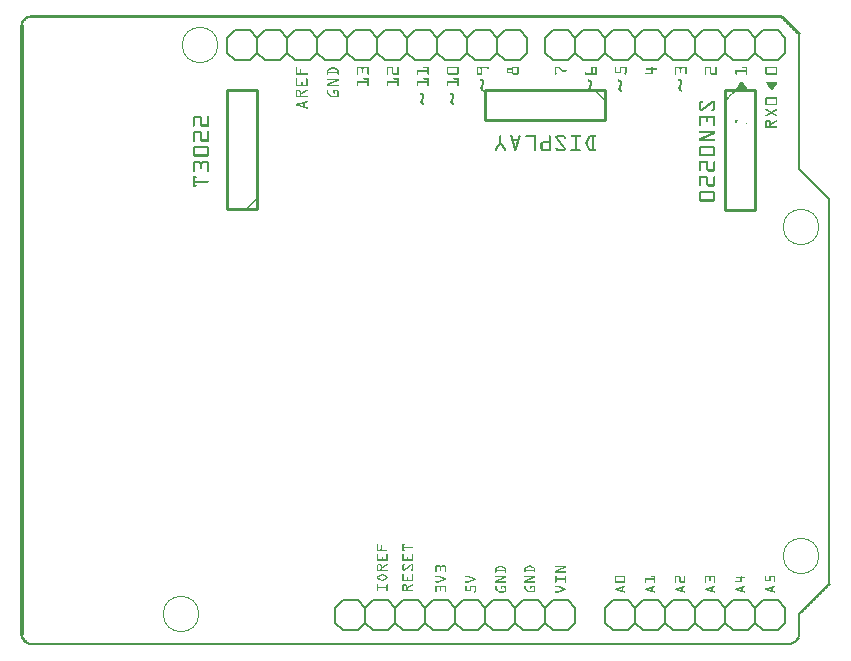
<source format=gto>
G04 MADE WITH FRITZING*
G04 WWW.FRITZING.ORG*
G04 DOUBLE SIDED*
G04 HOLES PLATED*
G04 CONTOUR ON CENTER OF CONTOUR VECTOR*
%ASAXBY*%
%FSLAX23Y23*%
%MOIN*%
%OFA0B0*%
%SFA1.0B1.0*%
%ADD10C,0.121583X0.114639*%
%ADD11C,0.006000*%
%ADD12C,0.010000*%
%ADD13R,0.001000X0.001000*%
%LNSILK1*%
G90*
G70*
G54D10*
X2603Y1397D03*
X2603Y300D03*
X601Y2003D03*
X536Y106D03*
G54D11*
X2276Y153D02*
X2326Y153D01*
D02*
X2326Y153D02*
X2351Y128D01*
D02*
X2351Y128D02*
X2351Y78D01*
D02*
X2351Y78D02*
X2326Y53D01*
D02*
X2351Y128D02*
X2376Y153D01*
D02*
X2376Y153D02*
X2426Y153D01*
D02*
X2426Y153D02*
X2451Y128D01*
D02*
X2451Y128D02*
X2451Y78D01*
D02*
X2451Y78D02*
X2426Y53D01*
D02*
X2426Y53D02*
X2376Y53D01*
D02*
X2376Y53D02*
X2351Y78D01*
D02*
X2151Y128D02*
X2176Y153D01*
D02*
X2176Y153D02*
X2226Y153D01*
D02*
X2226Y153D02*
X2251Y128D01*
D02*
X2251Y128D02*
X2251Y78D01*
D02*
X2251Y78D02*
X2226Y53D01*
D02*
X2226Y53D02*
X2176Y53D01*
D02*
X2176Y53D02*
X2151Y78D01*
D02*
X2276Y153D02*
X2251Y128D01*
D02*
X2251Y78D02*
X2276Y53D01*
D02*
X2326Y53D02*
X2276Y53D01*
D02*
X1976Y153D02*
X2026Y153D01*
D02*
X2026Y153D02*
X2051Y128D01*
D02*
X2051Y128D02*
X2051Y78D01*
D02*
X2051Y78D02*
X2026Y53D01*
D02*
X2051Y128D02*
X2076Y153D01*
D02*
X2076Y153D02*
X2126Y153D01*
D02*
X2126Y153D02*
X2151Y128D01*
D02*
X2151Y128D02*
X2151Y78D01*
D02*
X2151Y78D02*
X2126Y53D01*
D02*
X2126Y53D02*
X2076Y53D01*
D02*
X2076Y53D02*
X2051Y78D01*
D02*
X1951Y128D02*
X1951Y78D01*
D02*
X1976Y153D02*
X1951Y128D01*
D02*
X1951Y78D02*
X1976Y53D01*
D02*
X2026Y53D02*
X1976Y53D01*
D02*
X2476Y153D02*
X2526Y153D01*
D02*
X2526Y153D02*
X2551Y128D01*
D02*
X2551Y128D02*
X2551Y78D01*
D02*
X2551Y78D02*
X2526Y53D01*
D02*
X2476Y153D02*
X2451Y128D01*
D02*
X2451Y78D02*
X2476Y53D01*
D02*
X2526Y53D02*
X2476Y53D01*
D02*
X866Y1953D02*
X816Y1953D01*
D02*
X1066Y1953D02*
X1016Y1953D01*
D02*
X966Y1953D02*
X916Y1953D01*
D02*
X1166Y1953D02*
X1116Y1953D01*
D02*
X1366Y1953D02*
X1316Y1953D01*
D02*
X1266Y1953D02*
X1216Y1953D01*
D02*
X1466Y1953D02*
X1416Y1953D01*
D02*
X1666Y1953D02*
X1616Y1953D01*
D02*
X1566Y1953D02*
X1516Y1953D01*
D02*
X766Y1953D02*
X716Y1953D01*
D02*
X891Y1978D02*
X866Y1953D01*
D02*
X816Y1953D02*
X791Y1978D01*
D02*
X791Y1978D02*
X791Y2028D01*
D02*
X791Y2028D02*
X816Y2053D01*
D02*
X816Y2053D02*
X866Y2053D01*
D02*
X866Y2053D02*
X891Y2028D01*
D02*
X1016Y1953D02*
X991Y1978D01*
D02*
X991Y1978D02*
X991Y2028D01*
D02*
X991Y2028D02*
X1016Y2053D01*
D02*
X991Y1978D02*
X966Y1953D01*
D02*
X916Y1953D02*
X891Y1978D01*
D02*
X891Y1978D02*
X891Y2028D01*
D02*
X891Y2028D02*
X916Y2053D01*
D02*
X916Y2053D02*
X966Y2053D01*
D02*
X966Y2053D02*
X991Y2028D01*
D02*
X1191Y1978D02*
X1166Y1953D01*
D02*
X1116Y1953D02*
X1091Y1978D01*
D02*
X1091Y1978D02*
X1091Y2028D01*
D02*
X1091Y2028D02*
X1116Y2053D01*
D02*
X1116Y2053D02*
X1166Y2053D01*
D02*
X1166Y2053D02*
X1191Y2028D01*
D02*
X1066Y1953D02*
X1091Y1978D01*
D02*
X1091Y2028D02*
X1066Y2053D01*
D02*
X1016Y2053D02*
X1066Y2053D01*
D02*
X1316Y1953D02*
X1291Y1978D01*
D02*
X1291Y1978D02*
X1291Y2028D01*
D02*
X1291Y2028D02*
X1316Y2053D01*
D02*
X1291Y1978D02*
X1266Y1953D01*
D02*
X1216Y1953D02*
X1191Y1978D01*
D02*
X1191Y1978D02*
X1191Y2028D01*
D02*
X1191Y2028D02*
X1216Y2053D01*
D02*
X1216Y2053D02*
X1266Y2053D01*
D02*
X1266Y2053D02*
X1291Y2028D01*
D02*
X1491Y1978D02*
X1466Y1953D01*
D02*
X1416Y1953D02*
X1391Y1978D01*
D02*
X1391Y1978D02*
X1391Y2028D01*
D02*
X1391Y2028D02*
X1416Y2053D01*
D02*
X1416Y2053D02*
X1466Y2053D01*
D02*
X1466Y2053D02*
X1491Y2028D01*
D02*
X1366Y1953D02*
X1391Y1978D01*
D02*
X1391Y2028D02*
X1366Y2053D01*
D02*
X1316Y2053D02*
X1366Y2053D01*
D02*
X1616Y1953D02*
X1591Y1978D01*
D02*
X1591Y1978D02*
X1591Y2028D01*
D02*
X1591Y2028D02*
X1616Y2053D01*
D02*
X1591Y1978D02*
X1566Y1953D01*
D02*
X1516Y1953D02*
X1491Y1978D01*
D02*
X1491Y1978D02*
X1491Y2028D01*
D02*
X1491Y2028D02*
X1516Y2053D01*
D02*
X1516Y2053D02*
X1566Y2053D01*
D02*
X1566Y2053D02*
X1591Y2028D01*
D02*
X1691Y1978D02*
X1691Y2028D01*
D02*
X1666Y1953D02*
X1691Y1978D01*
D02*
X1691Y2028D02*
X1666Y2053D01*
D02*
X1616Y2053D02*
X1666Y2053D01*
D02*
X716Y1953D02*
X691Y1978D01*
D02*
X691Y1978D02*
X691Y2028D01*
D02*
X691Y2028D02*
X716Y2053D01*
D02*
X766Y1953D02*
X791Y1978D01*
D02*
X791Y2028D02*
X766Y2053D01*
D02*
X716Y2053D02*
X766Y2053D01*
D02*
X1926Y1953D02*
X1876Y1953D01*
D02*
X1876Y1953D02*
X1851Y1978D01*
D02*
X1851Y1978D02*
X1851Y2028D01*
D02*
X1851Y2028D02*
X1876Y2053D01*
D02*
X2051Y1978D02*
X2026Y1953D01*
D02*
X2026Y1953D02*
X1976Y1953D01*
D02*
X1976Y1953D02*
X1951Y1978D01*
D02*
X1951Y1978D02*
X1951Y2028D01*
D02*
X1951Y2028D02*
X1976Y2053D01*
D02*
X1976Y2053D02*
X2026Y2053D01*
D02*
X2026Y2053D02*
X2051Y2028D01*
D02*
X1926Y1953D02*
X1951Y1978D01*
D02*
X1951Y2028D02*
X1926Y2053D01*
D02*
X1876Y2053D02*
X1926Y2053D01*
D02*
X2226Y1953D02*
X2176Y1953D01*
D02*
X2176Y1953D02*
X2151Y1978D01*
D02*
X2151Y1978D02*
X2151Y2028D01*
D02*
X2151Y2028D02*
X2176Y2053D01*
D02*
X2151Y1978D02*
X2126Y1953D01*
D02*
X2126Y1953D02*
X2076Y1953D01*
D02*
X2076Y1953D02*
X2051Y1978D01*
D02*
X2051Y1978D02*
X2051Y2028D01*
D02*
X2051Y2028D02*
X2076Y2053D01*
D02*
X2076Y2053D02*
X2126Y2053D01*
D02*
X2126Y2053D02*
X2151Y2028D01*
D02*
X2351Y1978D02*
X2326Y1953D01*
D02*
X2326Y1953D02*
X2276Y1953D01*
D02*
X2276Y1953D02*
X2251Y1978D01*
D02*
X2251Y1978D02*
X2251Y2028D01*
D02*
X2251Y2028D02*
X2276Y2053D01*
D02*
X2276Y2053D02*
X2326Y2053D01*
D02*
X2326Y2053D02*
X2351Y2028D01*
D02*
X2226Y1953D02*
X2251Y1978D01*
D02*
X2251Y2028D02*
X2226Y2053D01*
D02*
X2176Y2053D02*
X2226Y2053D01*
D02*
X2526Y1953D02*
X2476Y1953D01*
D02*
X2476Y1953D02*
X2451Y1978D01*
D02*
X2451Y1978D02*
X2451Y2028D01*
D02*
X2451Y2028D02*
X2476Y2053D01*
D02*
X2451Y1978D02*
X2426Y1953D01*
D02*
X2426Y1953D02*
X2376Y1953D01*
D02*
X2376Y1953D02*
X2351Y1978D01*
D02*
X2351Y1978D02*
X2351Y2028D01*
D02*
X2351Y2028D02*
X2376Y2053D01*
D02*
X2376Y2053D02*
X2426Y2053D01*
D02*
X2426Y2053D02*
X2451Y2028D01*
D02*
X2551Y1978D02*
X2551Y2028D01*
D02*
X2526Y1953D02*
X2551Y1978D01*
D02*
X2551Y2028D02*
X2526Y2053D01*
D02*
X2476Y2053D02*
X2526Y2053D01*
D02*
X1826Y1953D02*
X1776Y1953D01*
D02*
X1776Y1953D02*
X1751Y1978D01*
D02*
X1751Y1978D02*
X1751Y2028D01*
D02*
X1751Y2028D02*
X1776Y2053D01*
D02*
X1826Y1953D02*
X1851Y1978D01*
D02*
X1851Y2028D02*
X1826Y2053D01*
D02*
X1776Y2053D02*
X1826Y2053D01*
D02*
X1676Y153D02*
X1726Y153D01*
D02*
X1726Y153D02*
X1751Y128D01*
D02*
X1751Y128D02*
X1751Y78D01*
D02*
X1751Y78D02*
X1726Y53D01*
D02*
X1551Y128D02*
X1576Y153D01*
D02*
X1576Y153D02*
X1626Y153D01*
D02*
X1626Y153D02*
X1651Y128D01*
D02*
X1651Y128D02*
X1651Y78D01*
D02*
X1651Y78D02*
X1626Y53D01*
D02*
X1626Y53D02*
X1576Y53D01*
D02*
X1576Y53D02*
X1551Y78D01*
D02*
X1676Y153D02*
X1651Y128D01*
D02*
X1651Y78D02*
X1676Y53D01*
D02*
X1726Y53D02*
X1676Y53D01*
D02*
X1376Y153D02*
X1426Y153D01*
D02*
X1426Y153D02*
X1451Y128D01*
D02*
X1451Y128D02*
X1451Y78D01*
D02*
X1451Y78D02*
X1426Y53D01*
D02*
X1451Y128D02*
X1476Y153D01*
D02*
X1476Y153D02*
X1526Y153D01*
D02*
X1526Y153D02*
X1551Y128D01*
D02*
X1551Y128D02*
X1551Y78D01*
D02*
X1551Y78D02*
X1526Y53D01*
D02*
X1526Y53D02*
X1476Y53D01*
D02*
X1476Y53D02*
X1451Y78D01*
D02*
X1251Y128D02*
X1276Y153D01*
D02*
X1276Y153D02*
X1326Y153D01*
D02*
X1326Y153D02*
X1351Y128D01*
D02*
X1351Y128D02*
X1351Y78D01*
D02*
X1351Y78D02*
X1326Y53D01*
D02*
X1326Y53D02*
X1276Y53D01*
D02*
X1276Y53D02*
X1251Y78D01*
D02*
X1376Y153D02*
X1351Y128D01*
D02*
X1351Y78D02*
X1376Y53D01*
D02*
X1426Y53D02*
X1376Y53D01*
D02*
X1076Y153D02*
X1126Y153D01*
D02*
X1126Y153D02*
X1151Y128D01*
D02*
X1151Y128D02*
X1151Y78D01*
D02*
X1151Y78D02*
X1126Y53D01*
D02*
X1151Y128D02*
X1176Y153D01*
D02*
X1176Y153D02*
X1226Y153D01*
D02*
X1226Y153D02*
X1251Y128D01*
D02*
X1251Y128D02*
X1251Y78D01*
D02*
X1251Y78D02*
X1226Y53D01*
D02*
X1226Y53D02*
X1176Y53D01*
D02*
X1176Y53D02*
X1151Y78D01*
D02*
X1051Y128D02*
X1051Y78D01*
D02*
X1076Y153D02*
X1051Y128D01*
D02*
X1051Y78D02*
X1076Y53D01*
D02*
X1126Y53D02*
X1076Y53D01*
D02*
X1776Y153D02*
X1826Y153D01*
D02*
X1826Y153D02*
X1851Y128D01*
D02*
X1851Y128D02*
X1851Y78D01*
D02*
X1851Y78D02*
X1826Y53D01*
D02*
X1776Y153D02*
X1751Y128D01*
D02*
X1751Y78D02*
X1776Y53D01*
D02*
X1826Y53D02*
X1776Y53D01*
G54D12*
D02*
X2351Y1853D02*
X2351Y1453D01*
D02*
X2351Y1453D02*
X2451Y1453D01*
D02*
X2451Y1453D02*
X2451Y1853D01*
D02*
X2451Y1853D02*
X2351Y1853D01*
D02*
X1951Y1853D02*
X1551Y1853D01*
D02*
X1551Y1853D02*
X1551Y1753D01*
D02*
X1551Y1753D02*
X1951Y1753D01*
D02*
X1951Y1753D02*
X1951Y1853D01*
D02*
X791Y1458D02*
X791Y1853D01*
D02*
X791Y1853D02*
X691Y1853D01*
D02*
X691Y1853D02*
X691Y1458D01*
D02*
X691Y1458D02*
X791Y1458D01*
G54D13*
X34Y2103D02*
X2539Y2103D01*
X30Y2102D02*
X2540Y2102D01*
X27Y2101D02*
X2541Y2101D01*
X24Y2100D02*
X2545Y2100D01*
X22Y2099D02*
X2543Y2099D01*
X2545Y2099D02*
X2546Y2099D01*
X21Y2098D02*
X2544Y2098D01*
X2546Y2098D02*
X2547Y2098D01*
X19Y2097D02*
X2545Y2097D01*
X2547Y2097D02*
X2548Y2097D01*
X18Y2096D02*
X2546Y2096D01*
X2548Y2096D02*
X2549Y2096D01*
X16Y2095D02*
X33Y2095D01*
X2537Y2095D02*
X2547Y2095D01*
X2549Y2095D02*
X2550Y2095D01*
X15Y2094D02*
X30Y2094D01*
X2538Y2094D02*
X2548Y2094D01*
X2550Y2094D02*
X2551Y2094D01*
X14Y2093D02*
X27Y2093D01*
X2539Y2093D02*
X2549Y2093D01*
X2551Y2093D02*
X2552Y2093D01*
X13Y2092D02*
X25Y2092D01*
X2540Y2092D02*
X2550Y2092D01*
X2552Y2092D02*
X2553Y2092D01*
X12Y2091D02*
X23Y2091D01*
X2541Y2091D02*
X2551Y2091D01*
X2553Y2091D02*
X2554Y2091D01*
X11Y2090D02*
X22Y2090D01*
X2542Y2090D02*
X2552Y2090D01*
X2554Y2090D02*
X2555Y2090D01*
X10Y2089D02*
X21Y2089D01*
X2543Y2089D02*
X2553Y2089D01*
X2555Y2089D02*
X2556Y2089D01*
X9Y2088D02*
X20Y2088D01*
X2544Y2088D02*
X2554Y2088D01*
X2556Y2088D02*
X2557Y2088D01*
X9Y2087D02*
X19Y2087D01*
X2545Y2087D02*
X2555Y2087D01*
X2557Y2087D02*
X2558Y2087D01*
X8Y2086D02*
X17Y2086D01*
X19Y2086D02*
X19Y2086D01*
X2546Y2086D02*
X2556Y2086D01*
X2558Y2086D02*
X2559Y2086D01*
X7Y2085D02*
X16Y2085D01*
X18Y2085D02*
X18Y2085D01*
X2547Y2085D02*
X2557Y2085D01*
X2559Y2085D02*
X2560Y2085D01*
X7Y2084D02*
X15Y2084D01*
X17Y2084D02*
X17Y2084D01*
X2548Y2084D02*
X2558Y2084D01*
X2560Y2084D02*
X2561Y2084D01*
X6Y2083D02*
X15Y2083D01*
X17Y2083D02*
X17Y2083D01*
X2549Y2083D02*
X2559Y2083D01*
X2561Y2083D02*
X2562Y2083D01*
X6Y2082D02*
X14Y2082D01*
X16Y2082D02*
X16Y2082D01*
X2550Y2082D02*
X2560Y2082D01*
X2562Y2082D02*
X2563Y2082D01*
X5Y2081D02*
X13Y2081D01*
X15Y2081D02*
X16Y2081D01*
X2551Y2081D02*
X2561Y2081D01*
X2563Y2081D02*
X2564Y2081D01*
X5Y2080D02*
X13Y2080D01*
X15Y2080D02*
X15Y2080D01*
X2552Y2080D02*
X2562Y2080D01*
X2564Y2080D02*
X2565Y2080D01*
X4Y2079D02*
X12Y2079D01*
X15Y2079D02*
X15Y2079D01*
X2553Y2079D02*
X2563Y2079D01*
X2565Y2079D02*
X2566Y2079D01*
X4Y2078D02*
X12Y2078D01*
X14Y2078D02*
X14Y2078D01*
X2554Y2078D02*
X2564Y2078D01*
X2566Y2078D02*
X2567Y2078D01*
X4Y2077D02*
X11Y2077D01*
X14Y2077D02*
X14Y2077D01*
X2555Y2077D02*
X2565Y2077D01*
X2567Y2077D02*
X2568Y2077D01*
X3Y2076D02*
X11Y2076D01*
X13Y2076D02*
X13Y2076D01*
X2556Y2076D02*
X2566Y2076D01*
X2568Y2076D02*
X2569Y2076D01*
X3Y2075D02*
X10Y2075D01*
X13Y2075D02*
X13Y2075D01*
X2557Y2075D02*
X2567Y2075D01*
X2569Y2075D02*
X2570Y2075D01*
X3Y2074D02*
X10Y2074D01*
X13Y2074D02*
X13Y2074D01*
X2558Y2074D02*
X2568Y2074D01*
X2570Y2074D02*
X2571Y2074D01*
X3Y2073D02*
X10Y2073D01*
X13Y2073D02*
X13Y2073D01*
X2559Y2073D02*
X2569Y2073D01*
X2571Y2073D02*
X2572Y2073D01*
X2Y2072D02*
X9Y2072D01*
X12Y2072D02*
X12Y2072D01*
X2560Y2072D02*
X2570Y2072D01*
X2572Y2072D02*
X2573Y2072D01*
X2Y2071D02*
X9Y2071D01*
X12Y2071D02*
X12Y2071D01*
X2561Y2071D02*
X2571Y2071D01*
X2573Y2071D02*
X2574Y2071D01*
X2Y2070D02*
X9Y2070D01*
X12Y2070D02*
X12Y2070D01*
X2562Y2070D02*
X2572Y2070D01*
X2574Y2070D02*
X2575Y2070D01*
X2Y2069D02*
X9Y2069D01*
X12Y2069D02*
X12Y2069D01*
X2563Y2069D02*
X2573Y2069D01*
X2575Y2069D02*
X2576Y2069D01*
X2Y2068D02*
X9Y2068D01*
X12Y2068D02*
X12Y2068D01*
X2564Y2068D02*
X2574Y2068D01*
X2576Y2068D02*
X2577Y2068D01*
X2Y2067D02*
X9Y2067D01*
X12Y2067D02*
X12Y2067D01*
X2565Y2067D02*
X2575Y2067D01*
X2577Y2067D02*
X2578Y2067D01*
X2Y2066D02*
X9Y2066D01*
X12Y2066D02*
X12Y2066D01*
X2566Y2066D02*
X2576Y2066D01*
X2578Y2066D02*
X2579Y2066D01*
X2Y2065D02*
X9Y2065D01*
X12Y2065D02*
X12Y2065D01*
X2567Y2065D02*
X2577Y2065D01*
X2579Y2065D02*
X2580Y2065D01*
X2Y2064D02*
X9Y2064D01*
X12Y2064D02*
X12Y2064D01*
X2568Y2064D02*
X2578Y2064D01*
X2580Y2064D02*
X2581Y2064D01*
X2Y2063D02*
X9Y2063D01*
X12Y2063D02*
X12Y2063D01*
X2569Y2063D02*
X2579Y2063D01*
X2581Y2063D02*
X2582Y2063D01*
X2Y2062D02*
X9Y2062D01*
X12Y2062D02*
X12Y2062D01*
X2570Y2062D02*
X2580Y2062D01*
X2582Y2062D02*
X2583Y2062D01*
X2Y2061D02*
X9Y2061D01*
X12Y2061D02*
X12Y2061D01*
X2571Y2061D02*
X2581Y2061D01*
X2583Y2061D02*
X2584Y2061D01*
X2Y2060D02*
X9Y2060D01*
X12Y2060D02*
X12Y2060D01*
X2572Y2060D02*
X2582Y2060D01*
X2584Y2060D02*
X2585Y2060D01*
X2Y2059D02*
X9Y2059D01*
X12Y2059D02*
X12Y2059D01*
X2573Y2059D02*
X2583Y2059D01*
X2585Y2059D02*
X2586Y2059D01*
X2Y2058D02*
X9Y2058D01*
X12Y2058D02*
X12Y2058D01*
X2574Y2058D02*
X2584Y2058D01*
X2586Y2058D02*
X2587Y2058D01*
X2Y2057D02*
X9Y2057D01*
X12Y2057D02*
X12Y2057D01*
X2575Y2057D02*
X2585Y2057D01*
X2587Y2057D02*
X2588Y2057D01*
X2Y2056D02*
X9Y2056D01*
X12Y2056D02*
X12Y2056D01*
X2576Y2056D02*
X2586Y2056D01*
X2588Y2056D02*
X2589Y2056D01*
X2Y2055D02*
X9Y2055D01*
X12Y2055D02*
X12Y2055D01*
X2577Y2055D02*
X2587Y2055D01*
X2589Y2055D02*
X2590Y2055D01*
X2Y2054D02*
X9Y2054D01*
X12Y2054D02*
X12Y2054D01*
X2578Y2054D02*
X2588Y2054D01*
X2590Y2054D02*
X2591Y2054D01*
X2Y2053D02*
X9Y2053D01*
X12Y2053D02*
X12Y2053D01*
X2579Y2053D02*
X2589Y2053D01*
X2591Y2053D02*
X2592Y2053D01*
X2Y2052D02*
X9Y2052D01*
X12Y2052D02*
X12Y2052D01*
X2580Y2052D02*
X2590Y2052D01*
X2592Y2052D02*
X2593Y2052D01*
X2Y2051D02*
X9Y2051D01*
X12Y2051D02*
X12Y2051D01*
X2581Y2051D02*
X2591Y2051D01*
X2593Y2051D02*
X2594Y2051D01*
X2Y2050D02*
X9Y2050D01*
X12Y2050D02*
X12Y2050D01*
X2582Y2050D02*
X2592Y2050D01*
X2594Y2050D02*
X2595Y2050D01*
X2Y2049D02*
X9Y2049D01*
X12Y2049D02*
X12Y2049D01*
X2583Y2049D02*
X2593Y2049D01*
X2595Y2049D02*
X2596Y2049D01*
X2Y2048D02*
X9Y2048D01*
X12Y2048D02*
X12Y2048D01*
X2584Y2048D02*
X2594Y2048D01*
X2596Y2048D02*
X2597Y2048D01*
X2Y2047D02*
X9Y2047D01*
X12Y2047D02*
X12Y2047D01*
X2585Y2047D02*
X2595Y2047D01*
X2597Y2047D02*
X2598Y2047D01*
X2Y2046D02*
X9Y2046D01*
X12Y2046D02*
X12Y2046D01*
X2586Y2046D02*
X2596Y2046D01*
X2598Y2046D02*
X2599Y2046D01*
X2Y2045D02*
X9Y2045D01*
X12Y2045D02*
X12Y2045D01*
X2587Y2045D02*
X2597Y2045D01*
X2599Y2045D02*
X2600Y2045D01*
X2Y2044D02*
X9Y2044D01*
X12Y2044D02*
X12Y2044D01*
X2588Y2044D02*
X2598Y2044D01*
X2600Y2044D02*
X2601Y2044D01*
X2Y2043D02*
X9Y2043D01*
X12Y2043D02*
X12Y2043D01*
X2589Y2043D02*
X2599Y2043D01*
X2601Y2043D02*
X2602Y2043D01*
X2Y2042D02*
X9Y2042D01*
X12Y2042D02*
X12Y2042D01*
X2590Y2042D02*
X2600Y2042D01*
X2602Y2042D02*
X2603Y2042D01*
X2Y2041D02*
X9Y2041D01*
X12Y2041D02*
X12Y2041D01*
X2591Y2041D02*
X2601Y2041D01*
X2603Y2041D02*
X2604Y2041D01*
X2Y2040D02*
X9Y2040D01*
X12Y2040D02*
X12Y2040D01*
X2592Y2040D02*
X2601Y2040D01*
X2604Y2040D02*
X2604Y2040D01*
X2Y2039D02*
X9Y2039D01*
X12Y2039D02*
X12Y2039D01*
X2593Y2039D02*
X2601Y2039D01*
X2604Y2039D02*
X2604Y2039D01*
X2Y2038D02*
X9Y2038D01*
X12Y2038D02*
X12Y2038D01*
X2594Y2038D02*
X2601Y2038D01*
X2604Y2038D02*
X2604Y2038D01*
X2Y2037D02*
X9Y2037D01*
X12Y2037D02*
X12Y2037D01*
X2594Y2037D02*
X2601Y2037D01*
X2604Y2037D02*
X2604Y2037D01*
X2Y2036D02*
X9Y2036D01*
X12Y2036D02*
X12Y2036D01*
X2594Y2036D02*
X2601Y2036D01*
X2604Y2036D02*
X2604Y2036D01*
X2Y2035D02*
X9Y2035D01*
X12Y2035D02*
X12Y2035D01*
X2594Y2035D02*
X2601Y2035D01*
X2604Y2035D02*
X2604Y2035D01*
X2Y2034D02*
X9Y2034D01*
X12Y2034D02*
X12Y2034D01*
X2594Y2034D02*
X2601Y2034D01*
X2604Y2034D02*
X2604Y2034D01*
X2Y2033D02*
X9Y2033D01*
X12Y2033D02*
X12Y2033D01*
X2594Y2033D02*
X2601Y2033D01*
X2604Y2033D02*
X2604Y2033D01*
X2Y2032D02*
X9Y2032D01*
X12Y2032D02*
X12Y2032D01*
X2594Y2032D02*
X2601Y2032D01*
X2604Y2032D02*
X2604Y2032D01*
X2Y2031D02*
X9Y2031D01*
X12Y2031D02*
X12Y2031D01*
X2594Y2031D02*
X2601Y2031D01*
X2604Y2031D02*
X2604Y2031D01*
X2Y2030D02*
X9Y2030D01*
X12Y2030D02*
X12Y2030D01*
X2594Y2030D02*
X2601Y2030D01*
X2604Y2030D02*
X2604Y2030D01*
X2Y2029D02*
X9Y2029D01*
X12Y2029D02*
X12Y2029D01*
X2594Y2029D02*
X2601Y2029D01*
X2604Y2029D02*
X2604Y2029D01*
X2Y2028D02*
X9Y2028D01*
X12Y2028D02*
X12Y2028D01*
X2594Y2028D02*
X2601Y2028D01*
X2604Y2028D02*
X2604Y2028D01*
X2Y2027D02*
X9Y2027D01*
X12Y2027D02*
X12Y2027D01*
X2594Y2027D02*
X2601Y2027D01*
X2604Y2027D02*
X2604Y2027D01*
X2Y2026D02*
X9Y2026D01*
X12Y2026D02*
X12Y2026D01*
X2594Y2026D02*
X2601Y2026D01*
X2604Y2026D02*
X2604Y2026D01*
X2Y2025D02*
X9Y2025D01*
X12Y2025D02*
X12Y2025D01*
X2594Y2025D02*
X2601Y2025D01*
X2604Y2025D02*
X2604Y2025D01*
X2Y2024D02*
X9Y2024D01*
X12Y2024D02*
X12Y2024D01*
X2594Y2024D02*
X2601Y2024D01*
X2604Y2024D02*
X2604Y2024D01*
X2Y2023D02*
X9Y2023D01*
X12Y2023D02*
X12Y2023D01*
X2594Y2023D02*
X2601Y2023D01*
X2604Y2023D02*
X2604Y2023D01*
X2Y2022D02*
X9Y2022D01*
X12Y2022D02*
X12Y2022D01*
X2594Y2022D02*
X2601Y2022D01*
X2604Y2022D02*
X2604Y2022D01*
X2Y2021D02*
X9Y2021D01*
X12Y2021D02*
X12Y2021D01*
X2594Y2021D02*
X2601Y2021D01*
X2604Y2021D02*
X2604Y2021D01*
X2Y2020D02*
X9Y2020D01*
X12Y2020D02*
X12Y2020D01*
X2594Y2020D02*
X2601Y2020D01*
X2604Y2020D02*
X2604Y2020D01*
X2Y2019D02*
X9Y2019D01*
X12Y2019D02*
X12Y2019D01*
X2594Y2019D02*
X2601Y2019D01*
X2604Y2019D02*
X2604Y2019D01*
X2Y2018D02*
X9Y2018D01*
X12Y2018D02*
X12Y2018D01*
X2594Y2018D02*
X2601Y2018D01*
X2604Y2018D02*
X2604Y2018D01*
X2Y2017D02*
X9Y2017D01*
X12Y2017D02*
X12Y2017D01*
X2594Y2017D02*
X2601Y2017D01*
X2604Y2017D02*
X2604Y2017D01*
X2Y2016D02*
X9Y2016D01*
X12Y2016D02*
X12Y2016D01*
X2594Y2016D02*
X2601Y2016D01*
X2604Y2016D02*
X2604Y2016D01*
X2Y2015D02*
X9Y2015D01*
X12Y2015D02*
X12Y2015D01*
X2594Y2015D02*
X2601Y2015D01*
X2604Y2015D02*
X2604Y2015D01*
X2Y2014D02*
X9Y2014D01*
X12Y2014D02*
X12Y2014D01*
X2594Y2014D02*
X2601Y2014D01*
X2604Y2014D02*
X2604Y2014D01*
X2Y2013D02*
X9Y2013D01*
X12Y2013D02*
X12Y2013D01*
X2594Y2013D02*
X2601Y2013D01*
X2604Y2013D02*
X2604Y2013D01*
X2Y2012D02*
X9Y2012D01*
X12Y2012D02*
X12Y2012D01*
X2594Y2012D02*
X2601Y2012D01*
X2604Y2012D02*
X2604Y2012D01*
X2Y2011D02*
X9Y2011D01*
X12Y2011D02*
X12Y2011D01*
X2594Y2011D02*
X2601Y2011D01*
X2604Y2011D02*
X2604Y2011D01*
X2Y2010D02*
X9Y2010D01*
X12Y2010D02*
X12Y2010D01*
X2594Y2010D02*
X2601Y2010D01*
X2604Y2010D02*
X2604Y2010D01*
X2Y2009D02*
X9Y2009D01*
X12Y2009D02*
X12Y2009D01*
X2594Y2009D02*
X2601Y2009D01*
X2604Y2009D02*
X2604Y2009D01*
X2Y2008D02*
X9Y2008D01*
X12Y2008D02*
X12Y2008D01*
X2594Y2008D02*
X2601Y2008D01*
X2604Y2008D02*
X2604Y2008D01*
X2Y2007D02*
X9Y2007D01*
X12Y2007D02*
X12Y2007D01*
X2594Y2007D02*
X2601Y2007D01*
X2604Y2007D02*
X2604Y2007D01*
X2Y2006D02*
X9Y2006D01*
X12Y2006D02*
X12Y2006D01*
X2594Y2006D02*
X2601Y2006D01*
X2604Y2006D02*
X2604Y2006D01*
X2Y2005D02*
X9Y2005D01*
X12Y2005D02*
X12Y2005D01*
X2594Y2005D02*
X2601Y2005D01*
X2604Y2005D02*
X2604Y2005D01*
X2Y2004D02*
X9Y2004D01*
X12Y2004D02*
X12Y2004D01*
X2594Y2004D02*
X2601Y2004D01*
X2604Y2004D02*
X2604Y2004D01*
X2Y2003D02*
X9Y2003D01*
X12Y2003D02*
X12Y2003D01*
X2594Y2003D02*
X2601Y2003D01*
X2604Y2003D02*
X2604Y2003D01*
X2Y2002D02*
X9Y2002D01*
X12Y2002D02*
X12Y2002D01*
X2594Y2002D02*
X2601Y2002D01*
X2604Y2002D02*
X2604Y2002D01*
X2Y2001D02*
X9Y2001D01*
X12Y2001D02*
X12Y2001D01*
X2594Y2001D02*
X2601Y2001D01*
X2604Y2001D02*
X2604Y2001D01*
X2Y2000D02*
X9Y2000D01*
X12Y2000D02*
X12Y2000D01*
X2594Y2000D02*
X2601Y2000D01*
X2604Y2000D02*
X2604Y2000D01*
X2Y1999D02*
X9Y1999D01*
X12Y1999D02*
X12Y1999D01*
X2594Y1999D02*
X2601Y1999D01*
X2604Y1999D02*
X2604Y1999D01*
X2Y1998D02*
X9Y1998D01*
X12Y1998D02*
X12Y1998D01*
X2594Y1998D02*
X2601Y1998D01*
X2604Y1998D02*
X2604Y1998D01*
X2Y1997D02*
X9Y1997D01*
X12Y1997D02*
X12Y1997D01*
X2594Y1997D02*
X2601Y1997D01*
X2604Y1997D02*
X2604Y1997D01*
X2Y1996D02*
X9Y1996D01*
X12Y1996D02*
X12Y1996D01*
X2594Y1996D02*
X2601Y1996D01*
X2604Y1996D02*
X2604Y1996D01*
X2Y1995D02*
X9Y1995D01*
X12Y1995D02*
X12Y1995D01*
X2594Y1995D02*
X2601Y1995D01*
X2604Y1995D02*
X2604Y1995D01*
X2Y1994D02*
X9Y1994D01*
X12Y1994D02*
X12Y1994D01*
X2594Y1994D02*
X2601Y1994D01*
X2604Y1994D02*
X2604Y1994D01*
X2Y1993D02*
X9Y1993D01*
X12Y1993D02*
X12Y1993D01*
X2594Y1993D02*
X2601Y1993D01*
X2604Y1993D02*
X2604Y1993D01*
X2Y1992D02*
X9Y1992D01*
X12Y1992D02*
X12Y1992D01*
X2594Y1992D02*
X2601Y1992D01*
X2604Y1992D02*
X2604Y1992D01*
X2Y1991D02*
X9Y1991D01*
X12Y1991D02*
X12Y1991D01*
X2594Y1991D02*
X2601Y1991D01*
X2604Y1991D02*
X2604Y1991D01*
X2Y1990D02*
X9Y1990D01*
X12Y1990D02*
X12Y1990D01*
X2594Y1990D02*
X2601Y1990D01*
X2604Y1990D02*
X2604Y1990D01*
X2Y1989D02*
X9Y1989D01*
X12Y1989D02*
X12Y1989D01*
X2594Y1989D02*
X2601Y1989D01*
X2604Y1989D02*
X2604Y1989D01*
X2Y1988D02*
X9Y1988D01*
X12Y1988D02*
X12Y1988D01*
X2594Y1988D02*
X2601Y1988D01*
X2604Y1988D02*
X2604Y1988D01*
X2Y1987D02*
X9Y1987D01*
X12Y1987D02*
X12Y1987D01*
X2594Y1987D02*
X2601Y1987D01*
X2604Y1987D02*
X2604Y1987D01*
X2Y1986D02*
X9Y1986D01*
X12Y1986D02*
X12Y1986D01*
X2594Y1986D02*
X2601Y1986D01*
X2604Y1986D02*
X2604Y1986D01*
X2Y1985D02*
X9Y1985D01*
X12Y1985D02*
X12Y1985D01*
X2594Y1985D02*
X2601Y1985D01*
X2604Y1985D02*
X2604Y1985D01*
X2Y1984D02*
X9Y1984D01*
X12Y1984D02*
X12Y1984D01*
X2594Y1984D02*
X2601Y1984D01*
X2604Y1984D02*
X2604Y1984D01*
X2Y1983D02*
X9Y1983D01*
X12Y1983D02*
X12Y1983D01*
X2594Y1983D02*
X2601Y1983D01*
X2604Y1983D02*
X2604Y1983D01*
X2Y1982D02*
X9Y1982D01*
X12Y1982D02*
X12Y1982D01*
X2594Y1982D02*
X2601Y1982D01*
X2604Y1982D02*
X2604Y1982D01*
X2Y1981D02*
X9Y1981D01*
X12Y1981D02*
X12Y1981D01*
X2594Y1981D02*
X2601Y1981D01*
X2604Y1981D02*
X2604Y1981D01*
X2Y1980D02*
X9Y1980D01*
X12Y1980D02*
X12Y1980D01*
X2594Y1980D02*
X2601Y1980D01*
X2604Y1980D02*
X2604Y1980D01*
X2Y1979D02*
X9Y1979D01*
X12Y1979D02*
X12Y1979D01*
X2594Y1979D02*
X2601Y1979D01*
X2604Y1979D02*
X2604Y1979D01*
X2Y1978D02*
X9Y1978D01*
X12Y1978D02*
X12Y1978D01*
X2594Y1978D02*
X2601Y1978D01*
X2604Y1978D02*
X2604Y1978D01*
X2Y1977D02*
X9Y1977D01*
X12Y1977D02*
X12Y1977D01*
X2594Y1977D02*
X2601Y1977D01*
X2604Y1977D02*
X2604Y1977D01*
X2Y1976D02*
X9Y1976D01*
X12Y1976D02*
X12Y1976D01*
X2594Y1976D02*
X2601Y1976D01*
X2604Y1976D02*
X2604Y1976D01*
X2Y1975D02*
X9Y1975D01*
X12Y1975D02*
X12Y1975D01*
X2594Y1975D02*
X2601Y1975D01*
X2604Y1975D02*
X2604Y1975D01*
X2Y1974D02*
X9Y1974D01*
X12Y1974D02*
X12Y1974D01*
X2594Y1974D02*
X2601Y1974D01*
X2604Y1974D02*
X2604Y1974D01*
X2Y1973D02*
X9Y1973D01*
X12Y1973D02*
X12Y1973D01*
X2594Y1973D02*
X2601Y1973D01*
X2604Y1973D02*
X2604Y1973D01*
X2Y1972D02*
X9Y1972D01*
X12Y1972D02*
X12Y1972D01*
X2594Y1972D02*
X2601Y1972D01*
X2604Y1972D02*
X2604Y1972D01*
X2Y1971D02*
X9Y1971D01*
X12Y1971D02*
X12Y1971D01*
X2594Y1971D02*
X2601Y1971D01*
X2604Y1971D02*
X2604Y1971D01*
X2Y1970D02*
X9Y1970D01*
X12Y1970D02*
X12Y1970D01*
X2594Y1970D02*
X2601Y1970D01*
X2604Y1970D02*
X2604Y1970D01*
X2Y1969D02*
X9Y1969D01*
X12Y1969D02*
X12Y1969D01*
X2594Y1969D02*
X2601Y1969D01*
X2604Y1969D02*
X2604Y1969D01*
X2Y1968D02*
X9Y1968D01*
X12Y1968D02*
X12Y1968D01*
X2594Y1968D02*
X2601Y1968D01*
X2604Y1968D02*
X2604Y1968D01*
X2Y1967D02*
X9Y1967D01*
X12Y1967D02*
X12Y1967D01*
X2594Y1967D02*
X2601Y1967D01*
X2604Y1967D02*
X2604Y1967D01*
X2Y1966D02*
X9Y1966D01*
X12Y1966D02*
X12Y1966D01*
X2594Y1966D02*
X2601Y1966D01*
X2604Y1966D02*
X2604Y1966D01*
X2Y1965D02*
X9Y1965D01*
X12Y1965D02*
X12Y1965D01*
X2594Y1965D02*
X2601Y1965D01*
X2604Y1965D02*
X2604Y1965D01*
X2Y1964D02*
X9Y1964D01*
X12Y1964D02*
X12Y1964D01*
X2594Y1964D02*
X2601Y1964D01*
X2604Y1964D02*
X2604Y1964D01*
X2Y1963D02*
X9Y1963D01*
X12Y1963D02*
X12Y1963D01*
X2594Y1963D02*
X2601Y1963D01*
X2604Y1963D02*
X2604Y1963D01*
X2Y1962D02*
X9Y1962D01*
X12Y1962D02*
X12Y1962D01*
X2594Y1962D02*
X2601Y1962D01*
X2604Y1962D02*
X2604Y1962D01*
X2Y1961D02*
X9Y1961D01*
X12Y1961D02*
X12Y1961D01*
X2594Y1961D02*
X2601Y1961D01*
X2604Y1961D02*
X2604Y1961D01*
X2Y1960D02*
X9Y1960D01*
X12Y1960D02*
X12Y1960D01*
X2594Y1960D02*
X2601Y1960D01*
X2604Y1960D02*
X2604Y1960D01*
X2Y1959D02*
X9Y1959D01*
X12Y1959D02*
X12Y1959D01*
X2594Y1959D02*
X2601Y1959D01*
X2604Y1959D02*
X2604Y1959D01*
X2Y1958D02*
X9Y1958D01*
X12Y1958D02*
X12Y1958D01*
X2594Y1958D02*
X2601Y1958D01*
X2604Y1958D02*
X2604Y1958D01*
X2Y1957D02*
X9Y1957D01*
X12Y1957D02*
X12Y1957D01*
X2594Y1957D02*
X2601Y1957D01*
X2604Y1957D02*
X2604Y1957D01*
X2Y1956D02*
X9Y1956D01*
X12Y1956D02*
X12Y1956D01*
X2594Y1956D02*
X2601Y1956D01*
X2604Y1956D02*
X2604Y1956D01*
X2Y1955D02*
X9Y1955D01*
X12Y1955D02*
X12Y1955D01*
X2594Y1955D02*
X2601Y1955D01*
X2604Y1955D02*
X2604Y1955D01*
X2Y1954D02*
X9Y1954D01*
X12Y1954D02*
X12Y1954D01*
X2594Y1954D02*
X2601Y1954D01*
X2604Y1954D02*
X2604Y1954D01*
X2Y1953D02*
X9Y1953D01*
X12Y1953D02*
X12Y1953D01*
X2594Y1953D02*
X2601Y1953D01*
X2604Y1953D02*
X2604Y1953D01*
X2Y1952D02*
X9Y1952D01*
X12Y1952D02*
X12Y1952D01*
X2594Y1952D02*
X2601Y1952D01*
X2604Y1952D02*
X2604Y1952D01*
X2Y1951D02*
X9Y1951D01*
X12Y1951D02*
X12Y1951D01*
X2594Y1951D02*
X2601Y1951D01*
X2604Y1951D02*
X2604Y1951D01*
X2Y1950D02*
X9Y1950D01*
X12Y1950D02*
X12Y1950D01*
X2594Y1950D02*
X2601Y1950D01*
X2604Y1950D02*
X2604Y1950D01*
X2Y1949D02*
X9Y1949D01*
X12Y1949D02*
X12Y1949D01*
X2594Y1949D02*
X2601Y1949D01*
X2604Y1949D02*
X2604Y1949D01*
X2Y1948D02*
X9Y1948D01*
X12Y1948D02*
X12Y1948D01*
X2594Y1948D02*
X2601Y1948D01*
X2604Y1948D02*
X2604Y1948D01*
X2Y1947D02*
X9Y1947D01*
X12Y1947D02*
X12Y1947D01*
X2594Y1947D02*
X2601Y1947D01*
X2604Y1947D02*
X2604Y1947D01*
X2Y1946D02*
X9Y1946D01*
X12Y1946D02*
X12Y1946D01*
X2594Y1946D02*
X2601Y1946D01*
X2604Y1946D02*
X2604Y1946D01*
X2Y1945D02*
X9Y1945D01*
X12Y1945D02*
X12Y1945D01*
X2594Y1945D02*
X2601Y1945D01*
X2604Y1945D02*
X2604Y1945D01*
X2Y1944D02*
X9Y1944D01*
X12Y1944D02*
X12Y1944D01*
X2594Y1944D02*
X2601Y1944D01*
X2604Y1944D02*
X2604Y1944D01*
X2Y1943D02*
X9Y1943D01*
X12Y1943D02*
X12Y1943D01*
X2594Y1943D02*
X2601Y1943D01*
X2604Y1943D02*
X2604Y1943D01*
X2Y1942D02*
X9Y1942D01*
X12Y1942D02*
X12Y1942D01*
X2594Y1942D02*
X2601Y1942D01*
X2604Y1942D02*
X2604Y1942D01*
X2Y1941D02*
X9Y1941D01*
X12Y1941D02*
X12Y1941D01*
X2594Y1941D02*
X2601Y1941D01*
X2604Y1941D02*
X2604Y1941D01*
X2Y1940D02*
X9Y1940D01*
X12Y1940D02*
X12Y1940D01*
X2594Y1940D02*
X2601Y1940D01*
X2604Y1940D02*
X2604Y1940D01*
X2Y1939D02*
X9Y1939D01*
X12Y1939D02*
X12Y1939D01*
X2594Y1939D02*
X2601Y1939D01*
X2604Y1939D02*
X2604Y1939D01*
X2Y1938D02*
X9Y1938D01*
X12Y1938D02*
X12Y1938D01*
X2594Y1938D02*
X2601Y1938D01*
X2604Y1938D02*
X2604Y1938D01*
X2Y1937D02*
X9Y1937D01*
X12Y1937D02*
X12Y1937D01*
X2594Y1937D02*
X2601Y1937D01*
X2604Y1937D02*
X2604Y1937D01*
X2Y1936D02*
X9Y1936D01*
X12Y1936D02*
X12Y1936D01*
X2594Y1936D02*
X2601Y1936D01*
X2604Y1936D02*
X2604Y1936D01*
X2Y1935D02*
X9Y1935D01*
X12Y1935D02*
X12Y1935D01*
X2594Y1935D02*
X2601Y1935D01*
X2604Y1935D02*
X2604Y1935D01*
X2Y1934D02*
X9Y1934D01*
X12Y1934D02*
X12Y1934D01*
X2594Y1934D02*
X2601Y1934D01*
X2604Y1934D02*
X2604Y1934D01*
X2Y1933D02*
X9Y1933D01*
X12Y1933D02*
X12Y1933D01*
X2594Y1933D02*
X2601Y1933D01*
X2604Y1933D02*
X2604Y1933D01*
X2Y1932D02*
X9Y1932D01*
X12Y1932D02*
X12Y1932D01*
X2594Y1932D02*
X2601Y1932D01*
X2604Y1932D02*
X2604Y1932D01*
X2Y1931D02*
X9Y1931D01*
X12Y1931D02*
X12Y1931D01*
X1127Y1931D02*
X1140Y1931D01*
X1146Y1931D02*
X1160Y1931D01*
X1227Y1931D02*
X1242Y1931D01*
X1260Y1931D02*
X1262Y1931D01*
X1347Y1931D02*
X1362Y1931D01*
X1426Y1931D02*
X1460Y1931D01*
X1525Y1931D02*
X1562Y1931D01*
X1644Y1931D02*
X1659Y1931D01*
X1783Y1931D02*
X1799Y1931D01*
X1906Y1931D02*
X1921Y1931D01*
X1984Y1931D02*
X1986Y1931D01*
X2004Y1931D02*
X2019Y1931D01*
X2186Y1931D02*
X2200Y1931D01*
X2206Y1931D02*
X2219Y1931D01*
X2286Y1931D02*
X2302Y1931D01*
X2320Y1931D02*
X2321Y1931D01*
X2409Y1931D02*
X2424Y1931D01*
X2489Y1931D02*
X2522Y1931D01*
X2594Y1931D02*
X2601Y1931D01*
X2604Y1931D02*
X2604Y1931D01*
X2Y1930D02*
X9Y1930D01*
X12Y1930D02*
X12Y1930D01*
X920Y1930D02*
X923Y1930D01*
X1041Y1930D02*
X1047Y1930D01*
X1125Y1930D02*
X1142Y1930D01*
X1144Y1930D02*
X1161Y1930D01*
X1225Y1930D02*
X1244Y1930D01*
X1259Y1930D02*
X1263Y1930D01*
X1346Y1930D02*
X1363Y1930D01*
X1425Y1930D02*
X1461Y1930D01*
X1524Y1930D02*
X1563Y1930D01*
X1643Y1930D02*
X1661Y1930D01*
X1783Y1930D02*
X1800Y1930D01*
X1906Y1930D02*
X1922Y1930D01*
X1983Y1930D02*
X1987Y1930D01*
X2003Y1930D02*
X2021Y1930D01*
X2107Y1930D02*
X2107Y1930D01*
X2185Y1930D02*
X2201Y1930D01*
X2204Y1930D02*
X2221Y1930D01*
X2285Y1930D02*
X2303Y1930D01*
X2319Y1930D02*
X2322Y1930D01*
X2408Y1930D02*
X2425Y1930D01*
X2487Y1930D02*
X2523Y1930D01*
X2594Y1930D02*
X2601Y1930D01*
X2604Y1930D02*
X2604Y1930D01*
X2Y1929D02*
X9Y1929D01*
X12Y1929D02*
X12Y1929D01*
X920Y1929D02*
X924Y1929D01*
X1038Y1929D02*
X1049Y1929D01*
X1124Y1929D02*
X1162Y1929D01*
X1224Y1929D02*
X1244Y1929D01*
X1259Y1929D02*
X1263Y1929D01*
X1345Y1929D02*
X1363Y1929D01*
X1424Y1929D02*
X1462Y1929D01*
X1523Y1929D02*
X1563Y1929D01*
X1642Y1929D02*
X1662Y1929D01*
X1783Y1929D02*
X1801Y1929D01*
X1905Y1929D02*
X1923Y1929D01*
X1983Y1929D02*
X1987Y1929D01*
X2002Y1929D02*
X2022Y1929D01*
X2106Y1929D02*
X2109Y1929D01*
X2184Y1929D02*
X2222Y1929D01*
X2284Y1929D02*
X2304Y1929D01*
X2318Y1929D02*
X2323Y1929D01*
X2408Y1929D02*
X2425Y1929D01*
X2486Y1929D02*
X2524Y1929D01*
X2594Y1929D02*
X2601Y1929D01*
X2604Y1929D02*
X2604Y1929D01*
X2Y1928D02*
X9Y1928D01*
X12Y1928D02*
X12Y1928D01*
X920Y1928D02*
X924Y1928D01*
X1036Y1928D02*
X1051Y1928D01*
X1124Y1928D02*
X1163Y1928D01*
X1224Y1928D02*
X1245Y1928D01*
X1259Y1928D02*
X1263Y1928D01*
X1346Y1928D02*
X1363Y1928D01*
X1424Y1928D02*
X1462Y1928D01*
X1523Y1928D02*
X1563Y1928D01*
X1641Y1928D02*
X1662Y1928D01*
X1783Y1928D02*
X1802Y1928D01*
X1905Y1928D02*
X1923Y1928D01*
X1983Y1928D02*
X1987Y1928D01*
X2001Y1928D02*
X2022Y1928D01*
X2105Y1928D02*
X2109Y1928D01*
X2183Y1928D02*
X2222Y1928D01*
X2283Y1928D02*
X2304Y1928D01*
X2318Y1928D02*
X2323Y1928D01*
X2408Y1928D02*
X2425Y1928D01*
X2486Y1928D02*
X2525Y1928D01*
X2594Y1928D02*
X2601Y1928D01*
X2604Y1928D02*
X2604Y1928D01*
X2Y1927D02*
X9Y1927D01*
X12Y1927D02*
X12Y1927D01*
X920Y1927D02*
X924Y1927D01*
X1034Y1927D02*
X1053Y1927D01*
X1124Y1927D02*
X1163Y1927D01*
X1223Y1927D02*
X1245Y1927D01*
X1259Y1927D02*
X1263Y1927D01*
X1346Y1927D02*
X1363Y1927D01*
X1423Y1927D02*
X1463Y1927D01*
X1523Y1927D02*
X1563Y1927D01*
X1641Y1927D02*
X1663Y1927D01*
X1783Y1927D02*
X1803Y1927D01*
X1905Y1927D02*
X1923Y1927D01*
X1983Y1927D02*
X1987Y1927D01*
X2001Y1927D02*
X2023Y1927D01*
X2089Y1927D02*
X2121Y1927D01*
X2183Y1927D02*
X2222Y1927D01*
X2283Y1927D02*
X2305Y1927D01*
X2318Y1927D02*
X2323Y1927D01*
X2408Y1927D02*
X2425Y1927D01*
X2486Y1927D02*
X2525Y1927D01*
X2594Y1927D02*
X2601Y1927D01*
X2604Y1927D02*
X2604Y1927D01*
X2Y1926D02*
X9Y1926D01*
X12Y1926D02*
X12Y1926D01*
X920Y1926D02*
X924Y1926D01*
X1032Y1926D02*
X1056Y1926D01*
X1123Y1926D02*
X1128Y1926D01*
X1139Y1926D02*
X1147Y1926D01*
X1159Y1926D02*
X1163Y1926D01*
X1223Y1926D02*
X1228Y1926D01*
X1241Y1926D02*
X1245Y1926D01*
X1259Y1926D02*
X1263Y1926D01*
X1358Y1926D02*
X1363Y1926D01*
X1423Y1926D02*
X1428Y1926D01*
X1458Y1926D02*
X1463Y1926D01*
X1523Y1926D02*
X1528Y1926D01*
X1536Y1926D02*
X1541Y1926D01*
X1558Y1926D02*
X1563Y1926D01*
X1625Y1926D02*
X1645Y1926D01*
X1658Y1926D02*
X1663Y1926D01*
X1783Y1926D02*
X1788Y1926D01*
X1798Y1926D02*
X1804Y1926D01*
X1905Y1926D02*
X1910Y1926D01*
X1918Y1926D02*
X1923Y1926D01*
X1983Y1926D02*
X1987Y1926D01*
X2001Y1926D02*
X2005Y1926D01*
X2018Y1926D02*
X2023Y1926D01*
X2088Y1926D02*
X2122Y1926D01*
X2183Y1926D02*
X2188Y1926D01*
X2199Y1926D02*
X2207Y1926D01*
X2218Y1926D02*
X2223Y1926D01*
X2283Y1926D02*
X2287Y1926D01*
X2300Y1926D02*
X2305Y1926D01*
X2318Y1926D02*
X2323Y1926D01*
X2421Y1926D02*
X2425Y1926D01*
X2485Y1926D02*
X2490Y1926D01*
X2520Y1926D02*
X2525Y1926D01*
X2594Y1926D02*
X2601Y1926D01*
X2604Y1926D02*
X2604Y1926D01*
X2Y1925D02*
X9Y1925D01*
X12Y1925D02*
X12Y1925D01*
X920Y1925D02*
X924Y1925D01*
X934Y1925D02*
X936Y1925D01*
X1030Y1925D02*
X1041Y1925D01*
X1046Y1925D02*
X1058Y1925D01*
X1123Y1925D02*
X1128Y1925D01*
X1141Y1925D02*
X1146Y1925D01*
X1159Y1925D02*
X1163Y1925D01*
X1223Y1925D02*
X1228Y1925D01*
X1241Y1925D02*
X1245Y1925D01*
X1259Y1925D02*
X1263Y1925D01*
X1359Y1925D02*
X1363Y1925D01*
X1423Y1925D02*
X1428Y1925D01*
X1459Y1925D02*
X1463Y1925D01*
X1523Y1925D02*
X1528Y1925D01*
X1537Y1925D02*
X1541Y1925D01*
X1559Y1925D02*
X1563Y1925D01*
X1624Y1925D02*
X1645Y1925D01*
X1659Y1925D02*
X1663Y1925D01*
X1783Y1925D02*
X1787Y1925D01*
X1799Y1925D02*
X1805Y1925D01*
X1905Y1925D02*
X1909Y1925D01*
X1918Y1925D02*
X1923Y1925D01*
X1983Y1925D02*
X1987Y1925D01*
X2001Y1925D02*
X2005Y1925D01*
X2018Y1925D02*
X2023Y1925D01*
X2087Y1925D02*
X2123Y1925D01*
X2183Y1925D02*
X2187Y1925D01*
X2200Y1925D02*
X2205Y1925D01*
X2218Y1925D02*
X2223Y1925D01*
X2283Y1925D02*
X2287Y1925D01*
X2301Y1925D02*
X2305Y1925D01*
X2318Y1925D02*
X2323Y1925D01*
X2421Y1925D02*
X2425Y1925D01*
X2485Y1925D02*
X2490Y1925D01*
X2521Y1925D02*
X2525Y1925D01*
X2594Y1925D02*
X2601Y1925D01*
X2604Y1925D02*
X2604Y1925D01*
X2Y1924D02*
X9Y1924D01*
X12Y1924D02*
X12Y1924D01*
X920Y1924D02*
X924Y1924D01*
X933Y1924D02*
X937Y1924D01*
X1028Y1924D02*
X1039Y1924D01*
X1049Y1924D02*
X1059Y1924D01*
X1123Y1924D02*
X1128Y1924D01*
X1141Y1924D02*
X1145Y1924D01*
X1159Y1924D02*
X1163Y1924D01*
X1223Y1924D02*
X1228Y1924D01*
X1241Y1924D02*
X1245Y1924D01*
X1259Y1924D02*
X1263Y1924D01*
X1359Y1924D02*
X1363Y1924D01*
X1423Y1924D02*
X1428Y1924D01*
X1459Y1924D02*
X1463Y1924D01*
X1523Y1924D02*
X1528Y1924D01*
X1537Y1924D02*
X1541Y1924D01*
X1560Y1924D02*
X1562Y1924D01*
X1623Y1924D02*
X1645Y1924D01*
X1659Y1924D02*
X1663Y1924D01*
X1783Y1924D02*
X1787Y1924D01*
X1800Y1924D02*
X1806Y1924D01*
X1905Y1924D02*
X1909Y1924D01*
X1918Y1924D02*
X1923Y1924D01*
X1983Y1924D02*
X1987Y1924D01*
X2001Y1924D02*
X2005Y1924D01*
X2018Y1924D02*
X2023Y1924D01*
X2088Y1924D02*
X2122Y1924D01*
X2183Y1924D02*
X2187Y1924D01*
X2201Y1924D02*
X2205Y1924D01*
X2218Y1924D02*
X2223Y1924D01*
X2283Y1924D02*
X2287Y1924D01*
X2301Y1924D02*
X2305Y1924D01*
X2318Y1924D02*
X2323Y1924D01*
X2421Y1924D02*
X2425Y1924D01*
X2485Y1924D02*
X2490Y1924D01*
X2521Y1924D02*
X2525Y1924D01*
X2594Y1924D02*
X2601Y1924D01*
X2604Y1924D02*
X2604Y1924D01*
X2Y1923D02*
X9Y1923D01*
X12Y1923D02*
X12Y1923D01*
X920Y1923D02*
X924Y1923D01*
X933Y1923D02*
X937Y1923D01*
X1027Y1923D02*
X1037Y1923D01*
X1051Y1923D02*
X1061Y1923D01*
X1123Y1923D02*
X1128Y1923D01*
X1141Y1923D02*
X1145Y1923D01*
X1159Y1923D02*
X1163Y1923D01*
X1223Y1923D02*
X1228Y1923D01*
X1241Y1923D02*
X1245Y1923D01*
X1259Y1923D02*
X1263Y1923D01*
X1359Y1923D02*
X1363Y1923D01*
X1423Y1923D02*
X1428Y1923D01*
X1459Y1923D02*
X1463Y1923D01*
X1523Y1923D02*
X1528Y1923D01*
X1537Y1923D02*
X1541Y1923D01*
X1623Y1923D02*
X1645Y1923D01*
X1659Y1923D02*
X1663Y1923D01*
X1783Y1923D02*
X1787Y1923D01*
X1801Y1923D02*
X1806Y1923D01*
X1905Y1923D02*
X1909Y1923D01*
X1918Y1923D02*
X1923Y1923D01*
X1983Y1923D02*
X1987Y1923D01*
X2001Y1923D02*
X2005Y1923D01*
X2018Y1923D02*
X2023Y1923D01*
X2088Y1923D02*
X2122Y1923D01*
X2183Y1923D02*
X2187Y1923D01*
X2201Y1923D02*
X2205Y1923D01*
X2218Y1923D02*
X2223Y1923D01*
X2283Y1923D02*
X2287Y1923D01*
X2301Y1923D02*
X2305Y1923D01*
X2318Y1923D02*
X2323Y1923D01*
X2421Y1923D02*
X2425Y1923D01*
X2485Y1923D02*
X2490Y1923D01*
X2521Y1923D02*
X2525Y1923D01*
X2594Y1923D02*
X2601Y1923D01*
X2604Y1923D02*
X2604Y1923D01*
X2Y1922D02*
X9Y1922D01*
X12Y1922D02*
X12Y1922D01*
X920Y1922D02*
X924Y1922D01*
X933Y1922D02*
X937Y1922D01*
X1026Y1922D02*
X1035Y1922D01*
X1053Y1922D02*
X1062Y1922D01*
X1123Y1922D02*
X1128Y1922D01*
X1141Y1922D02*
X1145Y1922D01*
X1159Y1922D02*
X1163Y1922D01*
X1223Y1922D02*
X1228Y1922D01*
X1241Y1922D02*
X1245Y1922D01*
X1259Y1922D02*
X1263Y1922D01*
X1359Y1922D02*
X1363Y1922D01*
X1423Y1922D02*
X1428Y1922D01*
X1459Y1922D02*
X1463Y1922D01*
X1523Y1922D02*
X1528Y1922D01*
X1537Y1922D02*
X1541Y1922D01*
X1623Y1922D02*
X1645Y1922D01*
X1659Y1922D02*
X1663Y1922D01*
X1783Y1922D02*
X1787Y1922D01*
X1801Y1922D02*
X1807Y1922D01*
X1905Y1922D02*
X1909Y1922D01*
X1918Y1922D02*
X1923Y1922D01*
X1983Y1922D02*
X1987Y1922D01*
X2001Y1922D02*
X2005Y1922D01*
X2018Y1922D02*
X2023Y1922D01*
X2105Y1922D02*
X2110Y1922D01*
X2183Y1922D02*
X2187Y1922D01*
X2201Y1922D02*
X2205Y1922D01*
X2218Y1922D02*
X2223Y1922D01*
X2283Y1922D02*
X2287Y1922D01*
X2301Y1922D02*
X2305Y1922D01*
X2318Y1922D02*
X2323Y1922D01*
X2421Y1922D02*
X2425Y1922D01*
X2485Y1922D02*
X2490Y1922D01*
X2521Y1922D02*
X2525Y1922D01*
X2594Y1922D02*
X2601Y1922D01*
X2604Y1922D02*
X2604Y1922D01*
X2Y1921D02*
X9Y1921D01*
X12Y1921D02*
X12Y1921D01*
X920Y1921D02*
X924Y1921D01*
X933Y1921D02*
X937Y1921D01*
X1025Y1921D02*
X1033Y1921D01*
X1055Y1921D02*
X1063Y1921D01*
X1123Y1921D02*
X1128Y1921D01*
X1141Y1921D02*
X1145Y1921D01*
X1159Y1921D02*
X1163Y1921D01*
X1223Y1921D02*
X1228Y1921D01*
X1241Y1921D02*
X1245Y1921D01*
X1259Y1921D02*
X1263Y1921D01*
X1324Y1921D02*
X1363Y1921D01*
X1423Y1921D02*
X1428Y1921D01*
X1459Y1921D02*
X1463Y1921D01*
X1523Y1921D02*
X1528Y1921D01*
X1537Y1921D02*
X1541Y1921D01*
X1623Y1921D02*
X1645Y1921D01*
X1659Y1921D02*
X1663Y1921D01*
X1783Y1921D02*
X1787Y1921D01*
X1802Y1921D02*
X1820Y1921D01*
X1905Y1921D02*
X1909Y1921D01*
X1918Y1921D02*
X1923Y1921D01*
X1983Y1921D02*
X1987Y1921D01*
X2001Y1921D02*
X2005Y1921D01*
X2018Y1921D02*
X2023Y1921D01*
X2105Y1921D02*
X2109Y1921D01*
X2183Y1921D02*
X2187Y1921D01*
X2201Y1921D02*
X2205Y1921D01*
X2218Y1921D02*
X2223Y1921D01*
X2283Y1921D02*
X2287Y1921D01*
X2301Y1921D02*
X2305Y1921D01*
X2318Y1921D02*
X2323Y1921D01*
X2386Y1921D02*
X2425Y1921D01*
X2485Y1921D02*
X2490Y1921D01*
X2521Y1921D02*
X2525Y1921D01*
X2594Y1921D02*
X2601Y1921D01*
X2604Y1921D02*
X2604Y1921D01*
X2Y1920D02*
X9Y1920D01*
X12Y1920D02*
X12Y1920D01*
X920Y1920D02*
X924Y1920D01*
X933Y1920D02*
X937Y1920D01*
X1025Y1920D02*
X1031Y1920D01*
X1057Y1920D02*
X1063Y1920D01*
X1123Y1920D02*
X1128Y1920D01*
X1141Y1920D02*
X1145Y1920D01*
X1159Y1920D02*
X1163Y1920D01*
X1223Y1920D02*
X1228Y1920D01*
X1241Y1920D02*
X1245Y1920D01*
X1259Y1920D02*
X1263Y1920D01*
X1323Y1920D02*
X1363Y1920D01*
X1423Y1920D02*
X1428Y1920D01*
X1459Y1920D02*
X1463Y1920D01*
X1523Y1920D02*
X1528Y1920D01*
X1537Y1920D02*
X1541Y1920D01*
X1623Y1920D02*
X1627Y1920D01*
X1641Y1920D02*
X1645Y1920D01*
X1659Y1920D02*
X1663Y1920D01*
X1783Y1920D02*
X1787Y1920D01*
X1803Y1920D02*
X1822Y1920D01*
X1905Y1920D02*
X1909Y1920D01*
X1918Y1920D02*
X1923Y1920D01*
X1983Y1920D02*
X1987Y1920D01*
X2001Y1920D02*
X2005Y1920D01*
X2018Y1920D02*
X2023Y1920D01*
X2105Y1920D02*
X2109Y1920D01*
X2183Y1920D02*
X2187Y1920D01*
X2201Y1920D02*
X2205Y1920D01*
X2218Y1920D02*
X2223Y1920D01*
X2283Y1920D02*
X2287Y1920D01*
X2301Y1920D02*
X2305Y1920D01*
X2318Y1920D02*
X2323Y1920D01*
X2385Y1920D02*
X2425Y1920D01*
X2485Y1920D02*
X2490Y1920D01*
X2521Y1920D02*
X2525Y1920D01*
X2594Y1920D02*
X2601Y1920D01*
X2604Y1920D02*
X2604Y1920D01*
X2Y1919D02*
X9Y1919D01*
X12Y1919D02*
X12Y1919D01*
X920Y1919D02*
X924Y1919D01*
X933Y1919D02*
X937Y1919D01*
X1024Y1919D02*
X1030Y1919D01*
X1058Y1919D02*
X1063Y1919D01*
X1123Y1919D02*
X1128Y1919D01*
X1141Y1919D02*
X1145Y1919D01*
X1159Y1919D02*
X1163Y1919D01*
X1223Y1919D02*
X1228Y1919D01*
X1241Y1919D02*
X1245Y1919D01*
X1259Y1919D02*
X1263Y1919D01*
X1323Y1919D02*
X1363Y1919D01*
X1423Y1919D02*
X1428Y1919D01*
X1459Y1919D02*
X1463Y1919D01*
X1523Y1919D02*
X1528Y1919D01*
X1537Y1919D02*
X1541Y1919D01*
X1623Y1919D02*
X1627Y1919D01*
X1641Y1919D02*
X1645Y1919D01*
X1659Y1919D02*
X1663Y1919D01*
X1783Y1919D02*
X1787Y1919D01*
X1804Y1919D02*
X1823Y1919D01*
X1905Y1919D02*
X1909Y1919D01*
X1918Y1919D02*
X1923Y1919D01*
X1983Y1919D02*
X1987Y1919D01*
X2001Y1919D02*
X2005Y1919D01*
X2018Y1919D02*
X2023Y1919D01*
X2105Y1919D02*
X2109Y1919D01*
X2183Y1919D02*
X2187Y1919D01*
X2201Y1919D02*
X2205Y1919D01*
X2218Y1919D02*
X2223Y1919D01*
X2283Y1919D02*
X2287Y1919D01*
X2301Y1919D02*
X2305Y1919D01*
X2318Y1919D02*
X2323Y1919D01*
X2385Y1919D02*
X2425Y1919D01*
X2485Y1919D02*
X2490Y1919D01*
X2521Y1919D02*
X2525Y1919D01*
X2594Y1919D02*
X2601Y1919D01*
X2604Y1919D02*
X2604Y1919D01*
X2Y1918D02*
X9Y1918D01*
X12Y1918D02*
X12Y1918D01*
X920Y1918D02*
X924Y1918D01*
X933Y1918D02*
X937Y1918D01*
X1024Y1918D02*
X1029Y1918D01*
X1059Y1918D02*
X1064Y1918D01*
X1123Y1918D02*
X1128Y1918D01*
X1141Y1918D02*
X1145Y1918D01*
X1159Y1918D02*
X1163Y1918D01*
X1223Y1918D02*
X1228Y1918D01*
X1241Y1918D02*
X1245Y1918D01*
X1259Y1918D02*
X1263Y1918D01*
X1323Y1918D02*
X1363Y1918D01*
X1423Y1918D02*
X1428Y1918D01*
X1459Y1918D02*
X1463Y1918D01*
X1523Y1918D02*
X1528Y1918D01*
X1537Y1918D02*
X1541Y1918D01*
X1623Y1918D02*
X1627Y1918D01*
X1641Y1918D02*
X1645Y1918D01*
X1659Y1918D02*
X1663Y1918D01*
X1783Y1918D02*
X1787Y1918D01*
X1805Y1918D02*
X1823Y1918D01*
X1905Y1918D02*
X1909Y1918D01*
X1918Y1918D02*
X1923Y1918D01*
X1983Y1918D02*
X1987Y1918D01*
X2001Y1918D02*
X2005Y1918D01*
X2018Y1918D02*
X2023Y1918D01*
X2105Y1918D02*
X2109Y1918D01*
X2183Y1918D02*
X2187Y1918D01*
X2201Y1918D02*
X2205Y1918D01*
X2218Y1918D02*
X2223Y1918D01*
X2283Y1918D02*
X2287Y1918D01*
X2301Y1918D02*
X2305Y1918D01*
X2318Y1918D02*
X2323Y1918D01*
X2385Y1918D02*
X2425Y1918D01*
X2485Y1918D02*
X2490Y1918D01*
X2521Y1918D02*
X2525Y1918D01*
X2594Y1918D02*
X2601Y1918D01*
X2604Y1918D02*
X2604Y1918D01*
X2Y1917D02*
X9Y1917D01*
X12Y1917D02*
X12Y1917D01*
X920Y1917D02*
X924Y1917D01*
X933Y1917D02*
X937Y1917D01*
X1024Y1917D02*
X1028Y1917D01*
X1059Y1917D02*
X1064Y1917D01*
X1123Y1917D02*
X1128Y1917D01*
X1141Y1917D02*
X1145Y1917D01*
X1159Y1917D02*
X1163Y1917D01*
X1223Y1917D02*
X1228Y1917D01*
X1241Y1917D02*
X1245Y1917D01*
X1259Y1917D02*
X1263Y1917D01*
X1323Y1917D02*
X1363Y1917D01*
X1423Y1917D02*
X1428Y1917D01*
X1459Y1917D02*
X1463Y1917D01*
X1523Y1917D02*
X1528Y1917D01*
X1537Y1917D02*
X1541Y1917D01*
X1623Y1917D02*
X1627Y1917D01*
X1641Y1917D02*
X1645Y1917D01*
X1659Y1917D02*
X1663Y1917D01*
X1783Y1917D02*
X1787Y1917D01*
X1806Y1917D02*
X1822Y1917D01*
X1905Y1917D02*
X1909Y1917D01*
X1918Y1917D02*
X1923Y1917D01*
X1983Y1917D02*
X1987Y1917D01*
X2001Y1917D02*
X2005Y1917D01*
X2018Y1917D02*
X2023Y1917D01*
X2105Y1917D02*
X2109Y1917D01*
X2183Y1917D02*
X2187Y1917D01*
X2201Y1917D02*
X2205Y1917D01*
X2218Y1917D02*
X2223Y1917D01*
X2283Y1917D02*
X2287Y1917D01*
X2301Y1917D02*
X2305Y1917D01*
X2318Y1917D02*
X2323Y1917D01*
X2385Y1917D02*
X2425Y1917D01*
X2485Y1917D02*
X2490Y1917D01*
X2521Y1917D02*
X2525Y1917D01*
X2594Y1917D02*
X2601Y1917D01*
X2604Y1917D02*
X2604Y1917D01*
X2Y1916D02*
X9Y1916D01*
X12Y1916D02*
X12Y1916D01*
X920Y1916D02*
X924Y1916D01*
X933Y1916D02*
X937Y1916D01*
X1024Y1916D02*
X1028Y1916D01*
X1059Y1916D02*
X1064Y1916D01*
X1123Y1916D02*
X1128Y1916D01*
X1141Y1916D02*
X1145Y1916D01*
X1159Y1916D02*
X1163Y1916D01*
X1223Y1916D02*
X1228Y1916D01*
X1241Y1916D02*
X1245Y1916D01*
X1259Y1916D02*
X1263Y1916D01*
X1323Y1916D02*
X1363Y1916D01*
X1423Y1916D02*
X1428Y1916D01*
X1459Y1916D02*
X1463Y1916D01*
X1523Y1916D02*
X1528Y1916D01*
X1537Y1916D02*
X1541Y1916D01*
X1623Y1916D02*
X1628Y1916D01*
X1640Y1916D02*
X1645Y1916D01*
X1659Y1916D02*
X1663Y1916D01*
X1783Y1916D02*
X1787Y1916D01*
X1807Y1916D02*
X1821Y1916D01*
X1905Y1916D02*
X1909Y1916D01*
X1918Y1916D02*
X1923Y1916D01*
X1983Y1916D02*
X1988Y1916D01*
X2000Y1916D02*
X2005Y1916D01*
X2018Y1916D02*
X2023Y1916D01*
X2105Y1916D02*
X2109Y1916D01*
X2183Y1916D02*
X2187Y1916D01*
X2201Y1916D02*
X2205Y1916D01*
X2218Y1916D02*
X2223Y1916D01*
X2283Y1916D02*
X2287Y1916D01*
X2301Y1916D02*
X2305Y1916D01*
X2318Y1916D02*
X2323Y1916D01*
X2385Y1916D02*
X2425Y1916D01*
X2485Y1916D02*
X2490Y1916D01*
X2521Y1916D02*
X2525Y1916D01*
X2594Y1916D02*
X2601Y1916D01*
X2604Y1916D02*
X2604Y1916D01*
X2Y1915D02*
X9Y1915D01*
X12Y1915D02*
X12Y1915D01*
X920Y1915D02*
X924Y1915D01*
X933Y1915D02*
X937Y1915D01*
X1024Y1915D02*
X1064Y1915D01*
X1123Y1915D02*
X1128Y1915D01*
X1141Y1915D02*
X1145Y1915D01*
X1159Y1915D02*
X1163Y1915D01*
X1223Y1915D02*
X1228Y1915D01*
X1241Y1915D02*
X1245Y1915D01*
X1259Y1915D02*
X1263Y1915D01*
X1323Y1915D02*
X1328Y1915D01*
X1359Y1915D02*
X1363Y1915D01*
X1423Y1915D02*
X1428Y1915D01*
X1459Y1915D02*
X1463Y1915D01*
X1523Y1915D02*
X1528Y1915D01*
X1537Y1915D02*
X1541Y1915D01*
X1623Y1915D02*
X1645Y1915D01*
X1659Y1915D02*
X1663Y1915D01*
X1783Y1915D02*
X1787Y1915D01*
X1905Y1915D02*
X1909Y1915D01*
X1918Y1915D02*
X1923Y1915D01*
X1983Y1915D02*
X2005Y1915D01*
X2018Y1915D02*
X2023Y1915D01*
X2105Y1915D02*
X2109Y1915D01*
X2183Y1915D02*
X2187Y1915D01*
X2201Y1915D02*
X2205Y1915D01*
X2218Y1915D02*
X2223Y1915D01*
X2283Y1915D02*
X2287Y1915D01*
X2301Y1915D02*
X2305Y1915D01*
X2318Y1915D02*
X2323Y1915D01*
X2385Y1915D02*
X2390Y1915D01*
X2421Y1915D02*
X2425Y1915D01*
X2485Y1915D02*
X2490Y1915D01*
X2521Y1915D02*
X2525Y1915D01*
X2594Y1915D02*
X2601Y1915D01*
X2604Y1915D02*
X2604Y1915D01*
X2Y1914D02*
X9Y1914D01*
X12Y1914D02*
X12Y1914D01*
X920Y1914D02*
X924Y1914D01*
X933Y1914D02*
X937Y1914D01*
X1024Y1914D02*
X1064Y1914D01*
X1123Y1914D02*
X1128Y1914D01*
X1141Y1914D02*
X1145Y1914D01*
X1159Y1914D02*
X1163Y1914D01*
X1223Y1914D02*
X1228Y1914D01*
X1241Y1914D02*
X1245Y1914D01*
X1259Y1914D02*
X1263Y1914D01*
X1323Y1914D02*
X1328Y1914D01*
X1359Y1914D02*
X1363Y1914D01*
X1423Y1914D02*
X1428Y1914D01*
X1459Y1914D02*
X1463Y1914D01*
X1523Y1914D02*
X1528Y1914D01*
X1537Y1914D02*
X1541Y1914D01*
X1623Y1914D02*
X1645Y1914D01*
X1659Y1914D02*
X1663Y1914D01*
X1783Y1914D02*
X1787Y1914D01*
X1905Y1914D02*
X1909Y1914D01*
X1918Y1914D02*
X1923Y1914D01*
X1983Y1914D02*
X2005Y1914D01*
X2018Y1914D02*
X2023Y1914D01*
X2105Y1914D02*
X2109Y1914D01*
X2183Y1914D02*
X2187Y1914D01*
X2201Y1914D02*
X2205Y1914D01*
X2218Y1914D02*
X2223Y1914D01*
X2283Y1914D02*
X2287Y1914D01*
X2301Y1914D02*
X2305Y1914D01*
X2318Y1914D02*
X2323Y1914D01*
X2385Y1914D02*
X2390Y1914D01*
X2421Y1914D02*
X2425Y1914D01*
X2485Y1914D02*
X2490Y1914D01*
X2521Y1914D02*
X2525Y1914D01*
X2594Y1914D02*
X2601Y1914D01*
X2604Y1914D02*
X2604Y1914D01*
X2Y1913D02*
X9Y1913D01*
X12Y1913D02*
X12Y1913D01*
X920Y1913D02*
X924Y1913D01*
X933Y1913D02*
X937Y1913D01*
X1024Y1913D02*
X1064Y1913D01*
X1123Y1913D02*
X1128Y1913D01*
X1141Y1913D02*
X1145Y1913D01*
X1159Y1913D02*
X1163Y1913D01*
X1223Y1913D02*
X1228Y1913D01*
X1241Y1913D02*
X1245Y1913D01*
X1259Y1913D02*
X1263Y1913D01*
X1323Y1913D02*
X1328Y1913D01*
X1359Y1913D02*
X1363Y1913D01*
X1423Y1913D02*
X1428Y1913D01*
X1459Y1913D02*
X1463Y1913D01*
X1523Y1913D02*
X1528Y1913D01*
X1537Y1913D02*
X1541Y1913D01*
X1623Y1913D02*
X1645Y1913D01*
X1659Y1913D02*
X1663Y1913D01*
X1783Y1913D02*
X1787Y1913D01*
X1885Y1913D02*
X1886Y1913D01*
X1905Y1913D02*
X1909Y1913D01*
X1918Y1913D02*
X1923Y1913D01*
X1983Y1913D02*
X2005Y1913D01*
X2018Y1913D02*
X2023Y1913D01*
X2105Y1913D02*
X2109Y1913D01*
X2183Y1913D02*
X2187Y1913D01*
X2201Y1913D02*
X2205Y1913D01*
X2218Y1913D02*
X2223Y1913D01*
X2283Y1913D02*
X2287Y1913D01*
X2301Y1913D02*
X2305Y1913D01*
X2318Y1913D02*
X2323Y1913D01*
X2385Y1913D02*
X2390Y1913D01*
X2421Y1913D02*
X2425Y1913D01*
X2485Y1913D02*
X2490Y1913D01*
X2521Y1913D02*
X2525Y1913D01*
X2594Y1913D02*
X2601Y1913D01*
X2604Y1913D02*
X2604Y1913D01*
X2Y1912D02*
X9Y1912D01*
X12Y1912D02*
X12Y1912D01*
X920Y1912D02*
X924Y1912D01*
X933Y1912D02*
X937Y1912D01*
X1024Y1912D02*
X1064Y1912D01*
X1123Y1912D02*
X1128Y1912D01*
X1141Y1912D02*
X1145Y1912D01*
X1159Y1912D02*
X1163Y1912D01*
X1223Y1912D02*
X1228Y1912D01*
X1241Y1912D02*
X1245Y1912D01*
X1259Y1912D02*
X1263Y1912D01*
X1323Y1912D02*
X1328Y1912D01*
X1359Y1912D02*
X1363Y1912D01*
X1423Y1912D02*
X1428Y1912D01*
X1459Y1912D02*
X1463Y1912D01*
X1523Y1912D02*
X1528Y1912D01*
X1537Y1912D02*
X1541Y1912D01*
X1624Y1912D02*
X1645Y1912D01*
X1659Y1912D02*
X1663Y1912D01*
X1783Y1912D02*
X1787Y1912D01*
X1884Y1912D02*
X1887Y1912D01*
X1905Y1912D02*
X1909Y1912D01*
X1918Y1912D02*
X1923Y1912D01*
X1983Y1912D02*
X2005Y1912D01*
X2018Y1912D02*
X2022Y1912D01*
X2086Y1912D02*
X2109Y1912D01*
X2183Y1912D02*
X2187Y1912D01*
X2201Y1912D02*
X2205Y1912D01*
X2218Y1912D02*
X2223Y1912D01*
X2283Y1912D02*
X2287Y1912D01*
X2301Y1912D02*
X2305Y1912D01*
X2318Y1912D02*
X2323Y1912D01*
X2385Y1912D02*
X2390Y1912D01*
X2421Y1912D02*
X2425Y1912D01*
X2485Y1912D02*
X2490Y1912D01*
X2521Y1912D02*
X2525Y1912D01*
X2594Y1912D02*
X2601Y1912D01*
X2604Y1912D02*
X2604Y1912D01*
X2Y1911D02*
X9Y1911D01*
X12Y1911D02*
X12Y1911D01*
X920Y1911D02*
X924Y1911D01*
X933Y1911D02*
X937Y1911D01*
X1024Y1911D02*
X1064Y1911D01*
X1123Y1911D02*
X1128Y1911D01*
X1143Y1911D02*
X1144Y1911D01*
X1159Y1911D02*
X1163Y1911D01*
X1223Y1911D02*
X1228Y1911D01*
X1241Y1911D02*
X1245Y1911D01*
X1258Y1911D02*
X1263Y1911D01*
X1323Y1911D02*
X1328Y1911D01*
X1359Y1911D02*
X1363Y1911D01*
X1423Y1911D02*
X1428Y1911D01*
X1458Y1911D02*
X1463Y1911D01*
X1523Y1911D02*
X1528Y1911D01*
X1536Y1911D02*
X1541Y1911D01*
X1625Y1911D02*
X1645Y1911D01*
X1658Y1911D02*
X1663Y1911D01*
X1783Y1911D02*
X1787Y1911D01*
X1883Y1911D02*
X1887Y1911D01*
X1905Y1911D02*
X1910Y1911D01*
X1918Y1911D02*
X1923Y1911D01*
X1983Y1911D02*
X2005Y1911D01*
X2017Y1911D02*
X2022Y1911D01*
X2084Y1911D02*
X2109Y1911D01*
X2183Y1911D02*
X2187Y1911D01*
X2202Y1911D02*
X2204Y1911D01*
X2218Y1911D02*
X2223Y1911D01*
X2283Y1911D02*
X2287Y1911D01*
X2301Y1911D02*
X2305Y1911D01*
X2318Y1911D02*
X2323Y1911D01*
X2385Y1911D02*
X2390Y1911D01*
X2421Y1911D02*
X2425Y1911D01*
X2485Y1911D02*
X2490Y1911D01*
X2521Y1911D02*
X2525Y1911D01*
X2594Y1911D02*
X2601Y1911D01*
X2604Y1911D02*
X2604Y1911D01*
X2Y1910D02*
X9Y1910D01*
X12Y1910D02*
X12Y1910D01*
X920Y1910D02*
X958Y1910D01*
X1024Y1910D02*
X1064Y1910D01*
X1123Y1910D02*
X1128Y1910D01*
X1159Y1910D02*
X1163Y1910D01*
X1223Y1910D02*
X1228Y1910D01*
X1241Y1910D02*
X1263Y1910D01*
X1323Y1910D02*
X1328Y1910D01*
X1359Y1910D02*
X1363Y1910D01*
X1423Y1910D02*
X1463Y1910D01*
X1523Y1910D02*
X1541Y1910D01*
X1641Y1910D02*
X1663Y1910D01*
X1783Y1910D02*
X1789Y1910D01*
X1883Y1910D02*
X1923Y1910D01*
X2017Y1910D02*
X2022Y1910D01*
X2083Y1910D02*
X2109Y1910D01*
X2183Y1910D02*
X2187Y1910D01*
X2218Y1910D02*
X2223Y1910D01*
X2283Y1910D02*
X2287Y1910D01*
X2301Y1910D02*
X2323Y1910D01*
X2385Y1910D02*
X2390Y1910D01*
X2421Y1910D02*
X2425Y1910D01*
X2486Y1910D02*
X2525Y1910D01*
X2594Y1910D02*
X2601Y1910D01*
X2604Y1910D02*
X2604Y1910D01*
X2Y1909D02*
X9Y1909D01*
X12Y1909D02*
X12Y1909D01*
X920Y1909D02*
X959Y1909D01*
X1024Y1909D02*
X1028Y1909D01*
X1059Y1909D02*
X1064Y1909D01*
X1123Y1909D02*
X1128Y1909D01*
X1159Y1909D02*
X1163Y1909D01*
X1223Y1909D02*
X1228Y1909D01*
X1241Y1909D02*
X1263Y1909D01*
X1323Y1909D02*
X1328Y1909D01*
X1359Y1909D02*
X1363Y1909D01*
X1424Y1909D02*
X1462Y1909D01*
X1523Y1909D02*
X1541Y1909D01*
X1641Y1909D02*
X1662Y1909D01*
X1783Y1909D02*
X1789Y1909D01*
X1883Y1909D02*
X1923Y1909D01*
X2016Y1909D02*
X2021Y1909D01*
X2083Y1909D02*
X2109Y1909D01*
X2183Y1909D02*
X2187Y1909D01*
X2218Y1909D02*
X2223Y1909D01*
X2283Y1909D02*
X2287Y1909D01*
X2301Y1909D02*
X2323Y1909D01*
X2385Y1909D02*
X2390Y1909D01*
X2421Y1909D02*
X2425Y1909D01*
X2486Y1909D02*
X2525Y1909D01*
X2594Y1909D02*
X2601Y1909D01*
X2604Y1909D02*
X2604Y1909D01*
X2Y1908D02*
X9Y1908D01*
X12Y1908D02*
X12Y1908D01*
X920Y1908D02*
X959Y1908D01*
X1024Y1908D02*
X1028Y1908D01*
X1059Y1908D02*
X1064Y1908D01*
X1123Y1908D02*
X1128Y1908D01*
X1159Y1908D02*
X1163Y1908D01*
X1223Y1908D02*
X1228Y1908D01*
X1242Y1908D02*
X1263Y1908D01*
X1323Y1908D02*
X1328Y1908D01*
X1359Y1908D02*
X1363Y1908D01*
X1424Y1908D02*
X1462Y1908D01*
X1523Y1908D02*
X1541Y1908D01*
X1642Y1908D02*
X1662Y1908D01*
X1783Y1908D02*
X1790Y1908D01*
X1883Y1908D02*
X1923Y1908D01*
X2016Y1908D02*
X2021Y1908D01*
X2083Y1908D02*
X2109Y1908D01*
X2183Y1908D02*
X2187Y1908D01*
X2218Y1908D02*
X2223Y1908D01*
X2283Y1908D02*
X2287Y1908D01*
X2302Y1908D02*
X2323Y1908D01*
X2385Y1908D02*
X2390Y1908D01*
X2421Y1908D02*
X2425Y1908D01*
X2486Y1908D02*
X2524Y1908D01*
X2594Y1908D02*
X2601Y1908D01*
X2604Y1908D02*
X2604Y1908D01*
X2Y1907D02*
X9Y1907D01*
X12Y1907D02*
X12Y1907D01*
X920Y1907D02*
X959Y1907D01*
X1024Y1907D02*
X1028Y1907D01*
X1060Y1907D02*
X1064Y1907D01*
X1124Y1907D02*
X1127Y1907D01*
X1159Y1907D02*
X1163Y1907D01*
X1224Y1907D02*
X1227Y1907D01*
X1243Y1907D02*
X1263Y1907D01*
X1324Y1907D02*
X1327Y1907D01*
X1359Y1907D02*
X1363Y1907D01*
X1425Y1907D02*
X1461Y1907D01*
X1524Y1907D02*
X1540Y1907D01*
X1643Y1907D02*
X1661Y1907D01*
X1783Y1907D02*
X1789Y1907D01*
X1883Y1907D02*
X1922Y1907D01*
X2017Y1907D02*
X2020Y1907D01*
X2085Y1907D02*
X2109Y1907D01*
X2183Y1907D02*
X2187Y1907D01*
X2219Y1907D02*
X2222Y1907D01*
X2283Y1907D02*
X2287Y1907D01*
X2302Y1907D02*
X2323Y1907D01*
X2386Y1907D02*
X2389Y1907D01*
X2421Y1907D02*
X2425Y1907D01*
X2487Y1907D02*
X2523Y1907D01*
X2594Y1907D02*
X2601Y1907D01*
X2604Y1907D02*
X2604Y1907D01*
X2Y1906D02*
X9Y1906D01*
X12Y1906D02*
X12Y1906D01*
X920Y1906D02*
X959Y1906D01*
X1025Y1906D02*
X1028Y1906D01*
X1060Y1906D02*
X1063Y1906D01*
X1125Y1906D02*
X1126Y1906D01*
X1160Y1906D02*
X1162Y1906D01*
X1225Y1906D02*
X1226Y1906D01*
X1244Y1906D02*
X1263Y1906D01*
X1325Y1906D02*
X1326Y1906D01*
X1360Y1906D02*
X1362Y1906D01*
X1427Y1906D02*
X1460Y1906D01*
X1524Y1906D02*
X1540Y1906D01*
X1644Y1906D02*
X1660Y1906D01*
X1784Y1906D02*
X1788Y1906D01*
X1884Y1906D02*
X1922Y1906D01*
X2017Y1906D02*
X2019Y1906D01*
X2184Y1906D02*
X2186Y1906D01*
X2220Y1906D02*
X2221Y1906D01*
X2284Y1906D02*
X2286Y1906D01*
X2304Y1906D02*
X2323Y1906D01*
X2387Y1906D02*
X2389Y1906D01*
X2422Y1906D02*
X2424Y1906D01*
X2489Y1906D02*
X2522Y1906D01*
X2594Y1906D02*
X2601Y1906D01*
X2604Y1906D02*
X2604Y1906D01*
X2Y1905D02*
X9Y1905D01*
X12Y1905D02*
X12Y1905D01*
X1026Y1905D02*
X1027Y1905D01*
X1061Y1905D02*
X1062Y1905D01*
X2594Y1905D02*
X2601Y1905D01*
X2604Y1905D02*
X2604Y1905D01*
X2Y1904D02*
X9Y1904D01*
X12Y1904D02*
X12Y1904D01*
X2594Y1904D02*
X2601Y1904D01*
X2604Y1904D02*
X2604Y1904D01*
X2Y1903D02*
X9Y1903D01*
X12Y1903D02*
X12Y1903D01*
X2594Y1903D02*
X2601Y1903D01*
X2604Y1903D02*
X2604Y1903D01*
X2Y1902D02*
X9Y1902D01*
X12Y1902D02*
X12Y1902D01*
X2594Y1902D02*
X2601Y1902D01*
X2604Y1902D02*
X2604Y1902D01*
X2Y1901D02*
X9Y1901D01*
X12Y1901D02*
X12Y1901D01*
X2594Y1901D02*
X2601Y1901D01*
X2604Y1901D02*
X2604Y1901D01*
X2Y1900D02*
X9Y1900D01*
X12Y1900D02*
X12Y1900D01*
X2594Y1900D02*
X2601Y1900D01*
X2604Y1900D02*
X2604Y1900D01*
X2Y1899D02*
X9Y1899D01*
X12Y1899D02*
X12Y1899D01*
X2594Y1899D02*
X2601Y1899D01*
X2604Y1899D02*
X2604Y1899D01*
X2Y1898D02*
X9Y1898D01*
X12Y1898D02*
X12Y1898D01*
X2594Y1898D02*
X2601Y1898D01*
X2604Y1898D02*
X2604Y1898D01*
X2Y1897D02*
X9Y1897D01*
X12Y1897D02*
X12Y1897D01*
X2594Y1897D02*
X2601Y1897D01*
X2604Y1897D02*
X2604Y1897D01*
X2Y1896D02*
X9Y1896D01*
X12Y1896D02*
X12Y1896D01*
X2594Y1896D02*
X2601Y1896D01*
X2604Y1896D02*
X2604Y1896D01*
X2Y1895D02*
X9Y1895D01*
X12Y1895D02*
X12Y1895D01*
X2594Y1895D02*
X2601Y1895D01*
X2604Y1895D02*
X2604Y1895D01*
X2Y1894D02*
X9Y1894D01*
X12Y1894D02*
X12Y1894D01*
X2594Y1894D02*
X2601Y1894D01*
X2604Y1894D02*
X2604Y1894D01*
X2Y1893D02*
X9Y1893D01*
X12Y1893D02*
X12Y1893D01*
X921Y1893D02*
X922Y1893D01*
X956Y1893D02*
X958Y1893D01*
X1146Y1893D02*
X1162Y1893D01*
X1246Y1893D02*
X1262Y1893D01*
X1346Y1893D02*
X1362Y1893D01*
X1446Y1893D02*
X1462Y1893D01*
X2594Y1893D02*
X2601Y1893D01*
X2604Y1893D02*
X2604Y1893D01*
X2Y1892D02*
X9Y1892D01*
X12Y1892D02*
X12Y1892D01*
X920Y1892D02*
X923Y1892D01*
X955Y1892D02*
X959Y1892D01*
X1025Y1892D02*
X1064Y1892D01*
X1146Y1892D02*
X1163Y1892D01*
X1246Y1892D02*
X1263Y1892D01*
X1346Y1892D02*
X1363Y1892D01*
X1445Y1892D02*
X1463Y1892D01*
X2594Y1892D02*
X2601Y1892D01*
X2604Y1892D02*
X2604Y1892D01*
X2Y1891D02*
X9Y1891D01*
X12Y1891D02*
X12Y1891D01*
X920Y1891D02*
X924Y1891D01*
X955Y1891D02*
X959Y1891D01*
X1024Y1891D02*
X1064Y1891D01*
X1146Y1891D02*
X1163Y1891D01*
X1245Y1891D02*
X1263Y1891D01*
X1345Y1891D02*
X1363Y1891D01*
X1445Y1891D02*
X1463Y1891D01*
X2594Y1891D02*
X2601Y1891D01*
X2604Y1891D02*
X2604Y1891D01*
X2Y1890D02*
X9Y1890D01*
X12Y1890D02*
X12Y1890D01*
X920Y1890D02*
X924Y1890D01*
X955Y1890D02*
X959Y1890D01*
X1024Y1890D02*
X1064Y1890D01*
X1146Y1890D02*
X1163Y1890D01*
X1246Y1890D02*
X1263Y1890D01*
X1346Y1890D02*
X1363Y1890D01*
X1446Y1890D02*
X1463Y1890D01*
X1535Y1890D02*
X1540Y1890D01*
X2195Y1890D02*
X2200Y1890D01*
X2594Y1890D02*
X2601Y1890D01*
X2604Y1890D02*
X2604Y1890D01*
X2Y1889D02*
X9Y1889D01*
X12Y1889D02*
X12Y1889D01*
X920Y1889D02*
X924Y1889D01*
X955Y1889D02*
X959Y1889D01*
X1025Y1889D02*
X1064Y1889D01*
X1147Y1889D02*
X1163Y1889D01*
X1247Y1889D02*
X1263Y1889D01*
X1347Y1889D02*
X1363Y1889D01*
X1447Y1889D02*
X1463Y1889D01*
X1535Y1889D02*
X1543Y1889D01*
X1895Y1889D02*
X1898Y1889D01*
X1995Y1889D02*
X1998Y1889D01*
X2195Y1889D02*
X2203Y1889D01*
X2594Y1889D02*
X2601Y1889D01*
X2604Y1889D02*
X2604Y1889D01*
X2Y1888D02*
X9Y1888D01*
X12Y1888D02*
X12Y1888D01*
X920Y1888D02*
X924Y1888D01*
X955Y1888D02*
X959Y1888D01*
X1026Y1888D02*
X1064Y1888D01*
X1159Y1888D02*
X1163Y1888D01*
X1259Y1888D02*
X1263Y1888D01*
X1359Y1888D02*
X1363Y1888D01*
X1459Y1888D02*
X1463Y1888D01*
X1535Y1888D02*
X1544Y1888D01*
X1895Y1888D02*
X1902Y1888D01*
X1995Y1888D02*
X2001Y1888D01*
X2195Y1888D02*
X2204Y1888D01*
X2594Y1888D02*
X2601Y1888D01*
X2604Y1888D02*
X2604Y1888D01*
X2Y1887D02*
X9Y1887D01*
X12Y1887D02*
X12Y1887D01*
X920Y1887D02*
X924Y1887D01*
X955Y1887D02*
X959Y1887D01*
X1054Y1887D02*
X1064Y1887D01*
X1159Y1887D02*
X1163Y1887D01*
X1259Y1887D02*
X1263Y1887D01*
X1359Y1887D02*
X1363Y1887D01*
X1459Y1887D02*
X1463Y1887D01*
X1535Y1887D02*
X1545Y1887D01*
X1895Y1887D02*
X1903Y1887D01*
X1995Y1887D02*
X2003Y1887D01*
X2195Y1887D02*
X2205Y1887D01*
X2594Y1887D02*
X2601Y1887D01*
X2604Y1887D02*
X2604Y1887D01*
X2Y1886D02*
X9Y1886D01*
X12Y1886D02*
X12Y1886D01*
X920Y1886D02*
X924Y1886D01*
X955Y1886D02*
X959Y1886D01*
X1052Y1886D02*
X1063Y1886D01*
X1159Y1886D02*
X1163Y1886D01*
X1259Y1886D02*
X1263Y1886D01*
X1359Y1886D02*
X1363Y1886D01*
X1459Y1886D02*
X1463Y1886D01*
X1535Y1886D02*
X1546Y1886D01*
X1895Y1886D02*
X1905Y1886D01*
X1995Y1886D02*
X2005Y1886D01*
X2195Y1886D02*
X2206Y1886D01*
X2594Y1886D02*
X2601Y1886D01*
X2604Y1886D02*
X2604Y1886D01*
X2Y1885D02*
X9Y1885D01*
X12Y1885D02*
X12Y1885D01*
X920Y1885D02*
X924Y1885D01*
X955Y1885D02*
X959Y1885D01*
X1049Y1885D02*
X1061Y1885D01*
X1159Y1885D02*
X1163Y1885D01*
X1259Y1885D02*
X1263Y1885D01*
X1359Y1885D02*
X1363Y1885D01*
X1459Y1885D02*
X1463Y1885D01*
X1535Y1885D02*
X1547Y1885D01*
X1895Y1885D02*
X1906Y1885D01*
X1995Y1885D02*
X2006Y1885D01*
X2195Y1885D02*
X2206Y1885D01*
X2594Y1885D02*
X2601Y1885D01*
X2604Y1885D02*
X2604Y1885D01*
X2Y1884D02*
X9Y1884D01*
X12Y1884D02*
X12Y1884D01*
X920Y1884D02*
X924Y1884D01*
X955Y1884D02*
X959Y1884D01*
X1047Y1884D02*
X1059Y1884D01*
X1159Y1884D02*
X1163Y1884D01*
X1259Y1884D02*
X1263Y1884D01*
X1359Y1884D02*
X1363Y1884D01*
X1459Y1884D02*
X1463Y1884D01*
X1536Y1884D02*
X1547Y1884D01*
X1895Y1884D02*
X1906Y1884D01*
X1995Y1884D02*
X2006Y1884D01*
X2195Y1884D02*
X2207Y1884D01*
X2594Y1884D02*
X2601Y1884D01*
X2604Y1884D02*
X2604Y1884D01*
X2Y1883D02*
X9Y1883D01*
X12Y1883D02*
X12Y1883D01*
X920Y1883D02*
X924Y1883D01*
X955Y1883D02*
X959Y1883D01*
X1045Y1883D02*
X1057Y1883D01*
X1123Y1883D02*
X1163Y1883D01*
X1223Y1883D02*
X1263Y1883D01*
X1323Y1883D02*
X1363Y1883D01*
X1423Y1883D02*
X1463Y1883D01*
X1540Y1883D02*
X1548Y1883D01*
X1895Y1883D02*
X1907Y1883D01*
X1995Y1883D02*
X2007Y1883D01*
X2200Y1883D02*
X2207Y1883D01*
X2594Y1883D02*
X2601Y1883D01*
X2604Y1883D02*
X2604Y1883D01*
X2Y1882D02*
X9Y1882D01*
X12Y1882D02*
X12Y1882D01*
X920Y1882D02*
X924Y1882D01*
X938Y1882D02*
X941Y1882D01*
X955Y1882D02*
X959Y1882D01*
X1042Y1882D02*
X1055Y1882D01*
X1123Y1882D02*
X1163Y1882D01*
X1223Y1882D02*
X1263Y1882D01*
X1323Y1882D02*
X1363Y1882D01*
X1423Y1882D02*
X1463Y1882D01*
X1541Y1882D02*
X1548Y1882D01*
X1899Y1882D02*
X1907Y1882D01*
X1999Y1882D02*
X2007Y1882D01*
X2201Y1882D02*
X2208Y1882D01*
X2404Y1882D02*
X2409Y1882D01*
X2491Y1882D02*
X2523Y1882D01*
X2594Y1882D02*
X2601Y1882D01*
X2604Y1882D02*
X2604Y1882D01*
X2Y1881D02*
X9Y1881D01*
X12Y1881D02*
X12Y1881D01*
X920Y1881D02*
X924Y1881D01*
X937Y1881D02*
X941Y1881D01*
X955Y1881D02*
X959Y1881D01*
X1040Y1881D02*
X1052Y1881D01*
X1123Y1881D02*
X1163Y1881D01*
X1223Y1881D02*
X1263Y1881D01*
X1323Y1881D02*
X1363Y1881D01*
X1423Y1881D02*
X1463Y1881D01*
X1542Y1881D02*
X1548Y1881D01*
X1901Y1881D02*
X1908Y1881D01*
X2001Y1881D02*
X2008Y1881D01*
X2202Y1881D02*
X2208Y1881D01*
X2403Y1881D02*
X2410Y1881D01*
X2490Y1881D02*
X2524Y1881D01*
X2594Y1881D02*
X2601Y1881D01*
X2604Y1881D02*
X2604Y1881D01*
X2Y1880D02*
X9Y1880D01*
X12Y1880D02*
X12Y1880D01*
X920Y1880D02*
X924Y1880D01*
X937Y1880D02*
X942Y1880D01*
X955Y1880D02*
X959Y1880D01*
X1038Y1880D02*
X1050Y1880D01*
X1123Y1880D02*
X1163Y1880D01*
X1223Y1880D02*
X1263Y1880D01*
X1323Y1880D02*
X1363Y1880D01*
X1423Y1880D02*
X1463Y1880D01*
X1542Y1880D02*
X1548Y1880D01*
X1902Y1880D02*
X1908Y1880D01*
X2002Y1880D02*
X2008Y1880D01*
X2202Y1880D02*
X2208Y1880D01*
X2402Y1880D02*
X2410Y1880D01*
X2489Y1880D02*
X2524Y1880D01*
X2594Y1880D02*
X2601Y1880D01*
X2604Y1880D02*
X2604Y1880D01*
X2Y1879D02*
X9Y1879D01*
X12Y1879D02*
X12Y1879D01*
X920Y1879D02*
X924Y1879D01*
X937Y1879D02*
X942Y1879D01*
X955Y1879D02*
X959Y1879D01*
X1036Y1879D02*
X1048Y1879D01*
X1123Y1879D02*
X1163Y1879D01*
X1223Y1879D02*
X1263Y1879D01*
X1323Y1879D02*
X1363Y1879D01*
X1423Y1879D02*
X1463Y1879D01*
X1542Y1879D02*
X1548Y1879D01*
X1902Y1879D02*
X1908Y1879D01*
X2002Y1879D02*
X2008Y1879D01*
X2202Y1879D02*
X2208Y1879D01*
X2401Y1879D02*
X2411Y1879D01*
X2489Y1879D02*
X2525Y1879D01*
X2594Y1879D02*
X2601Y1879D01*
X2604Y1879D02*
X2604Y1879D01*
X2Y1878D02*
X9Y1878D01*
X12Y1878D02*
X12Y1878D01*
X920Y1878D02*
X924Y1878D01*
X937Y1878D02*
X942Y1878D01*
X955Y1878D02*
X959Y1878D01*
X1033Y1878D02*
X1045Y1878D01*
X1123Y1878D02*
X1128Y1878D01*
X1159Y1878D02*
X1163Y1878D01*
X1223Y1878D02*
X1228Y1878D01*
X1259Y1878D02*
X1263Y1878D01*
X1323Y1878D02*
X1328Y1878D01*
X1358Y1878D02*
X1363Y1878D01*
X1423Y1878D02*
X1428Y1878D01*
X1458Y1878D02*
X1463Y1878D01*
X1542Y1878D02*
X1548Y1878D01*
X1902Y1878D02*
X1908Y1878D01*
X2002Y1878D02*
X2008Y1878D01*
X2202Y1878D02*
X2208Y1878D01*
X2401Y1878D02*
X2412Y1878D01*
X2489Y1878D02*
X2525Y1878D01*
X2594Y1878D02*
X2601Y1878D01*
X2604Y1878D02*
X2604Y1878D01*
X2Y1877D02*
X9Y1877D01*
X12Y1877D02*
X12Y1877D01*
X920Y1877D02*
X924Y1877D01*
X937Y1877D02*
X942Y1877D01*
X955Y1877D02*
X959Y1877D01*
X1031Y1877D02*
X1043Y1877D01*
X1123Y1877D02*
X1128Y1877D01*
X1159Y1877D02*
X1163Y1877D01*
X1223Y1877D02*
X1228Y1877D01*
X1259Y1877D02*
X1263Y1877D01*
X1323Y1877D02*
X1328Y1877D01*
X1359Y1877D02*
X1363Y1877D01*
X1423Y1877D02*
X1428Y1877D01*
X1459Y1877D02*
X1463Y1877D01*
X1542Y1877D02*
X1548Y1877D01*
X1902Y1877D02*
X1908Y1877D01*
X2002Y1877D02*
X2008Y1877D01*
X2202Y1877D02*
X2208Y1877D01*
X2400Y1877D02*
X2412Y1877D01*
X2489Y1877D02*
X2524Y1877D01*
X2594Y1877D02*
X2601Y1877D01*
X2604Y1877D02*
X2604Y1877D01*
X2Y1876D02*
X9Y1876D01*
X12Y1876D02*
X12Y1876D01*
X920Y1876D02*
X924Y1876D01*
X937Y1876D02*
X942Y1876D01*
X955Y1876D02*
X959Y1876D01*
X1029Y1876D02*
X1041Y1876D01*
X1123Y1876D02*
X1128Y1876D01*
X1159Y1876D02*
X1163Y1876D01*
X1223Y1876D02*
X1228Y1876D01*
X1259Y1876D02*
X1263Y1876D01*
X1323Y1876D02*
X1328Y1876D01*
X1359Y1876D02*
X1363Y1876D01*
X1423Y1876D02*
X1428Y1876D01*
X1459Y1876D02*
X1463Y1876D01*
X1542Y1876D02*
X1548Y1876D01*
X1902Y1876D02*
X1908Y1876D01*
X2002Y1876D02*
X2008Y1876D01*
X2201Y1876D02*
X2208Y1876D01*
X2399Y1876D02*
X2413Y1876D01*
X2490Y1876D02*
X2524Y1876D01*
X2594Y1876D02*
X2601Y1876D01*
X2604Y1876D02*
X2604Y1876D01*
X2Y1875D02*
X9Y1875D01*
X12Y1875D02*
X12Y1875D01*
X920Y1875D02*
X924Y1875D01*
X937Y1875D02*
X942Y1875D01*
X955Y1875D02*
X959Y1875D01*
X1026Y1875D02*
X1039Y1875D01*
X1123Y1875D02*
X1128Y1875D01*
X1159Y1875D02*
X1163Y1875D01*
X1223Y1875D02*
X1228Y1875D01*
X1259Y1875D02*
X1263Y1875D01*
X1323Y1875D02*
X1328Y1875D01*
X1359Y1875D02*
X1363Y1875D01*
X1423Y1875D02*
X1428Y1875D01*
X1459Y1875D02*
X1463Y1875D01*
X1541Y1875D02*
X1548Y1875D01*
X1902Y1875D02*
X1908Y1875D01*
X2002Y1875D02*
X2008Y1875D01*
X2201Y1875D02*
X2207Y1875D01*
X2399Y1875D02*
X2414Y1875D01*
X2490Y1875D02*
X2523Y1875D01*
X2594Y1875D02*
X2601Y1875D01*
X2604Y1875D02*
X2604Y1875D01*
X2Y1874D02*
X9Y1874D01*
X12Y1874D02*
X12Y1874D01*
X920Y1874D02*
X924Y1874D01*
X937Y1874D02*
X942Y1874D01*
X955Y1874D02*
X959Y1874D01*
X1024Y1874D02*
X1036Y1874D01*
X1123Y1874D02*
X1128Y1874D01*
X1159Y1874D02*
X1163Y1874D01*
X1223Y1874D02*
X1228Y1874D01*
X1259Y1874D02*
X1263Y1874D01*
X1323Y1874D02*
X1328Y1874D01*
X1359Y1874D02*
X1363Y1874D01*
X1423Y1874D02*
X1428Y1874D01*
X1459Y1874D02*
X1463Y1874D01*
X1541Y1874D02*
X1547Y1874D01*
X1901Y1874D02*
X1908Y1874D01*
X2001Y1874D02*
X2008Y1874D01*
X2201Y1874D02*
X2207Y1874D01*
X2398Y1874D02*
X2414Y1874D01*
X2491Y1874D02*
X2523Y1874D01*
X2594Y1874D02*
X2601Y1874D01*
X2604Y1874D02*
X2604Y1874D01*
X2Y1873D02*
X9Y1873D01*
X12Y1873D02*
X12Y1873D01*
X920Y1873D02*
X924Y1873D01*
X937Y1873D02*
X942Y1873D01*
X955Y1873D02*
X959Y1873D01*
X1024Y1873D02*
X1034Y1873D01*
X1123Y1873D02*
X1128Y1873D01*
X1159Y1873D02*
X1163Y1873D01*
X1223Y1873D02*
X1228Y1873D01*
X1259Y1873D02*
X1263Y1873D01*
X1323Y1873D02*
X1328Y1873D01*
X1359Y1873D02*
X1363Y1873D01*
X1423Y1873D02*
X1428Y1873D01*
X1459Y1873D02*
X1463Y1873D01*
X1540Y1873D02*
X1547Y1873D01*
X1901Y1873D02*
X1907Y1873D01*
X2001Y1873D02*
X2007Y1873D01*
X2200Y1873D02*
X2207Y1873D01*
X2397Y1873D02*
X2415Y1873D01*
X2492Y1873D02*
X2522Y1873D01*
X2594Y1873D02*
X2601Y1873D01*
X2604Y1873D02*
X2604Y1873D01*
X2Y1872D02*
X9Y1872D01*
X12Y1872D02*
X12Y1872D01*
X920Y1872D02*
X959Y1872D01*
X1024Y1872D02*
X1062Y1872D01*
X1123Y1872D02*
X1128Y1872D01*
X1159Y1872D02*
X1163Y1872D01*
X1223Y1872D02*
X1228Y1872D01*
X1259Y1872D02*
X1263Y1872D01*
X1323Y1872D02*
X1328Y1872D01*
X1359Y1872D02*
X1363Y1872D01*
X1423Y1872D02*
X1428Y1872D01*
X1459Y1872D02*
X1463Y1872D01*
X1540Y1872D02*
X1547Y1872D01*
X1901Y1872D02*
X1907Y1872D01*
X2001Y1872D02*
X2007Y1872D01*
X2200Y1872D02*
X2206Y1872D01*
X2397Y1872D02*
X2416Y1872D01*
X2492Y1872D02*
X2521Y1872D01*
X2594Y1872D02*
X2601Y1872D01*
X2604Y1872D02*
X2604Y1872D01*
X2Y1871D02*
X9Y1871D01*
X12Y1871D02*
X12Y1871D01*
X920Y1871D02*
X959Y1871D01*
X1024Y1871D02*
X1063Y1871D01*
X1123Y1871D02*
X1128Y1871D01*
X1159Y1871D02*
X1163Y1871D01*
X1223Y1871D02*
X1228Y1871D01*
X1259Y1871D02*
X1263Y1871D01*
X1323Y1871D02*
X1328Y1871D01*
X1359Y1871D02*
X1363Y1871D01*
X1423Y1871D02*
X1428Y1871D01*
X1459Y1871D02*
X1463Y1871D01*
X1540Y1871D02*
X1546Y1871D01*
X1900Y1871D02*
X1907Y1871D01*
X2000Y1871D02*
X2007Y1871D01*
X2199Y1871D02*
X2206Y1871D01*
X2396Y1871D02*
X2416Y1871D01*
X2493Y1871D02*
X2521Y1871D01*
X2594Y1871D02*
X2601Y1871D01*
X2604Y1871D02*
X2604Y1871D01*
X2Y1870D02*
X9Y1870D01*
X12Y1870D02*
X12Y1870D01*
X920Y1870D02*
X959Y1870D01*
X1024Y1870D02*
X1064Y1870D01*
X1123Y1870D02*
X1128Y1870D01*
X1159Y1870D02*
X1163Y1870D01*
X1223Y1870D02*
X1228Y1870D01*
X1259Y1870D02*
X1263Y1870D01*
X1323Y1870D02*
X1327Y1870D01*
X1359Y1870D02*
X1363Y1870D01*
X1423Y1870D02*
X1427Y1870D01*
X1459Y1870D02*
X1463Y1870D01*
X1539Y1870D02*
X1546Y1870D01*
X1900Y1870D02*
X1906Y1870D01*
X2000Y1870D02*
X2006Y1870D01*
X2199Y1870D02*
X2205Y1870D01*
X2395Y1870D02*
X2417Y1870D01*
X2494Y1870D02*
X2520Y1870D01*
X2594Y1870D02*
X2601Y1870D01*
X2604Y1870D02*
X2604Y1870D01*
X2Y1869D02*
X9Y1869D01*
X12Y1869D02*
X12Y1869D01*
X920Y1869D02*
X959Y1869D01*
X1024Y1869D02*
X1064Y1869D01*
X1124Y1869D02*
X1127Y1869D01*
X1159Y1869D02*
X1162Y1869D01*
X1224Y1869D02*
X1227Y1869D01*
X1259Y1869D02*
X1262Y1869D01*
X1324Y1869D02*
X1327Y1869D01*
X1359Y1869D02*
X1362Y1869D01*
X1424Y1869D02*
X1427Y1869D01*
X1459Y1869D02*
X1462Y1869D01*
X1539Y1869D02*
X1545Y1869D01*
X1899Y1869D02*
X1906Y1869D01*
X1999Y1869D02*
X2006Y1869D01*
X2198Y1869D02*
X2205Y1869D01*
X2395Y1869D02*
X2418Y1869D01*
X2494Y1869D02*
X2519Y1869D01*
X2594Y1869D02*
X2601Y1869D01*
X2604Y1869D02*
X2604Y1869D01*
X2Y1868D02*
X9Y1868D01*
X12Y1868D02*
X12Y1868D01*
X920Y1868D02*
X959Y1868D01*
X1024Y1868D02*
X1063Y1868D01*
X1125Y1868D02*
X1126Y1868D01*
X1161Y1868D02*
X1161Y1868D01*
X1225Y1868D02*
X1225Y1868D01*
X1261Y1868D02*
X1261Y1868D01*
X1325Y1868D02*
X1325Y1868D01*
X1361Y1868D02*
X1361Y1868D01*
X1425Y1868D02*
X1425Y1868D01*
X1461Y1868D02*
X1461Y1868D01*
X1538Y1868D02*
X1545Y1868D01*
X1899Y1868D02*
X1905Y1868D01*
X1999Y1868D02*
X2005Y1868D01*
X2198Y1868D02*
X2205Y1868D01*
X2394Y1868D02*
X2418Y1868D01*
X2495Y1868D02*
X2519Y1868D01*
X2594Y1868D02*
X2601Y1868D01*
X2604Y1868D02*
X2604Y1868D01*
X2Y1867D02*
X9Y1867D01*
X12Y1867D02*
X12Y1867D01*
X1538Y1867D02*
X1544Y1867D01*
X1898Y1867D02*
X1905Y1867D01*
X1998Y1867D02*
X2005Y1867D01*
X2198Y1867D02*
X2204Y1867D01*
X2393Y1867D02*
X2419Y1867D01*
X2496Y1867D02*
X2518Y1867D01*
X2594Y1867D02*
X2601Y1867D01*
X2604Y1867D02*
X2604Y1867D01*
X2Y1866D02*
X9Y1866D01*
X12Y1866D02*
X12Y1866D01*
X1537Y1866D02*
X1544Y1866D01*
X1898Y1866D02*
X1905Y1866D01*
X1998Y1866D02*
X2005Y1866D01*
X2197Y1866D02*
X2204Y1866D01*
X2393Y1866D02*
X2420Y1866D01*
X2496Y1866D02*
X2517Y1866D01*
X2594Y1866D02*
X2601Y1866D01*
X2604Y1866D02*
X2604Y1866D01*
X2Y1865D02*
X9Y1865D01*
X12Y1865D02*
X12Y1865D01*
X1537Y1865D02*
X1543Y1865D01*
X1897Y1865D02*
X1904Y1865D01*
X1997Y1865D02*
X2004Y1865D01*
X2197Y1865D02*
X2203Y1865D01*
X2392Y1865D02*
X2420Y1865D01*
X2497Y1865D02*
X2517Y1865D01*
X2594Y1865D02*
X2601Y1865D01*
X2604Y1865D02*
X2604Y1865D01*
X2Y1864D02*
X9Y1864D01*
X12Y1864D02*
X12Y1864D01*
X1537Y1864D02*
X1543Y1864D01*
X1897Y1864D02*
X1904Y1864D01*
X1997Y1864D02*
X2004Y1864D01*
X2196Y1864D02*
X2203Y1864D01*
X2391Y1864D02*
X2421Y1864D01*
X2498Y1864D02*
X2516Y1864D01*
X2594Y1864D02*
X2601Y1864D01*
X2604Y1864D02*
X2604Y1864D01*
X2Y1863D02*
X9Y1863D01*
X12Y1863D02*
X12Y1863D01*
X1536Y1863D02*
X1543Y1863D01*
X1897Y1863D02*
X1903Y1863D01*
X1997Y1863D02*
X2003Y1863D01*
X2196Y1863D02*
X2202Y1863D01*
X2391Y1863D02*
X2422Y1863D01*
X2498Y1863D02*
X2515Y1863D01*
X2594Y1863D02*
X2601Y1863D01*
X2604Y1863D02*
X2604Y1863D01*
X2Y1862D02*
X9Y1862D01*
X12Y1862D02*
X12Y1862D01*
X1536Y1862D02*
X1542Y1862D01*
X1896Y1862D02*
X1903Y1862D01*
X1996Y1862D02*
X2003Y1862D01*
X2196Y1862D02*
X2202Y1862D01*
X2390Y1862D02*
X2422Y1862D01*
X2499Y1862D02*
X2515Y1862D01*
X2594Y1862D02*
X2601Y1862D01*
X2604Y1862D02*
X2604Y1862D01*
X2Y1861D02*
X9Y1861D01*
X12Y1861D02*
X12Y1861D01*
X1536Y1861D02*
X1542Y1861D01*
X1896Y1861D02*
X1902Y1861D01*
X1996Y1861D02*
X2002Y1861D01*
X2196Y1861D02*
X2202Y1861D01*
X2389Y1861D02*
X2423Y1861D01*
X2500Y1861D02*
X2514Y1861D01*
X2594Y1861D02*
X2601Y1861D01*
X2604Y1861D02*
X2604Y1861D01*
X2Y1860D02*
X9Y1860D01*
X12Y1860D02*
X12Y1860D01*
X1536Y1860D02*
X1542Y1860D01*
X1896Y1860D02*
X1902Y1860D01*
X1996Y1860D02*
X2002Y1860D01*
X2196Y1860D02*
X2202Y1860D01*
X2389Y1860D02*
X2424Y1860D01*
X2500Y1860D02*
X2513Y1860D01*
X2594Y1860D02*
X2601Y1860D01*
X2604Y1860D02*
X2604Y1860D01*
X2Y1859D02*
X9Y1859D01*
X12Y1859D02*
X12Y1859D01*
X1536Y1859D02*
X1542Y1859D01*
X1896Y1859D02*
X1902Y1859D01*
X1996Y1859D02*
X2002Y1859D01*
X2196Y1859D02*
X2202Y1859D01*
X2388Y1859D02*
X2424Y1859D01*
X2501Y1859D02*
X2513Y1859D01*
X2594Y1859D02*
X2601Y1859D01*
X2604Y1859D02*
X2604Y1859D01*
X2Y1858D02*
X9Y1858D01*
X12Y1858D02*
X12Y1858D01*
X1536Y1858D02*
X1543Y1858D01*
X1896Y1858D02*
X1902Y1858D01*
X1996Y1858D02*
X2002Y1858D01*
X2196Y1858D02*
X2203Y1858D01*
X2388Y1858D02*
X2424Y1858D01*
X2502Y1858D02*
X2512Y1858D01*
X2594Y1858D02*
X2601Y1858D01*
X2604Y1858D02*
X2604Y1858D01*
X2Y1857D02*
X9Y1857D01*
X12Y1857D02*
X12Y1857D01*
X1537Y1857D02*
X1544Y1857D01*
X1896Y1857D02*
X1902Y1857D01*
X1996Y1857D02*
X2002Y1857D01*
X2197Y1857D02*
X2203Y1857D01*
X2389Y1857D02*
X2424Y1857D01*
X2502Y1857D02*
X2511Y1857D01*
X2594Y1857D02*
X2601Y1857D01*
X2604Y1857D02*
X2604Y1857D01*
X2Y1856D02*
X9Y1856D01*
X12Y1856D02*
X12Y1856D01*
X1537Y1856D02*
X1545Y1856D01*
X1897Y1856D02*
X1903Y1856D01*
X1996Y1856D02*
X2003Y1856D01*
X2197Y1856D02*
X2205Y1856D01*
X2389Y1856D02*
X2423Y1856D01*
X2503Y1856D02*
X2511Y1856D01*
X2594Y1856D02*
X2601Y1856D01*
X2604Y1856D02*
X2604Y1856D01*
X2Y1855D02*
X9Y1855D01*
X12Y1855D02*
X12Y1855D01*
X924Y1855D02*
X932Y1855D01*
X956Y1855D02*
X958Y1855D01*
X1026Y1855D02*
X1027Y1855D01*
X1046Y1855D02*
X1058Y1855D01*
X1538Y1855D02*
X1548Y1855D01*
X1897Y1855D02*
X1904Y1855D01*
X1918Y1855D02*
X1918Y1855D01*
X1997Y1855D02*
X2004Y1855D01*
X2198Y1855D02*
X2207Y1855D01*
X2390Y1855D02*
X2423Y1855D01*
X2504Y1855D02*
X2510Y1855D01*
X2594Y1855D02*
X2601Y1855D01*
X2604Y1855D02*
X2604Y1855D01*
X2Y1854D02*
X9Y1854D01*
X12Y1854D02*
X12Y1854D01*
X923Y1854D02*
X934Y1854D01*
X954Y1854D02*
X959Y1854D01*
X1025Y1854D02*
X1028Y1854D01*
X1046Y1854D02*
X1060Y1854D01*
X1538Y1854D02*
X1548Y1854D01*
X1897Y1854D02*
X1907Y1854D01*
X1917Y1854D02*
X1919Y1854D01*
X1997Y1854D02*
X2007Y1854D01*
X2198Y1854D02*
X2207Y1854D01*
X2384Y1854D02*
X2385Y1854D01*
X2391Y1854D02*
X2421Y1854D01*
X2505Y1854D02*
X2509Y1854D01*
X2594Y1854D02*
X2601Y1854D01*
X2604Y1854D02*
X2604Y1854D01*
X2Y1853D02*
X9Y1853D01*
X12Y1853D02*
X12Y1853D01*
X922Y1853D02*
X935Y1853D01*
X952Y1853D02*
X959Y1853D01*
X1024Y1853D02*
X1028Y1853D01*
X1046Y1853D02*
X1061Y1853D01*
X1539Y1853D02*
X1548Y1853D01*
X1898Y1853D02*
X1908Y1853D01*
X1916Y1853D02*
X1920Y1853D01*
X1998Y1853D02*
X2008Y1853D01*
X2199Y1853D02*
X2207Y1853D01*
X2383Y1853D02*
X2386Y1853D01*
X2594Y1853D02*
X2601Y1853D01*
X2604Y1853D02*
X2604Y1853D01*
X2Y1852D02*
X9Y1852D01*
X12Y1852D02*
X12Y1852D01*
X921Y1852D02*
X936Y1852D01*
X951Y1852D02*
X959Y1852D01*
X1024Y1852D02*
X1028Y1852D01*
X1046Y1852D02*
X1062Y1852D01*
X1540Y1852D02*
X1548Y1852D01*
X1899Y1852D02*
X1908Y1852D01*
X1915Y1852D02*
X1921Y1852D01*
X1999Y1852D02*
X2007Y1852D01*
X2200Y1852D02*
X2207Y1852D01*
X2382Y1852D02*
X2387Y1852D01*
X2594Y1852D02*
X2601Y1852D01*
X2604Y1852D02*
X2604Y1852D01*
X2Y1851D02*
X9Y1851D01*
X12Y1851D02*
X12Y1851D01*
X920Y1851D02*
X936Y1851D01*
X949Y1851D02*
X958Y1851D01*
X1024Y1851D02*
X1028Y1851D01*
X1046Y1851D02*
X1063Y1851D01*
X1542Y1851D02*
X1548Y1851D01*
X1900Y1851D02*
X1907Y1851D01*
X1916Y1851D02*
X1922Y1851D01*
X2000Y1851D02*
X2007Y1851D01*
X2201Y1851D02*
X2207Y1851D01*
X2381Y1851D02*
X2387Y1851D01*
X2594Y1851D02*
X2601Y1851D01*
X2604Y1851D02*
X2604Y1851D01*
X2Y1850D02*
X9Y1850D01*
X12Y1850D02*
X12Y1850D01*
X920Y1850D02*
X925Y1850D01*
X931Y1850D02*
X937Y1850D01*
X947Y1850D02*
X957Y1850D01*
X1024Y1850D02*
X1028Y1850D01*
X1046Y1850D02*
X1051Y1850D01*
X1057Y1850D02*
X1063Y1850D01*
X1543Y1850D02*
X1548Y1850D01*
X1901Y1850D02*
X1907Y1850D01*
X1917Y1850D02*
X1923Y1850D01*
X2001Y1850D02*
X2007Y1850D01*
X2203Y1850D02*
X2207Y1850D01*
X2380Y1850D02*
X2386Y1850D01*
X2594Y1850D02*
X2601Y1850D01*
X2604Y1850D02*
X2604Y1850D01*
X2Y1849D02*
X9Y1849D01*
X12Y1849D02*
X12Y1849D01*
X920Y1849D02*
X924Y1849D01*
X932Y1849D02*
X937Y1849D01*
X945Y1849D02*
X955Y1849D01*
X1024Y1849D02*
X1028Y1849D01*
X1046Y1849D02*
X1050Y1849D01*
X1059Y1849D02*
X1064Y1849D01*
X1546Y1849D02*
X1547Y1849D01*
X1902Y1849D02*
X1907Y1849D01*
X1918Y1849D02*
X1924Y1849D01*
X2002Y1849D02*
X2007Y1849D01*
X2206Y1849D02*
X2207Y1849D01*
X2379Y1849D02*
X2385Y1849D01*
X2594Y1849D02*
X2601Y1849D01*
X2604Y1849D02*
X2604Y1849D01*
X2Y1848D02*
X9Y1848D01*
X12Y1848D02*
X12Y1848D01*
X920Y1848D02*
X924Y1848D01*
X933Y1848D02*
X937Y1848D01*
X944Y1848D02*
X953Y1848D01*
X1024Y1848D02*
X1028Y1848D01*
X1046Y1848D02*
X1050Y1848D01*
X1059Y1848D02*
X1064Y1848D01*
X1904Y1848D02*
X1907Y1848D01*
X1919Y1848D02*
X1925Y1848D01*
X2004Y1848D02*
X2007Y1848D01*
X2378Y1848D02*
X2384Y1848D01*
X2594Y1848D02*
X2601Y1848D01*
X2604Y1848D02*
X2604Y1848D01*
X2Y1847D02*
X9Y1847D01*
X12Y1847D02*
X12Y1847D01*
X920Y1847D02*
X924Y1847D01*
X933Y1847D02*
X937Y1847D01*
X942Y1847D02*
X952Y1847D01*
X1024Y1847D02*
X1028Y1847D01*
X1046Y1847D02*
X1050Y1847D01*
X1059Y1847D02*
X1064Y1847D01*
X1920Y1847D02*
X1926Y1847D01*
X2377Y1847D02*
X2383Y1847D01*
X2594Y1847D02*
X2601Y1847D01*
X2604Y1847D02*
X2604Y1847D01*
X2Y1846D02*
X9Y1846D01*
X12Y1846D02*
X12Y1846D01*
X920Y1846D02*
X924Y1846D01*
X933Y1846D02*
X937Y1846D01*
X940Y1846D02*
X950Y1846D01*
X1024Y1846D02*
X1028Y1846D01*
X1046Y1846D02*
X1050Y1846D01*
X1059Y1846D02*
X1064Y1846D01*
X1921Y1846D02*
X1927Y1846D01*
X2376Y1846D02*
X2382Y1846D01*
X2594Y1846D02*
X2601Y1846D01*
X2604Y1846D02*
X2604Y1846D01*
X2Y1845D02*
X9Y1845D01*
X12Y1845D02*
X12Y1845D01*
X920Y1845D02*
X924Y1845D01*
X933Y1845D02*
X948Y1845D01*
X1024Y1845D02*
X1028Y1845D01*
X1046Y1845D02*
X1050Y1845D01*
X1059Y1845D02*
X1064Y1845D01*
X1922Y1845D02*
X1928Y1845D01*
X2375Y1845D02*
X2381Y1845D01*
X2594Y1845D02*
X2601Y1845D01*
X2604Y1845D02*
X2604Y1845D01*
X2Y1844D02*
X9Y1844D01*
X12Y1844D02*
X12Y1844D01*
X920Y1844D02*
X924Y1844D01*
X933Y1844D02*
X946Y1844D01*
X1024Y1844D02*
X1029Y1844D01*
X1046Y1844D02*
X1050Y1844D01*
X1059Y1844D02*
X1064Y1844D01*
X1335Y1844D02*
X1341Y1844D01*
X1435Y1844D02*
X1441Y1844D01*
X1923Y1844D02*
X1929Y1844D01*
X2374Y1844D02*
X2380Y1844D01*
X2594Y1844D02*
X2601Y1844D01*
X2604Y1844D02*
X2604Y1844D01*
X2Y1843D02*
X9Y1843D01*
X12Y1843D02*
X12Y1843D01*
X920Y1843D02*
X924Y1843D01*
X933Y1843D02*
X945Y1843D01*
X1024Y1843D02*
X1029Y1843D01*
X1047Y1843D02*
X1050Y1843D01*
X1059Y1843D02*
X1064Y1843D01*
X1335Y1843D02*
X1343Y1843D01*
X1435Y1843D02*
X1443Y1843D01*
X1924Y1843D02*
X1930Y1843D01*
X2373Y1843D02*
X2379Y1843D01*
X2594Y1843D02*
X2601Y1843D01*
X2604Y1843D02*
X2604Y1843D01*
X2Y1842D02*
X9Y1842D01*
X12Y1842D02*
X12Y1842D01*
X920Y1842D02*
X924Y1842D01*
X933Y1842D02*
X943Y1842D01*
X1025Y1842D02*
X1030Y1842D01*
X1059Y1842D02*
X1064Y1842D01*
X1335Y1842D02*
X1345Y1842D01*
X1435Y1842D02*
X1445Y1842D01*
X1925Y1842D02*
X1931Y1842D01*
X2372Y1842D02*
X2378Y1842D01*
X2594Y1842D02*
X2601Y1842D01*
X2604Y1842D02*
X2604Y1842D01*
X2Y1841D02*
X9Y1841D01*
X12Y1841D02*
X12Y1841D01*
X920Y1841D02*
X924Y1841D01*
X933Y1841D02*
X941Y1841D01*
X1025Y1841D02*
X1032Y1841D01*
X1059Y1841D02*
X1064Y1841D01*
X1335Y1841D02*
X1346Y1841D01*
X1435Y1841D02*
X1446Y1841D01*
X1926Y1841D02*
X1932Y1841D01*
X2371Y1841D02*
X2377Y1841D01*
X2594Y1841D02*
X2601Y1841D01*
X2604Y1841D02*
X2604Y1841D01*
X2Y1840D02*
X9Y1840D01*
X12Y1840D02*
X12Y1840D01*
X920Y1840D02*
X924Y1840D01*
X933Y1840D02*
X940Y1840D01*
X1026Y1840D02*
X1033Y1840D01*
X1059Y1840D02*
X1064Y1840D01*
X1335Y1840D02*
X1346Y1840D01*
X1435Y1840D02*
X1446Y1840D01*
X1927Y1840D02*
X1933Y1840D01*
X2370Y1840D02*
X2376Y1840D01*
X2594Y1840D02*
X2601Y1840D01*
X2604Y1840D02*
X2604Y1840D01*
X2Y1839D02*
X9Y1839D01*
X12Y1839D02*
X12Y1839D01*
X920Y1839D02*
X924Y1839D01*
X933Y1839D02*
X938Y1839D01*
X1027Y1839D02*
X1034Y1839D01*
X1059Y1839D02*
X1064Y1839D01*
X1335Y1839D02*
X1347Y1839D01*
X1435Y1839D02*
X1447Y1839D01*
X1928Y1839D02*
X1934Y1839D01*
X2369Y1839D02*
X2375Y1839D01*
X2594Y1839D02*
X2601Y1839D01*
X2604Y1839D02*
X2604Y1839D01*
X2Y1838D02*
X9Y1838D01*
X12Y1838D02*
X12Y1838D01*
X920Y1838D02*
X924Y1838D01*
X933Y1838D02*
X937Y1838D01*
X1028Y1838D02*
X1036Y1838D01*
X1059Y1838D02*
X1064Y1838D01*
X1338Y1838D02*
X1347Y1838D01*
X1438Y1838D02*
X1447Y1838D01*
X1929Y1838D02*
X1935Y1838D01*
X2368Y1838D02*
X2373Y1838D01*
X2594Y1838D02*
X2601Y1838D01*
X2604Y1838D02*
X2604Y1838D01*
X2Y1837D02*
X9Y1837D01*
X12Y1837D02*
X12Y1837D01*
X920Y1837D02*
X924Y1837D01*
X933Y1837D02*
X937Y1837D01*
X1029Y1837D02*
X1037Y1837D01*
X1059Y1837D02*
X1064Y1837D01*
X1341Y1837D02*
X1348Y1837D01*
X1441Y1837D02*
X1448Y1837D01*
X1930Y1837D02*
X1936Y1837D01*
X2367Y1837D02*
X2372Y1837D01*
X2594Y1837D02*
X2601Y1837D01*
X2604Y1837D02*
X2604Y1837D01*
X2Y1836D02*
X9Y1836D01*
X12Y1836D02*
X12Y1836D01*
X920Y1836D02*
X924Y1836D01*
X933Y1836D02*
X937Y1836D01*
X1031Y1836D02*
X1038Y1836D01*
X1059Y1836D02*
X1064Y1836D01*
X1342Y1836D02*
X1348Y1836D01*
X1442Y1836D02*
X1448Y1836D01*
X1931Y1836D02*
X1937Y1836D01*
X2366Y1836D02*
X2371Y1836D01*
X2594Y1836D02*
X2601Y1836D01*
X2604Y1836D02*
X2604Y1836D01*
X2Y1835D02*
X9Y1835D01*
X12Y1835D02*
X12Y1835D01*
X920Y1835D02*
X924Y1835D01*
X932Y1835D02*
X938Y1835D01*
X1032Y1835D02*
X1040Y1835D01*
X1058Y1835D02*
X1063Y1835D01*
X1342Y1835D02*
X1348Y1835D01*
X1442Y1835D02*
X1448Y1835D01*
X1933Y1835D02*
X1938Y1835D01*
X2365Y1835D02*
X2370Y1835D01*
X2594Y1835D02*
X2601Y1835D01*
X2604Y1835D02*
X2604Y1835D01*
X2Y1834D02*
X9Y1834D01*
X12Y1834D02*
X12Y1834D01*
X920Y1834D02*
X959Y1834D01*
X1033Y1834D02*
X1063Y1834D01*
X1342Y1834D02*
X1348Y1834D01*
X1442Y1834D02*
X1448Y1834D01*
X1933Y1834D02*
X1939Y1834D01*
X2364Y1834D02*
X2369Y1834D01*
X2594Y1834D02*
X2601Y1834D01*
X2604Y1834D02*
X2604Y1834D01*
X2Y1833D02*
X9Y1833D01*
X12Y1833D02*
X12Y1833D01*
X920Y1833D02*
X959Y1833D01*
X1034Y1833D02*
X1062Y1833D01*
X1342Y1833D02*
X1348Y1833D01*
X1442Y1833D02*
X1448Y1833D01*
X1934Y1833D02*
X1940Y1833D01*
X2363Y1833D02*
X2368Y1833D01*
X2594Y1833D02*
X2601Y1833D01*
X2604Y1833D02*
X2604Y1833D01*
X2Y1832D02*
X9Y1832D01*
X12Y1832D02*
X12Y1832D01*
X920Y1832D02*
X959Y1832D01*
X1036Y1832D02*
X1062Y1832D01*
X1342Y1832D02*
X1348Y1832D01*
X1442Y1832D02*
X1448Y1832D01*
X1935Y1832D02*
X1941Y1832D01*
X2362Y1832D02*
X2367Y1832D01*
X2594Y1832D02*
X2601Y1832D01*
X2604Y1832D02*
X2604Y1832D01*
X2Y1831D02*
X9Y1831D01*
X12Y1831D02*
X12Y1831D01*
X920Y1831D02*
X959Y1831D01*
X1037Y1831D02*
X1061Y1831D01*
X1342Y1831D02*
X1348Y1831D01*
X1442Y1831D02*
X1448Y1831D01*
X1936Y1831D02*
X1942Y1831D01*
X2361Y1831D02*
X2366Y1831D01*
X2594Y1831D02*
X2601Y1831D01*
X2604Y1831D02*
X2604Y1831D01*
X2Y1830D02*
X9Y1830D01*
X12Y1830D02*
X12Y1830D01*
X920Y1830D02*
X958Y1830D01*
X1039Y1830D02*
X1059Y1830D01*
X1342Y1830D02*
X1348Y1830D01*
X1442Y1830D02*
X1448Y1830D01*
X1937Y1830D02*
X1943Y1830D01*
X2360Y1830D02*
X2366Y1830D01*
X2594Y1830D02*
X2601Y1830D01*
X2604Y1830D02*
X2604Y1830D01*
X2Y1829D02*
X9Y1829D01*
X12Y1829D02*
X12Y1829D01*
X1341Y1829D02*
X1348Y1829D01*
X1441Y1829D02*
X1448Y1829D01*
X1938Y1829D02*
X1944Y1829D01*
X2359Y1829D02*
X2365Y1829D01*
X2488Y1829D02*
X2522Y1829D01*
X2594Y1829D02*
X2601Y1829D01*
X2604Y1829D02*
X2604Y1829D01*
X2Y1828D02*
X9Y1828D01*
X12Y1828D02*
X12Y1828D01*
X1341Y1828D02*
X1347Y1828D01*
X1441Y1828D02*
X1447Y1828D01*
X1939Y1828D02*
X1945Y1828D01*
X2358Y1828D02*
X2364Y1828D01*
X2487Y1828D02*
X2523Y1828D01*
X2594Y1828D02*
X2601Y1828D01*
X2604Y1828D02*
X2604Y1828D01*
X2Y1827D02*
X9Y1827D01*
X12Y1827D02*
X12Y1827D01*
X1340Y1827D02*
X1347Y1827D01*
X1440Y1827D02*
X1447Y1827D01*
X1940Y1827D02*
X1946Y1827D01*
X2357Y1827D02*
X2363Y1827D01*
X2486Y1827D02*
X2524Y1827D01*
X2594Y1827D02*
X2601Y1827D01*
X2604Y1827D02*
X2604Y1827D01*
X2Y1826D02*
X9Y1826D01*
X12Y1826D02*
X12Y1826D01*
X1340Y1826D02*
X1346Y1826D01*
X1440Y1826D02*
X1446Y1826D01*
X1941Y1826D02*
X1947Y1826D01*
X2356Y1826D02*
X2362Y1826D01*
X2486Y1826D02*
X2525Y1826D01*
X2594Y1826D02*
X2601Y1826D01*
X2604Y1826D02*
X2604Y1826D01*
X2Y1825D02*
X9Y1825D01*
X12Y1825D02*
X12Y1825D01*
X1340Y1825D02*
X1346Y1825D01*
X1439Y1825D02*
X1446Y1825D01*
X1942Y1825D02*
X1948Y1825D01*
X2355Y1825D02*
X2361Y1825D01*
X2485Y1825D02*
X2525Y1825D01*
X2594Y1825D02*
X2601Y1825D01*
X2604Y1825D02*
X2604Y1825D01*
X2Y1824D02*
X9Y1824D01*
X12Y1824D02*
X12Y1824D01*
X1339Y1824D02*
X1346Y1824D01*
X1439Y1824D02*
X1446Y1824D01*
X1943Y1824D02*
X1949Y1824D01*
X2354Y1824D02*
X2360Y1824D01*
X2485Y1824D02*
X2490Y1824D01*
X2521Y1824D02*
X2525Y1824D01*
X2594Y1824D02*
X2601Y1824D01*
X2604Y1824D02*
X2604Y1824D01*
X2Y1823D02*
X9Y1823D01*
X12Y1823D02*
X12Y1823D01*
X1339Y1823D02*
X1345Y1823D01*
X1439Y1823D02*
X1445Y1823D01*
X1944Y1823D02*
X1950Y1823D01*
X2353Y1823D02*
X2359Y1823D01*
X2485Y1823D02*
X2490Y1823D01*
X2521Y1823D02*
X2525Y1823D01*
X2594Y1823D02*
X2601Y1823D01*
X2604Y1823D02*
X2604Y1823D01*
X2Y1822D02*
X9Y1822D01*
X12Y1822D02*
X12Y1822D01*
X1338Y1822D02*
X1345Y1822D01*
X1438Y1822D02*
X1445Y1822D01*
X1945Y1822D02*
X1951Y1822D01*
X2352Y1822D02*
X2358Y1822D01*
X2485Y1822D02*
X2490Y1822D01*
X2521Y1822D02*
X2525Y1822D01*
X2594Y1822D02*
X2601Y1822D01*
X2604Y1822D02*
X2604Y1822D01*
X2Y1821D02*
X9Y1821D01*
X12Y1821D02*
X12Y1821D01*
X1338Y1821D02*
X1344Y1821D01*
X1438Y1821D02*
X1444Y1821D01*
X1946Y1821D02*
X1952Y1821D01*
X2351Y1821D02*
X2357Y1821D01*
X2485Y1821D02*
X2490Y1821D01*
X2521Y1821D02*
X2525Y1821D01*
X2594Y1821D02*
X2601Y1821D01*
X2604Y1821D02*
X2604Y1821D01*
X2Y1820D02*
X9Y1820D01*
X12Y1820D02*
X12Y1820D01*
X1337Y1820D02*
X1344Y1820D01*
X1437Y1820D02*
X1444Y1820D01*
X1947Y1820D02*
X1952Y1820D01*
X2350Y1820D02*
X2356Y1820D01*
X2485Y1820D02*
X2490Y1820D01*
X2521Y1820D02*
X2525Y1820D01*
X2594Y1820D02*
X2601Y1820D01*
X2604Y1820D02*
X2604Y1820D01*
X2Y1819D02*
X9Y1819D01*
X12Y1819D02*
X12Y1819D01*
X1337Y1819D02*
X1343Y1819D01*
X1437Y1819D02*
X1443Y1819D01*
X1948Y1819D02*
X1951Y1819D01*
X2351Y1819D02*
X2355Y1819D01*
X2485Y1819D02*
X2490Y1819D01*
X2521Y1819D02*
X2525Y1819D01*
X2594Y1819D02*
X2601Y1819D01*
X2604Y1819D02*
X2604Y1819D01*
X2Y1818D02*
X9Y1818D01*
X12Y1818D02*
X12Y1818D01*
X957Y1818D02*
X957Y1818D01*
X1337Y1818D02*
X1343Y1818D01*
X1437Y1818D02*
X1443Y1818D01*
X1949Y1818D02*
X1950Y1818D01*
X2272Y1818D02*
X2274Y1818D01*
X2309Y1818D02*
X2312Y1818D01*
X2352Y1818D02*
X2354Y1818D01*
X2485Y1818D02*
X2490Y1818D01*
X2521Y1818D02*
X2525Y1818D01*
X2594Y1818D02*
X2601Y1818D01*
X2604Y1818D02*
X2604Y1818D01*
X2Y1817D02*
X9Y1817D01*
X12Y1817D02*
X12Y1817D01*
X954Y1817D02*
X959Y1817D01*
X1336Y1817D02*
X1342Y1817D01*
X1436Y1817D02*
X1442Y1817D01*
X2269Y1817D02*
X2276Y1817D01*
X2307Y1817D02*
X2314Y1817D01*
X2353Y1817D02*
X2353Y1817D01*
X2485Y1817D02*
X2490Y1817D01*
X2521Y1817D02*
X2525Y1817D01*
X2594Y1817D02*
X2601Y1817D01*
X2604Y1817D02*
X2604Y1817D01*
X2Y1816D02*
X9Y1816D01*
X12Y1816D02*
X12Y1816D01*
X950Y1816D02*
X959Y1816D01*
X1336Y1816D02*
X1342Y1816D01*
X1436Y1816D02*
X1442Y1816D01*
X2268Y1816D02*
X2276Y1816D01*
X2305Y1816D02*
X2316Y1816D01*
X2485Y1816D02*
X2490Y1816D01*
X2521Y1816D02*
X2525Y1816D01*
X2594Y1816D02*
X2601Y1816D01*
X2604Y1816D02*
X2604Y1816D01*
X2Y1815D02*
X9Y1815D01*
X12Y1815D02*
X12Y1815D01*
X947Y1815D02*
X959Y1815D01*
X1336Y1815D02*
X1342Y1815D01*
X1436Y1815D02*
X1442Y1815D01*
X2267Y1815D02*
X2277Y1815D01*
X2304Y1815D02*
X2316Y1815D01*
X2485Y1815D02*
X2490Y1815D01*
X2521Y1815D02*
X2525Y1815D01*
X2594Y1815D02*
X2601Y1815D01*
X2604Y1815D02*
X2604Y1815D01*
X2Y1814D02*
X9Y1814D01*
X12Y1814D02*
X12Y1814D01*
X944Y1814D02*
X959Y1814D01*
X1336Y1814D02*
X1342Y1814D01*
X1436Y1814D02*
X1442Y1814D01*
X2266Y1814D02*
X2277Y1814D01*
X2303Y1814D02*
X2317Y1814D01*
X2485Y1814D02*
X2490Y1814D01*
X2521Y1814D02*
X2525Y1814D01*
X2594Y1814D02*
X2601Y1814D01*
X2604Y1814D02*
X2604Y1814D01*
X2Y1813D02*
X9Y1813D01*
X12Y1813D02*
X12Y1813D01*
X940Y1813D02*
X958Y1813D01*
X1336Y1813D02*
X1342Y1813D01*
X1436Y1813D02*
X1442Y1813D01*
X2266Y1813D02*
X2276Y1813D01*
X2301Y1813D02*
X2317Y1813D01*
X2485Y1813D02*
X2490Y1813D01*
X2521Y1813D02*
X2525Y1813D01*
X2594Y1813D02*
X2601Y1813D01*
X2604Y1813D02*
X2604Y1813D01*
X2Y1812D02*
X9Y1812D01*
X12Y1812D02*
X12Y1812D01*
X937Y1812D02*
X954Y1812D01*
X1337Y1812D02*
X1343Y1812D01*
X1437Y1812D02*
X1443Y1812D01*
X2265Y1812D02*
X2275Y1812D01*
X2300Y1812D02*
X2318Y1812D01*
X2485Y1812D02*
X2490Y1812D01*
X2521Y1812D02*
X2525Y1812D01*
X2594Y1812D02*
X2601Y1812D01*
X2604Y1812D02*
X2604Y1812D01*
X2Y1811D02*
X9Y1811D01*
X12Y1811D02*
X12Y1811D01*
X933Y1811D02*
X951Y1811D01*
X1337Y1811D02*
X1344Y1811D01*
X1437Y1811D02*
X1444Y1811D01*
X2265Y1811D02*
X2272Y1811D01*
X2299Y1811D02*
X2309Y1811D01*
X2312Y1811D02*
X2318Y1811D01*
X2485Y1811D02*
X2490Y1811D01*
X2521Y1811D02*
X2525Y1811D01*
X2594Y1811D02*
X2601Y1811D01*
X2604Y1811D02*
X2604Y1811D01*
X2Y1810D02*
X9Y1810D01*
X12Y1810D02*
X12Y1810D01*
X930Y1810D02*
X950Y1810D01*
X1337Y1810D02*
X1346Y1810D01*
X1437Y1810D02*
X1446Y1810D01*
X2265Y1810D02*
X2271Y1810D01*
X2298Y1810D02*
X2308Y1810D01*
X2312Y1810D02*
X2318Y1810D01*
X2485Y1810D02*
X2490Y1810D01*
X2521Y1810D02*
X2525Y1810D01*
X2594Y1810D02*
X2601Y1810D01*
X2604Y1810D02*
X2604Y1810D01*
X2Y1809D02*
X9Y1809D01*
X12Y1809D02*
X12Y1809D01*
X926Y1809D02*
X944Y1809D01*
X946Y1809D02*
X950Y1809D01*
X1338Y1809D02*
X1348Y1809D01*
X1438Y1809D02*
X1448Y1809D01*
X2265Y1809D02*
X2271Y1809D01*
X2296Y1809D02*
X2307Y1809D01*
X2312Y1809D02*
X2318Y1809D01*
X2485Y1809D02*
X2490Y1809D01*
X2520Y1809D02*
X2525Y1809D01*
X2594Y1809D02*
X2601Y1809D01*
X2604Y1809D02*
X2604Y1809D01*
X2Y1808D02*
X9Y1808D01*
X12Y1808D02*
X12Y1808D01*
X923Y1808D02*
X941Y1808D01*
X946Y1808D02*
X950Y1808D01*
X1339Y1808D02*
X1348Y1808D01*
X1439Y1808D02*
X1448Y1808D01*
X2265Y1808D02*
X2271Y1808D01*
X2295Y1808D02*
X2306Y1808D01*
X2312Y1808D02*
X2318Y1808D01*
X2486Y1808D02*
X2525Y1808D01*
X2594Y1808D02*
X2601Y1808D01*
X2604Y1808D02*
X2604Y1808D01*
X2Y1807D02*
X9Y1807D01*
X12Y1807D02*
X12Y1807D01*
X921Y1807D02*
X937Y1807D01*
X946Y1807D02*
X950Y1807D01*
X1340Y1807D02*
X1348Y1807D01*
X1440Y1807D02*
X1448Y1807D01*
X2265Y1807D02*
X2271Y1807D01*
X2294Y1807D02*
X2304Y1807D01*
X2312Y1807D02*
X2318Y1807D01*
X2486Y1807D02*
X2525Y1807D01*
X2594Y1807D02*
X2601Y1807D01*
X2604Y1807D02*
X2604Y1807D01*
X2Y1806D02*
X9Y1806D01*
X12Y1806D02*
X12Y1806D01*
X920Y1806D02*
X934Y1806D01*
X946Y1806D02*
X950Y1806D01*
X1341Y1806D02*
X1348Y1806D01*
X1441Y1806D02*
X1448Y1806D01*
X2265Y1806D02*
X2271Y1806D01*
X2292Y1806D02*
X2303Y1806D01*
X2312Y1806D02*
X2318Y1806D01*
X2486Y1806D02*
X2524Y1806D01*
X2594Y1806D02*
X2601Y1806D01*
X2604Y1806D02*
X2604Y1806D01*
X2Y1805D02*
X9Y1805D01*
X12Y1805D02*
X12Y1805D01*
X920Y1805D02*
X931Y1805D01*
X946Y1805D02*
X950Y1805D01*
X1342Y1805D02*
X1348Y1805D01*
X1442Y1805D02*
X1448Y1805D01*
X2265Y1805D02*
X2271Y1805D01*
X2291Y1805D02*
X2302Y1805D01*
X2312Y1805D02*
X2318Y1805D01*
X2487Y1805D02*
X2523Y1805D01*
X2594Y1805D02*
X2601Y1805D01*
X2604Y1805D02*
X2604Y1805D01*
X2Y1804D02*
X9Y1804D01*
X12Y1804D02*
X12Y1804D01*
X920Y1804D02*
X934Y1804D01*
X946Y1804D02*
X950Y1804D01*
X1344Y1804D02*
X1348Y1804D01*
X1444Y1804D02*
X1448Y1804D01*
X2265Y1804D02*
X2271Y1804D01*
X2290Y1804D02*
X2300Y1804D01*
X2312Y1804D02*
X2318Y1804D01*
X2489Y1804D02*
X2521Y1804D01*
X2594Y1804D02*
X2601Y1804D01*
X2604Y1804D02*
X2604Y1804D01*
X2Y1803D02*
X9Y1803D01*
X12Y1803D02*
X12Y1803D01*
X921Y1803D02*
X937Y1803D01*
X946Y1803D02*
X950Y1803D01*
X1347Y1803D02*
X1347Y1803D01*
X1447Y1803D02*
X1447Y1803D01*
X2265Y1803D02*
X2271Y1803D01*
X2289Y1803D02*
X2299Y1803D01*
X2312Y1803D02*
X2318Y1803D01*
X2594Y1803D02*
X2601Y1803D01*
X2604Y1803D02*
X2604Y1803D01*
X2Y1802D02*
X9Y1802D01*
X12Y1802D02*
X12Y1802D01*
X923Y1802D02*
X941Y1802D01*
X946Y1802D02*
X950Y1802D01*
X2265Y1802D02*
X2271Y1802D01*
X2287Y1802D02*
X2298Y1802D01*
X2312Y1802D02*
X2318Y1802D01*
X2594Y1802D02*
X2601Y1802D01*
X2604Y1802D02*
X2604Y1802D01*
X2Y1801D02*
X9Y1801D01*
X12Y1801D02*
X12Y1801D01*
X927Y1801D02*
X944Y1801D01*
X946Y1801D02*
X950Y1801D01*
X2265Y1801D02*
X2271Y1801D01*
X2286Y1801D02*
X2297Y1801D01*
X2312Y1801D02*
X2318Y1801D01*
X2594Y1801D02*
X2601Y1801D01*
X2604Y1801D02*
X2604Y1801D01*
X2Y1800D02*
X9Y1800D01*
X12Y1800D02*
X12Y1800D01*
X930Y1800D02*
X950Y1800D01*
X2265Y1800D02*
X2271Y1800D01*
X2285Y1800D02*
X2295Y1800D01*
X2312Y1800D02*
X2318Y1800D01*
X2594Y1800D02*
X2601Y1800D01*
X2604Y1800D02*
X2604Y1800D01*
X2Y1799D02*
X9Y1799D01*
X12Y1799D02*
X12Y1799D01*
X933Y1799D02*
X951Y1799D01*
X2265Y1799D02*
X2271Y1799D01*
X2283Y1799D02*
X2294Y1799D01*
X2312Y1799D02*
X2318Y1799D01*
X2594Y1799D02*
X2601Y1799D01*
X2604Y1799D02*
X2604Y1799D01*
X2Y1798D02*
X9Y1798D01*
X12Y1798D02*
X12Y1798D01*
X937Y1798D02*
X955Y1798D01*
X2265Y1798D02*
X2271Y1798D01*
X2282Y1798D02*
X2293Y1798D01*
X2312Y1798D02*
X2318Y1798D01*
X2594Y1798D02*
X2601Y1798D01*
X2604Y1798D02*
X2604Y1798D01*
X2Y1797D02*
X9Y1797D01*
X12Y1797D02*
X12Y1797D01*
X940Y1797D02*
X958Y1797D01*
X2265Y1797D02*
X2271Y1797D01*
X2281Y1797D02*
X2291Y1797D01*
X2312Y1797D02*
X2318Y1797D01*
X2594Y1797D02*
X2601Y1797D01*
X2604Y1797D02*
X2604Y1797D01*
X2Y1796D02*
X9Y1796D01*
X12Y1796D02*
X12Y1796D01*
X944Y1796D02*
X959Y1796D01*
X2265Y1796D02*
X2271Y1796D01*
X2279Y1796D02*
X2290Y1796D01*
X2312Y1796D02*
X2318Y1796D01*
X2594Y1796D02*
X2601Y1796D01*
X2604Y1796D02*
X2604Y1796D01*
X2Y1795D02*
X9Y1795D01*
X12Y1795D02*
X12Y1795D01*
X947Y1795D02*
X959Y1795D01*
X2265Y1795D02*
X2271Y1795D01*
X2278Y1795D02*
X2289Y1795D01*
X2312Y1795D02*
X2318Y1795D01*
X2594Y1795D02*
X2601Y1795D01*
X2604Y1795D02*
X2604Y1795D01*
X2Y1794D02*
X9Y1794D01*
X12Y1794D02*
X12Y1794D01*
X950Y1794D02*
X959Y1794D01*
X2265Y1794D02*
X2271Y1794D01*
X2277Y1794D02*
X2287Y1794D01*
X2312Y1794D02*
X2318Y1794D01*
X2594Y1794D02*
X2601Y1794D01*
X2604Y1794D02*
X2604Y1794D01*
X2Y1793D02*
X9Y1793D01*
X12Y1793D02*
X12Y1793D01*
X954Y1793D02*
X959Y1793D01*
X2265Y1793D02*
X2271Y1793D01*
X2276Y1793D02*
X2286Y1793D01*
X2312Y1793D02*
X2318Y1793D01*
X2594Y1793D02*
X2601Y1793D01*
X2604Y1793D02*
X2604Y1793D01*
X2Y1792D02*
X9Y1792D01*
X12Y1792D02*
X12Y1792D01*
X957Y1792D02*
X957Y1792D01*
X2265Y1792D02*
X2271Y1792D01*
X2274Y1792D02*
X2285Y1792D01*
X2312Y1792D02*
X2318Y1792D01*
X2594Y1792D02*
X2601Y1792D01*
X2604Y1792D02*
X2604Y1792D01*
X2Y1791D02*
X9Y1791D01*
X12Y1791D02*
X12Y1791D01*
X2265Y1791D02*
X2271Y1791D01*
X2273Y1791D02*
X2284Y1791D01*
X2310Y1791D02*
X2318Y1791D01*
X2486Y1791D02*
X2489Y1791D01*
X2521Y1791D02*
X2524Y1791D01*
X2594Y1791D02*
X2601Y1791D01*
X2604Y1791D02*
X2604Y1791D01*
X2Y1790D02*
X9Y1790D01*
X12Y1790D02*
X12Y1790D01*
X2265Y1790D02*
X2282Y1790D01*
X2307Y1790D02*
X2317Y1790D01*
X2486Y1790D02*
X2491Y1790D01*
X2519Y1790D02*
X2525Y1790D01*
X2594Y1790D02*
X2601Y1790D01*
X2604Y1790D02*
X2604Y1790D01*
X2Y1789D02*
X9Y1789D01*
X12Y1789D02*
X12Y1789D01*
X2265Y1789D02*
X2281Y1789D01*
X2307Y1789D02*
X2317Y1789D01*
X2485Y1789D02*
X2493Y1789D01*
X2518Y1789D02*
X2525Y1789D01*
X2594Y1789D02*
X2601Y1789D01*
X2604Y1789D02*
X2604Y1789D01*
X2Y1788D02*
X9Y1788D01*
X12Y1788D02*
X12Y1788D01*
X2266Y1788D02*
X2280Y1788D01*
X2306Y1788D02*
X2316Y1788D01*
X2486Y1788D02*
X2494Y1788D01*
X2516Y1788D02*
X2525Y1788D01*
X2594Y1788D02*
X2601Y1788D01*
X2604Y1788D02*
X2604Y1788D01*
X2Y1787D02*
X9Y1787D01*
X12Y1787D02*
X12Y1787D01*
X2266Y1787D02*
X2278Y1787D01*
X2306Y1787D02*
X2316Y1787D01*
X2487Y1787D02*
X2496Y1787D01*
X2514Y1787D02*
X2524Y1787D01*
X2594Y1787D02*
X2601Y1787D01*
X2604Y1787D02*
X2604Y1787D01*
X2Y1786D02*
X9Y1786D01*
X12Y1786D02*
X12Y1786D01*
X2267Y1786D02*
X2277Y1786D01*
X2306Y1786D02*
X2315Y1786D01*
X2488Y1786D02*
X2498Y1786D01*
X2512Y1786D02*
X2522Y1786D01*
X2594Y1786D02*
X2601Y1786D01*
X2604Y1786D02*
X2604Y1786D01*
X2Y1785D02*
X9Y1785D01*
X12Y1785D02*
X12Y1785D01*
X2268Y1785D02*
X2276Y1785D01*
X2307Y1785D02*
X2313Y1785D01*
X2490Y1785D02*
X2500Y1785D01*
X2511Y1785D02*
X2520Y1785D01*
X2594Y1785D02*
X2601Y1785D01*
X2604Y1785D02*
X2604Y1785D01*
X2Y1784D02*
X9Y1784D01*
X12Y1784D02*
X12Y1784D01*
X2271Y1784D02*
X2273Y1784D01*
X2308Y1784D02*
X2311Y1784D01*
X2492Y1784D02*
X2501Y1784D01*
X2509Y1784D02*
X2519Y1784D01*
X2594Y1784D02*
X2601Y1784D01*
X2604Y1784D02*
X2604Y1784D01*
X2Y1783D02*
X9Y1783D01*
X12Y1783D02*
X12Y1783D01*
X2494Y1783D02*
X2503Y1783D01*
X2507Y1783D02*
X2517Y1783D01*
X2594Y1783D02*
X2601Y1783D01*
X2604Y1783D02*
X2604Y1783D01*
X2Y1782D02*
X9Y1782D01*
X12Y1782D02*
X12Y1782D01*
X2495Y1782D02*
X2515Y1782D01*
X2594Y1782D02*
X2601Y1782D01*
X2604Y1782D02*
X2604Y1782D01*
X2Y1781D02*
X9Y1781D01*
X12Y1781D02*
X12Y1781D01*
X2497Y1781D02*
X2513Y1781D01*
X2594Y1781D02*
X2601Y1781D01*
X2604Y1781D02*
X2604Y1781D01*
X2Y1780D02*
X9Y1780D01*
X12Y1780D02*
X12Y1780D01*
X2499Y1780D02*
X2512Y1780D01*
X2594Y1780D02*
X2601Y1780D01*
X2604Y1780D02*
X2604Y1780D01*
X2Y1779D02*
X9Y1779D01*
X12Y1779D02*
X12Y1779D01*
X2500Y1779D02*
X2510Y1779D01*
X2594Y1779D02*
X2601Y1779D01*
X2604Y1779D02*
X2604Y1779D01*
X2Y1778D02*
X9Y1778D01*
X12Y1778D02*
X12Y1778D01*
X2499Y1778D02*
X2512Y1778D01*
X2594Y1778D02*
X2601Y1778D01*
X2604Y1778D02*
X2604Y1778D01*
X2Y1777D02*
X9Y1777D01*
X12Y1777D02*
X12Y1777D01*
X2497Y1777D02*
X2513Y1777D01*
X2594Y1777D02*
X2601Y1777D01*
X2604Y1777D02*
X2604Y1777D01*
X2Y1776D02*
X9Y1776D01*
X12Y1776D02*
X12Y1776D01*
X2495Y1776D02*
X2515Y1776D01*
X2594Y1776D02*
X2601Y1776D01*
X2604Y1776D02*
X2604Y1776D01*
X2Y1775D02*
X9Y1775D01*
X12Y1775D02*
X12Y1775D01*
X2494Y1775D02*
X2503Y1775D01*
X2507Y1775D02*
X2517Y1775D01*
X2594Y1775D02*
X2601Y1775D01*
X2604Y1775D02*
X2604Y1775D01*
X2Y1774D02*
X9Y1774D01*
X12Y1774D02*
X12Y1774D01*
X2492Y1774D02*
X2501Y1774D01*
X2509Y1774D02*
X2518Y1774D01*
X2594Y1774D02*
X2601Y1774D01*
X2604Y1774D02*
X2604Y1774D01*
X2Y1773D02*
X9Y1773D01*
X12Y1773D02*
X12Y1773D01*
X2490Y1773D02*
X2500Y1773D01*
X2511Y1773D02*
X2520Y1773D01*
X2594Y1773D02*
X2601Y1773D01*
X2604Y1773D02*
X2604Y1773D01*
X2Y1772D02*
X9Y1772D01*
X12Y1772D02*
X12Y1772D01*
X2489Y1772D02*
X2498Y1772D01*
X2512Y1772D02*
X2522Y1772D01*
X2594Y1772D02*
X2601Y1772D01*
X2604Y1772D02*
X2604Y1772D01*
X2Y1771D02*
X9Y1771D01*
X12Y1771D02*
X12Y1771D01*
X2487Y1771D02*
X2496Y1771D01*
X2514Y1771D02*
X2524Y1771D01*
X2594Y1771D02*
X2601Y1771D01*
X2604Y1771D02*
X2604Y1771D01*
X2Y1770D02*
X9Y1770D01*
X12Y1770D02*
X12Y1770D01*
X2486Y1770D02*
X2495Y1770D01*
X2516Y1770D02*
X2525Y1770D01*
X2594Y1770D02*
X2601Y1770D01*
X2604Y1770D02*
X2604Y1770D01*
X2Y1769D02*
X9Y1769D01*
X12Y1769D02*
X12Y1769D01*
X2485Y1769D02*
X2493Y1769D01*
X2517Y1769D02*
X2525Y1769D01*
X2594Y1769D02*
X2601Y1769D01*
X2604Y1769D02*
X2604Y1769D01*
X2Y1768D02*
X9Y1768D01*
X12Y1768D02*
X12Y1768D01*
X2265Y1768D02*
X2318Y1768D01*
X2485Y1768D02*
X2491Y1768D01*
X2519Y1768D02*
X2525Y1768D01*
X2594Y1768D02*
X2601Y1768D01*
X2604Y1768D02*
X2604Y1768D01*
X2Y1767D02*
X9Y1767D01*
X12Y1767D02*
X12Y1767D01*
X584Y1767D02*
X600Y1767D01*
X2265Y1767D02*
X2318Y1767D01*
X2486Y1767D02*
X2489Y1767D01*
X2521Y1767D02*
X2524Y1767D01*
X2594Y1767D02*
X2601Y1767D01*
X2604Y1767D02*
X2604Y1767D01*
X2Y1766D02*
X9Y1766D01*
X12Y1766D02*
X12Y1766D01*
X580Y1766D02*
X603Y1766D01*
X625Y1766D02*
X629Y1766D01*
X2265Y1766D02*
X2318Y1766D01*
X2594Y1766D02*
X2601Y1766D01*
X2604Y1766D02*
X2604Y1766D01*
X2Y1765D02*
X9Y1765D01*
X12Y1765D02*
X12Y1765D01*
X579Y1765D02*
X604Y1765D01*
X625Y1765D02*
X630Y1765D01*
X2265Y1765D02*
X2318Y1765D01*
X2594Y1765D02*
X2601Y1765D01*
X2604Y1765D02*
X2604Y1765D01*
X2Y1764D02*
X9Y1764D01*
X12Y1764D02*
X12Y1764D01*
X578Y1764D02*
X605Y1764D01*
X624Y1764D02*
X630Y1764D01*
X2265Y1764D02*
X2318Y1764D01*
X2594Y1764D02*
X2601Y1764D01*
X2604Y1764D02*
X2604Y1764D01*
X2Y1763D02*
X9Y1763D01*
X12Y1763D02*
X12Y1763D01*
X578Y1763D02*
X606Y1763D01*
X624Y1763D02*
X630Y1763D01*
X2265Y1763D02*
X2318Y1763D01*
X2594Y1763D02*
X2601Y1763D01*
X2604Y1763D02*
X2604Y1763D01*
X2Y1762D02*
X9Y1762D01*
X12Y1762D02*
X12Y1762D01*
X577Y1762D02*
X606Y1762D01*
X624Y1762D02*
X630Y1762D01*
X2265Y1762D02*
X2318Y1762D01*
X2594Y1762D02*
X2601Y1762D01*
X2604Y1762D02*
X2604Y1762D01*
X2Y1761D02*
X9Y1761D01*
X12Y1761D02*
X12Y1761D01*
X577Y1761D02*
X606Y1761D01*
X624Y1761D02*
X630Y1761D01*
X2265Y1761D02*
X2271Y1761D01*
X2288Y1761D02*
X2295Y1761D01*
X2312Y1761D02*
X2318Y1761D01*
X2594Y1761D02*
X2601Y1761D01*
X2604Y1761D02*
X2604Y1761D01*
X2Y1760D02*
X9Y1760D01*
X12Y1760D02*
X12Y1760D01*
X577Y1760D02*
X584Y1760D01*
X600Y1760D02*
X607Y1760D01*
X624Y1760D02*
X630Y1760D01*
X2265Y1760D02*
X2271Y1760D01*
X2288Y1760D02*
X2294Y1760D01*
X2312Y1760D02*
X2318Y1760D01*
X2594Y1760D02*
X2601Y1760D01*
X2604Y1760D02*
X2604Y1760D01*
X2Y1759D02*
X9Y1759D01*
X12Y1759D02*
X12Y1759D01*
X577Y1759D02*
X583Y1759D01*
X601Y1759D02*
X607Y1759D01*
X624Y1759D02*
X630Y1759D01*
X2265Y1759D02*
X2271Y1759D01*
X2288Y1759D02*
X2294Y1759D01*
X2312Y1759D02*
X2318Y1759D01*
X2594Y1759D02*
X2601Y1759D01*
X2604Y1759D02*
X2604Y1759D01*
X2Y1758D02*
X9Y1758D01*
X12Y1758D02*
X12Y1758D01*
X577Y1758D02*
X583Y1758D01*
X601Y1758D02*
X607Y1758D01*
X624Y1758D02*
X630Y1758D01*
X2265Y1758D02*
X2271Y1758D01*
X2288Y1758D02*
X2294Y1758D01*
X2312Y1758D02*
X2318Y1758D01*
X2594Y1758D02*
X2601Y1758D01*
X2604Y1758D02*
X2604Y1758D01*
X2Y1757D02*
X9Y1757D01*
X12Y1757D02*
X12Y1757D01*
X577Y1757D02*
X583Y1757D01*
X601Y1757D02*
X607Y1757D01*
X624Y1757D02*
X630Y1757D01*
X2265Y1757D02*
X2271Y1757D01*
X2288Y1757D02*
X2294Y1757D01*
X2312Y1757D02*
X2318Y1757D01*
X2594Y1757D02*
X2601Y1757D01*
X2604Y1757D02*
X2604Y1757D01*
X2Y1756D02*
X9Y1756D01*
X12Y1756D02*
X12Y1756D01*
X577Y1756D02*
X583Y1756D01*
X601Y1756D02*
X607Y1756D01*
X624Y1756D02*
X630Y1756D01*
X2265Y1756D02*
X2271Y1756D01*
X2288Y1756D02*
X2294Y1756D01*
X2312Y1756D02*
X2318Y1756D01*
X2594Y1756D02*
X2601Y1756D01*
X2604Y1756D02*
X2604Y1756D01*
X2Y1755D02*
X9Y1755D01*
X12Y1755D02*
X12Y1755D01*
X577Y1755D02*
X583Y1755D01*
X601Y1755D02*
X607Y1755D01*
X624Y1755D02*
X630Y1755D01*
X2265Y1755D02*
X2271Y1755D01*
X2288Y1755D02*
X2294Y1755D01*
X2312Y1755D02*
X2318Y1755D01*
X2594Y1755D02*
X2601Y1755D01*
X2604Y1755D02*
X2604Y1755D01*
X2Y1754D02*
X9Y1754D01*
X12Y1754D02*
X12Y1754D01*
X577Y1754D02*
X583Y1754D01*
X601Y1754D02*
X607Y1754D01*
X624Y1754D02*
X630Y1754D01*
X2265Y1754D02*
X2271Y1754D01*
X2288Y1754D02*
X2294Y1754D01*
X2312Y1754D02*
X2318Y1754D01*
X2386Y1754D02*
X2393Y1754D01*
X2491Y1754D02*
X2497Y1754D01*
X2522Y1754D02*
X2523Y1754D01*
X2594Y1754D02*
X2601Y1754D01*
X2604Y1754D02*
X2604Y1754D01*
X2Y1753D02*
X9Y1753D01*
X12Y1753D02*
X12Y1753D01*
X577Y1753D02*
X583Y1753D01*
X601Y1753D02*
X607Y1753D01*
X624Y1753D02*
X630Y1753D01*
X2265Y1753D02*
X2271Y1753D01*
X2288Y1753D02*
X2294Y1753D01*
X2312Y1753D02*
X2318Y1753D01*
X2385Y1753D02*
X2394Y1753D01*
X2489Y1753D02*
X2499Y1753D01*
X2520Y1753D02*
X2525Y1753D01*
X2594Y1753D02*
X2601Y1753D01*
X2604Y1753D02*
X2604Y1753D01*
X2Y1752D02*
X9Y1752D01*
X12Y1752D02*
X12Y1752D01*
X577Y1752D02*
X583Y1752D01*
X601Y1752D02*
X607Y1752D01*
X624Y1752D02*
X630Y1752D01*
X2265Y1752D02*
X2271Y1752D01*
X2288Y1752D02*
X2294Y1752D01*
X2312Y1752D02*
X2318Y1752D01*
X2385Y1752D02*
X2394Y1752D01*
X2488Y1752D02*
X2500Y1752D01*
X2519Y1752D02*
X2525Y1752D01*
X2594Y1752D02*
X2601Y1752D01*
X2604Y1752D02*
X2604Y1752D01*
X2Y1751D02*
X9Y1751D01*
X12Y1751D02*
X12Y1751D01*
X577Y1751D02*
X583Y1751D01*
X601Y1751D02*
X607Y1751D01*
X624Y1751D02*
X630Y1751D01*
X2265Y1751D02*
X2271Y1751D01*
X2288Y1751D02*
X2294Y1751D01*
X2312Y1751D02*
X2318Y1751D01*
X2385Y1751D02*
X2394Y1751D01*
X2487Y1751D02*
X2501Y1751D01*
X2517Y1751D02*
X2525Y1751D01*
X2594Y1751D02*
X2601Y1751D01*
X2604Y1751D02*
X2604Y1751D01*
X2Y1750D02*
X9Y1750D01*
X12Y1750D02*
X12Y1750D01*
X577Y1750D02*
X583Y1750D01*
X601Y1750D02*
X607Y1750D01*
X624Y1750D02*
X630Y1750D01*
X2265Y1750D02*
X2271Y1750D01*
X2289Y1750D02*
X2294Y1750D01*
X2312Y1750D02*
X2318Y1750D01*
X2385Y1750D02*
X2393Y1750D01*
X2486Y1750D02*
X2502Y1750D01*
X2515Y1750D02*
X2524Y1750D01*
X2594Y1750D02*
X2601Y1750D01*
X2604Y1750D02*
X2604Y1750D01*
X2Y1749D02*
X9Y1749D01*
X12Y1749D02*
X12Y1749D01*
X577Y1749D02*
X583Y1749D01*
X601Y1749D02*
X607Y1749D01*
X624Y1749D02*
X630Y1749D01*
X2265Y1749D02*
X2271Y1749D01*
X2289Y1749D02*
X2294Y1749D01*
X2312Y1749D02*
X2318Y1749D01*
X2385Y1749D02*
X2390Y1749D01*
X2486Y1749D02*
X2492Y1749D01*
X2496Y1749D02*
X2502Y1749D01*
X2514Y1749D02*
X2523Y1749D01*
X2594Y1749D02*
X2601Y1749D01*
X2604Y1749D02*
X2604Y1749D01*
X2Y1748D02*
X9Y1748D01*
X12Y1748D02*
X12Y1748D01*
X577Y1748D02*
X583Y1748D01*
X601Y1748D02*
X607Y1748D01*
X624Y1748D02*
X630Y1748D01*
X2265Y1748D02*
X2271Y1748D01*
X2290Y1748D02*
X2293Y1748D01*
X2312Y1748D02*
X2318Y1748D01*
X2385Y1748D02*
X2390Y1748D01*
X2486Y1748D02*
X2490Y1748D01*
X2498Y1748D02*
X2503Y1748D01*
X2512Y1748D02*
X2521Y1748D01*
X2594Y1748D02*
X2601Y1748D01*
X2604Y1748D02*
X2604Y1748D01*
X2Y1747D02*
X9Y1747D01*
X12Y1747D02*
X12Y1747D01*
X577Y1747D02*
X583Y1747D01*
X601Y1747D02*
X607Y1747D01*
X624Y1747D02*
X630Y1747D01*
X2265Y1747D02*
X2271Y1747D01*
X2312Y1747D02*
X2318Y1747D01*
X2385Y1747D02*
X2390Y1747D01*
X2485Y1747D02*
X2490Y1747D01*
X2499Y1747D02*
X2503Y1747D01*
X2510Y1747D02*
X2520Y1747D01*
X2594Y1747D02*
X2601Y1747D01*
X2604Y1747D02*
X2604Y1747D01*
X2Y1746D02*
X9Y1746D01*
X12Y1746D02*
X12Y1746D01*
X577Y1746D02*
X583Y1746D01*
X601Y1746D02*
X607Y1746D01*
X624Y1746D02*
X630Y1746D01*
X2265Y1746D02*
X2271Y1746D01*
X2312Y1746D02*
X2318Y1746D01*
X2385Y1746D02*
X2390Y1746D01*
X2485Y1746D02*
X2490Y1746D01*
X2499Y1746D02*
X2503Y1746D01*
X2508Y1746D02*
X2518Y1746D01*
X2594Y1746D02*
X2601Y1746D01*
X2604Y1746D02*
X2604Y1746D01*
X2Y1745D02*
X9Y1745D01*
X12Y1745D02*
X12Y1745D01*
X577Y1745D02*
X583Y1745D01*
X601Y1745D02*
X607Y1745D01*
X624Y1745D02*
X630Y1745D01*
X2265Y1745D02*
X2271Y1745D01*
X2312Y1745D02*
X2318Y1745D01*
X2385Y1745D02*
X2386Y1745D01*
X2485Y1745D02*
X2490Y1745D01*
X2499Y1745D02*
X2503Y1745D01*
X2507Y1745D02*
X2516Y1745D01*
X2594Y1745D02*
X2601Y1745D01*
X2604Y1745D02*
X2604Y1745D01*
X2Y1744D02*
X9Y1744D01*
X12Y1744D02*
X12Y1744D01*
X577Y1744D02*
X583Y1744D01*
X601Y1744D02*
X607Y1744D01*
X624Y1744D02*
X630Y1744D01*
X2265Y1744D02*
X2271Y1744D01*
X2312Y1744D02*
X2318Y1744D01*
X2485Y1744D02*
X2490Y1744D01*
X2499Y1744D02*
X2503Y1744D01*
X2505Y1744D02*
X2515Y1744D01*
X2594Y1744D02*
X2601Y1744D01*
X2604Y1744D02*
X2604Y1744D01*
X2Y1743D02*
X9Y1743D01*
X12Y1743D02*
X12Y1743D01*
X577Y1743D02*
X583Y1743D01*
X601Y1743D02*
X607Y1743D01*
X624Y1743D02*
X630Y1743D01*
X2265Y1743D02*
X2271Y1743D01*
X2312Y1743D02*
X2318Y1743D01*
X2421Y1743D02*
X2424Y1743D01*
X2485Y1743D02*
X2490Y1743D01*
X2499Y1743D02*
X2513Y1743D01*
X2594Y1743D02*
X2601Y1743D01*
X2604Y1743D02*
X2604Y1743D01*
X2Y1742D02*
X9Y1742D01*
X12Y1742D02*
X12Y1742D01*
X577Y1742D02*
X583Y1742D01*
X601Y1742D02*
X607Y1742D01*
X624Y1742D02*
X630Y1742D01*
X2265Y1742D02*
X2271Y1742D01*
X2312Y1742D02*
X2318Y1742D01*
X2423Y1742D02*
X2425Y1742D01*
X2485Y1742D02*
X2490Y1742D01*
X2499Y1742D02*
X2511Y1742D01*
X2594Y1742D02*
X2601Y1742D01*
X2604Y1742D02*
X2604Y1742D01*
X2Y1741D02*
X9Y1741D01*
X12Y1741D02*
X12Y1741D01*
X577Y1741D02*
X583Y1741D01*
X601Y1741D02*
X607Y1741D01*
X624Y1741D02*
X630Y1741D01*
X2265Y1741D02*
X2271Y1741D01*
X2312Y1741D02*
X2318Y1741D01*
X2425Y1741D02*
X2425Y1741D01*
X2485Y1741D02*
X2490Y1741D01*
X2499Y1741D02*
X2509Y1741D01*
X2594Y1741D02*
X2601Y1741D01*
X2604Y1741D02*
X2604Y1741D01*
X2Y1740D02*
X9Y1740D01*
X12Y1740D02*
X12Y1740D01*
X577Y1740D02*
X583Y1740D01*
X601Y1740D02*
X607Y1740D01*
X624Y1740D02*
X630Y1740D01*
X2265Y1740D02*
X2271Y1740D01*
X2312Y1740D02*
X2318Y1740D01*
X2485Y1740D02*
X2490Y1740D01*
X2499Y1740D02*
X2508Y1740D01*
X2594Y1740D02*
X2601Y1740D01*
X2604Y1740D02*
X2604Y1740D01*
X2Y1739D02*
X9Y1739D01*
X12Y1739D02*
X12Y1739D01*
X577Y1739D02*
X583Y1739D01*
X601Y1739D02*
X630Y1739D01*
X2265Y1739D02*
X2271Y1739D01*
X2312Y1739D02*
X2318Y1739D01*
X2485Y1739D02*
X2490Y1739D01*
X2499Y1739D02*
X2506Y1739D01*
X2594Y1739D02*
X2601Y1739D01*
X2604Y1739D02*
X2604Y1739D01*
X2Y1738D02*
X9Y1738D01*
X12Y1738D02*
X12Y1738D01*
X577Y1738D02*
X583Y1738D01*
X601Y1738D02*
X630Y1738D01*
X2265Y1738D02*
X2271Y1738D01*
X2312Y1738D02*
X2318Y1738D01*
X2485Y1738D02*
X2490Y1738D01*
X2499Y1738D02*
X2504Y1738D01*
X2594Y1738D02*
X2601Y1738D01*
X2604Y1738D02*
X2604Y1738D01*
X2Y1737D02*
X9Y1737D01*
X12Y1737D02*
X12Y1737D01*
X577Y1737D02*
X583Y1737D01*
X601Y1737D02*
X630Y1737D01*
X2265Y1737D02*
X2271Y1737D01*
X2312Y1737D02*
X2318Y1737D01*
X2485Y1737D02*
X2490Y1737D01*
X2499Y1737D02*
X2503Y1737D01*
X2594Y1737D02*
X2601Y1737D01*
X2604Y1737D02*
X2604Y1737D01*
X2Y1736D02*
X9Y1736D01*
X12Y1736D02*
X12Y1736D01*
X577Y1736D02*
X583Y1736D01*
X602Y1736D02*
X630Y1736D01*
X2265Y1736D02*
X2271Y1736D01*
X2312Y1736D02*
X2318Y1736D01*
X2485Y1736D02*
X2490Y1736D01*
X2499Y1736D02*
X2503Y1736D01*
X2594Y1736D02*
X2601Y1736D01*
X2604Y1736D02*
X2604Y1736D01*
X2Y1735D02*
X9Y1735D01*
X12Y1735D02*
X12Y1735D01*
X577Y1735D02*
X583Y1735D01*
X602Y1735D02*
X630Y1735D01*
X2266Y1735D02*
X2270Y1735D01*
X2313Y1735D02*
X2317Y1735D01*
X2485Y1735D02*
X2490Y1735D01*
X2499Y1735D02*
X2503Y1735D01*
X2594Y1735D02*
X2601Y1735D01*
X2604Y1735D02*
X2604Y1735D01*
X2Y1734D02*
X9Y1734D01*
X12Y1734D02*
X12Y1734D01*
X578Y1734D02*
X582Y1734D01*
X603Y1734D02*
X630Y1734D01*
X2267Y1734D02*
X2269Y1734D01*
X2314Y1734D02*
X2316Y1734D01*
X2485Y1734D02*
X2490Y1734D01*
X2499Y1734D02*
X2503Y1734D01*
X2594Y1734D02*
X2601Y1734D01*
X2604Y1734D02*
X2604Y1734D01*
X2Y1733D02*
X9Y1733D01*
X12Y1733D02*
X12Y1733D01*
X579Y1733D02*
X581Y1733D01*
X605Y1733D02*
X630Y1733D01*
X2485Y1733D02*
X2524Y1733D01*
X2594Y1733D02*
X2601Y1733D01*
X2604Y1733D02*
X2604Y1733D01*
X2Y1732D02*
X9Y1732D01*
X12Y1732D02*
X12Y1732D01*
X2485Y1732D02*
X2525Y1732D01*
X2594Y1732D02*
X2601Y1732D01*
X2604Y1732D02*
X2604Y1732D01*
X2Y1731D02*
X9Y1731D01*
X12Y1731D02*
X12Y1731D01*
X2485Y1731D02*
X2525Y1731D01*
X2594Y1731D02*
X2601Y1731D01*
X2604Y1731D02*
X2604Y1731D01*
X2Y1730D02*
X9Y1730D01*
X12Y1730D02*
X12Y1730D01*
X2485Y1730D02*
X2525Y1730D01*
X2594Y1730D02*
X2601Y1730D01*
X2604Y1730D02*
X2604Y1730D01*
X2Y1729D02*
X9Y1729D01*
X12Y1729D02*
X12Y1729D01*
X2485Y1729D02*
X2524Y1729D01*
X2594Y1729D02*
X2601Y1729D01*
X2604Y1729D02*
X2604Y1729D01*
X2Y1728D02*
X9Y1728D01*
X12Y1728D02*
X12Y1728D01*
X2594Y1728D02*
X2601Y1728D01*
X2604Y1728D02*
X2604Y1728D01*
X2Y1727D02*
X9Y1727D01*
X12Y1727D02*
X12Y1727D01*
X2594Y1727D02*
X2601Y1727D01*
X2604Y1727D02*
X2604Y1727D01*
X2Y1726D02*
X9Y1726D01*
X12Y1726D02*
X12Y1726D01*
X2594Y1726D02*
X2601Y1726D01*
X2604Y1726D02*
X2604Y1726D01*
X2Y1725D02*
X9Y1725D01*
X12Y1725D02*
X12Y1725D01*
X2594Y1725D02*
X2601Y1725D01*
X2604Y1725D02*
X2604Y1725D01*
X2Y1724D02*
X9Y1724D01*
X12Y1724D02*
X12Y1724D01*
X2594Y1724D02*
X2601Y1724D01*
X2604Y1724D02*
X2604Y1724D01*
X2Y1723D02*
X9Y1723D01*
X12Y1723D02*
X12Y1723D01*
X2594Y1723D02*
X2601Y1723D01*
X2604Y1723D02*
X2604Y1723D01*
X2Y1722D02*
X9Y1722D01*
X12Y1722D02*
X12Y1722D01*
X2594Y1722D02*
X2601Y1722D01*
X2604Y1722D02*
X2604Y1722D01*
X2Y1721D02*
X9Y1721D01*
X12Y1721D02*
X12Y1721D01*
X2594Y1721D02*
X2601Y1721D01*
X2604Y1721D02*
X2604Y1721D01*
X2Y1720D02*
X9Y1720D01*
X12Y1720D02*
X12Y1720D01*
X2594Y1720D02*
X2601Y1720D01*
X2604Y1720D02*
X2604Y1720D01*
X2Y1719D02*
X9Y1719D01*
X12Y1719D02*
X12Y1719D01*
X2594Y1719D02*
X2601Y1719D01*
X2604Y1719D02*
X2604Y1719D01*
X2Y1718D02*
X9Y1718D01*
X12Y1718D02*
X12Y1718D01*
X2594Y1718D02*
X2601Y1718D01*
X2604Y1718D02*
X2604Y1718D01*
X2Y1717D02*
X9Y1717D01*
X12Y1717D02*
X12Y1717D01*
X2266Y1717D02*
X2318Y1717D01*
X2594Y1717D02*
X2601Y1717D01*
X2604Y1717D02*
X2604Y1717D01*
X2Y1716D02*
X9Y1716D01*
X12Y1716D02*
X12Y1716D01*
X581Y1716D02*
X603Y1716D01*
X626Y1716D02*
X629Y1716D01*
X2265Y1716D02*
X2318Y1716D01*
X2594Y1716D02*
X2601Y1716D01*
X2604Y1716D02*
X2604Y1716D01*
X2Y1715D02*
X9Y1715D01*
X12Y1715D02*
X12Y1715D01*
X579Y1715D02*
X604Y1715D01*
X625Y1715D02*
X630Y1715D01*
X2265Y1715D02*
X2318Y1715D01*
X2594Y1715D02*
X2601Y1715D01*
X2604Y1715D02*
X2604Y1715D01*
X2Y1714D02*
X9Y1714D01*
X12Y1714D02*
X12Y1714D01*
X579Y1714D02*
X605Y1714D01*
X624Y1714D02*
X630Y1714D01*
X2265Y1714D02*
X2318Y1714D01*
X2594Y1714D02*
X2601Y1714D01*
X2604Y1714D02*
X2604Y1714D01*
X2Y1713D02*
X9Y1713D01*
X12Y1713D02*
X12Y1713D01*
X578Y1713D02*
X606Y1713D01*
X624Y1713D02*
X630Y1713D01*
X2265Y1713D02*
X2318Y1713D01*
X2594Y1713D02*
X2601Y1713D01*
X2604Y1713D02*
X2604Y1713D01*
X2Y1712D02*
X9Y1712D01*
X12Y1712D02*
X12Y1712D01*
X577Y1712D02*
X606Y1712D01*
X624Y1712D02*
X630Y1712D01*
X2266Y1712D02*
X2318Y1712D01*
X2594Y1712D02*
X2601Y1712D01*
X2604Y1712D02*
X2604Y1712D01*
X2Y1711D02*
X9Y1711D01*
X12Y1711D02*
X12Y1711D01*
X577Y1711D02*
X606Y1711D01*
X624Y1711D02*
X630Y1711D01*
X2268Y1711D02*
X2318Y1711D01*
X2594Y1711D02*
X2601Y1711D01*
X2604Y1711D02*
X2604Y1711D01*
X2Y1710D02*
X9Y1710D01*
X12Y1710D02*
X12Y1710D01*
X577Y1710D02*
X607Y1710D01*
X624Y1710D02*
X630Y1710D01*
X2304Y1710D02*
X2318Y1710D01*
X2594Y1710D02*
X2601Y1710D01*
X2604Y1710D02*
X2604Y1710D01*
X2Y1709D02*
X9Y1709D01*
X12Y1709D02*
X12Y1709D01*
X577Y1709D02*
X583Y1709D01*
X601Y1709D02*
X607Y1709D01*
X624Y1709D02*
X630Y1709D01*
X2302Y1709D02*
X2318Y1709D01*
X2594Y1709D02*
X2601Y1709D01*
X2604Y1709D02*
X2604Y1709D01*
X2Y1708D02*
X9Y1708D01*
X12Y1708D02*
X12Y1708D01*
X577Y1708D02*
X583Y1708D01*
X601Y1708D02*
X607Y1708D01*
X624Y1708D02*
X630Y1708D01*
X2300Y1708D02*
X2316Y1708D01*
X2594Y1708D02*
X2601Y1708D01*
X2604Y1708D02*
X2604Y1708D01*
X2Y1707D02*
X9Y1707D01*
X12Y1707D02*
X12Y1707D01*
X577Y1707D02*
X583Y1707D01*
X601Y1707D02*
X607Y1707D01*
X624Y1707D02*
X630Y1707D01*
X2298Y1707D02*
X2314Y1707D01*
X2594Y1707D02*
X2601Y1707D01*
X2604Y1707D02*
X2604Y1707D01*
X2Y1706D02*
X9Y1706D01*
X12Y1706D02*
X12Y1706D01*
X577Y1706D02*
X583Y1706D01*
X601Y1706D02*
X607Y1706D01*
X624Y1706D02*
X630Y1706D01*
X2295Y1706D02*
X2312Y1706D01*
X2594Y1706D02*
X2601Y1706D01*
X2604Y1706D02*
X2604Y1706D01*
X2Y1705D02*
X9Y1705D01*
X12Y1705D02*
X12Y1705D01*
X577Y1705D02*
X583Y1705D01*
X601Y1705D02*
X607Y1705D01*
X624Y1705D02*
X630Y1705D01*
X2293Y1705D02*
X2310Y1705D01*
X2594Y1705D02*
X2601Y1705D01*
X2604Y1705D02*
X2604Y1705D01*
X2Y1704D02*
X9Y1704D01*
X12Y1704D02*
X12Y1704D01*
X577Y1704D02*
X583Y1704D01*
X601Y1704D02*
X607Y1704D01*
X624Y1704D02*
X630Y1704D01*
X1602Y1704D02*
X1602Y1704D01*
X1638Y1704D02*
X1639Y1704D01*
X1666Y1704D02*
X1666Y1704D01*
X1688Y1704D02*
X1719Y1704D01*
X1766Y1704D02*
X1766Y1704D01*
X1792Y1704D02*
X1811Y1704D01*
X1839Y1704D02*
X1867Y1704D01*
X1904Y1704D02*
X1917Y1704D01*
X2291Y1704D02*
X2307Y1704D01*
X2594Y1704D02*
X2601Y1704D01*
X2604Y1704D02*
X2604Y1704D01*
X2Y1703D02*
X9Y1703D01*
X12Y1703D02*
X12Y1703D01*
X577Y1703D02*
X583Y1703D01*
X601Y1703D02*
X607Y1703D01*
X624Y1703D02*
X630Y1703D01*
X1600Y1703D02*
X1604Y1703D01*
X1636Y1703D02*
X1640Y1703D01*
X1664Y1703D02*
X1668Y1703D01*
X1687Y1703D02*
X1719Y1703D01*
X1764Y1703D02*
X1768Y1703D01*
X1790Y1703D02*
X1814Y1703D01*
X1837Y1703D02*
X1869Y1703D01*
X1900Y1703D02*
X1919Y1703D01*
X2288Y1703D02*
X2305Y1703D01*
X2594Y1703D02*
X2601Y1703D01*
X2604Y1703D02*
X2604Y1703D01*
X2Y1702D02*
X9Y1702D01*
X12Y1702D02*
X12Y1702D01*
X577Y1702D02*
X583Y1702D01*
X601Y1702D02*
X607Y1702D01*
X624Y1702D02*
X630Y1702D01*
X1599Y1702D02*
X1605Y1702D01*
X1636Y1702D02*
X1641Y1702D01*
X1663Y1702D02*
X1669Y1702D01*
X1686Y1702D02*
X1719Y1702D01*
X1764Y1702D02*
X1769Y1702D01*
X1788Y1702D02*
X1816Y1702D01*
X1836Y1702D02*
X1869Y1702D01*
X1898Y1702D02*
X1920Y1702D01*
X2286Y1702D02*
X2303Y1702D01*
X2594Y1702D02*
X2601Y1702D01*
X2604Y1702D02*
X2604Y1702D01*
X2Y1701D02*
X9Y1701D01*
X12Y1701D02*
X12Y1701D01*
X577Y1701D02*
X583Y1701D01*
X601Y1701D02*
X607Y1701D01*
X624Y1701D02*
X630Y1701D01*
X1599Y1701D02*
X1605Y1701D01*
X1635Y1701D02*
X1641Y1701D01*
X1663Y1701D02*
X1669Y1701D01*
X1686Y1701D02*
X1719Y1701D01*
X1763Y1701D02*
X1769Y1701D01*
X1788Y1701D02*
X1817Y1701D01*
X1836Y1701D02*
X1870Y1701D01*
X1897Y1701D02*
X1920Y1701D01*
X2284Y1701D02*
X2300Y1701D01*
X2594Y1701D02*
X2601Y1701D01*
X2604Y1701D02*
X2604Y1701D01*
X2Y1700D02*
X9Y1700D01*
X12Y1700D02*
X12Y1700D01*
X577Y1700D02*
X583Y1700D01*
X601Y1700D02*
X607Y1700D01*
X624Y1700D02*
X630Y1700D01*
X1599Y1700D02*
X1605Y1700D01*
X1635Y1700D02*
X1642Y1700D01*
X1663Y1700D02*
X1669Y1700D01*
X1686Y1700D02*
X1719Y1700D01*
X1763Y1700D02*
X1769Y1700D01*
X1787Y1700D02*
X1818Y1700D01*
X1836Y1700D02*
X1870Y1700D01*
X1896Y1700D02*
X1920Y1700D01*
X2282Y1700D02*
X2298Y1700D01*
X2594Y1700D02*
X2601Y1700D01*
X2604Y1700D02*
X2604Y1700D01*
X2Y1699D02*
X9Y1699D01*
X12Y1699D02*
X12Y1699D01*
X577Y1699D02*
X583Y1699D01*
X601Y1699D02*
X607Y1699D01*
X624Y1699D02*
X630Y1699D01*
X1599Y1699D02*
X1605Y1699D01*
X1636Y1699D02*
X1642Y1699D01*
X1662Y1699D02*
X1669Y1699D01*
X1686Y1699D02*
X1719Y1699D01*
X1763Y1699D02*
X1769Y1699D01*
X1786Y1699D02*
X1818Y1699D01*
X1837Y1699D02*
X1869Y1699D01*
X1895Y1699D02*
X1919Y1699D01*
X2279Y1699D02*
X2296Y1699D01*
X2594Y1699D02*
X2601Y1699D01*
X2604Y1699D02*
X2604Y1699D01*
X2Y1698D02*
X9Y1698D01*
X12Y1698D02*
X12Y1698D01*
X577Y1698D02*
X583Y1698D01*
X601Y1698D02*
X607Y1698D01*
X624Y1698D02*
X630Y1698D01*
X1599Y1698D02*
X1605Y1698D01*
X1636Y1698D02*
X1642Y1698D01*
X1662Y1698D02*
X1668Y1698D01*
X1687Y1698D02*
X1719Y1698D01*
X1763Y1698D02*
X1769Y1698D01*
X1786Y1698D02*
X1819Y1698D01*
X1837Y1698D02*
X1868Y1698D01*
X1895Y1698D02*
X1919Y1698D01*
X2277Y1698D02*
X2294Y1698D01*
X2594Y1698D02*
X2601Y1698D01*
X2604Y1698D02*
X2604Y1698D01*
X2Y1697D02*
X9Y1697D01*
X12Y1697D02*
X12Y1697D01*
X577Y1697D02*
X583Y1697D01*
X601Y1697D02*
X607Y1697D01*
X624Y1697D02*
X630Y1697D01*
X1599Y1697D02*
X1605Y1697D01*
X1636Y1697D02*
X1643Y1697D01*
X1662Y1697D02*
X1668Y1697D01*
X1713Y1697D02*
X1719Y1697D01*
X1763Y1697D02*
X1769Y1697D01*
X1786Y1697D02*
X1793Y1697D01*
X1812Y1697D02*
X1819Y1697D01*
X1850Y1697D02*
X1856Y1697D01*
X1894Y1697D02*
X1903Y1697D01*
X1907Y1697D02*
X1913Y1697D01*
X2275Y1697D02*
X2291Y1697D01*
X2594Y1697D02*
X2601Y1697D01*
X2604Y1697D02*
X2604Y1697D01*
X2Y1696D02*
X9Y1696D01*
X12Y1696D02*
X12Y1696D01*
X577Y1696D02*
X583Y1696D01*
X601Y1696D02*
X607Y1696D01*
X624Y1696D02*
X630Y1696D01*
X1599Y1696D02*
X1605Y1696D01*
X1637Y1696D02*
X1643Y1696D01*
X1661Y1696D02*
X1668Y1696D01*
X1713Y1696D02*
X1719Y1696D01*
X1763Y1696D02*
X1769Y1696D01*
X1786Y1696D02*
X1792Y1696D01*
X1813Y1696D02*
X1819Y1696D01*
X1850Y1696D02*
X1856Y1696D01*
X1894Y1696D02*
X1901Y1696D01*
X1907Y1696D02*
X1913Y1696D01*
X2272Y1696D02*
X2289Y1696D01*
X2594Y1696D02*
X2601Y1696D01*
X2604Y1696D02*
X2604Y1696D01*
X2Y1695D02*
X9Y1695D01*
X12Y1695D02*
X12Y1695D01*
X577Y1695D02*
X583Y1695D01*
X601Y1695D02*
X607Y1695D01*
X624Y1695D02*
X630Y1695D01*
X1599Y1695D02*
X1605Y1695D01*
X1637Y1695D02*
X1643Y1695D01*
X1661Y1695D02*
X1667Y1695D01*
X1713Y1695D02*
X1719Y1695D01*
X1763Y1695D02*
X1769Y1695D01*
X1786Y1695D02*
X1793Y1695D01*
X1813Y1695D02*
X1819Y1695D01*
X1850Y1695D02*
X1856Y1695D01*
X1893Y1695D02*
X1900Y1695D01*
X1907Y1695D02*
X1913Y1695D01*
X2270Y1695D02*
X2287Y1695D01*
X2594Y1695D02*
X2601Y1695D01*
X2604Y1695D02*
X2604Y1695D01*
X2Y1694D02*
X9Y1694D01*
X12Y1694D02*
X12Y1694D01*
X577Y1694D02*
X583Y1694D01*
X601Y1694D02*
X607Y1694D01*
X624Y1694D02*
X630Y1694D01*
X1599Y1694D02*
X1605Y1694D01*
X1637Y1694D02*
X1643Y1694D01*
X1661Y1694D02*
X1667Y1694D01*
X1713Y1694D02*
X1719Y1694D01*
X1763Y1694D02*
X1769Y1694D01*
X1786Y1694D02*
X1794Y1694D01*
X1814Y1694D02*
X1819Y1694D01*
X1850Y1694D02*
X1856Y1694D01*
X1893Y1694D02*
X1900Y1694D01*
X1907Y1694D02*
X1913Y1694D01*
X2268Y1694D02*
X2284Y1694D01*
X2594Y1694D02*
X2601Y1694D01*
X2604Y1694D02*
X2604Y1694D01*
X2Y1693D02*
X9Y1693D01*
X12Y1693D02*
X12Y1693D01*
X577Y1693D02*
X583Y1693D01*
X601Y1693D02*
X607Y1693D01*
X624Y1693D02*
X630Y1693D01*
X1599Y1693D02*
X1605Y1693D01*
X1637Y1693D02*
X1644Y1693D01*
X1661Y1693D02*
X1667Y1693D01*
X1713Y1693D02*
X1719Y1693D01*
X1763Y1693D02*
X1769Y1693D01*
X1787Y1693D02*
X1794Y1693D01*
X1814Y1693D02*
X1819Y1693D01*
X1850Y1693D02*
X1856Y1693D01*
X1892Y1693D02*
X1899Y1693D01*
X1907Y1693D02*
X1913Y1693D01*
X2266Y1693D02*
X2282Y1693D01*
X2594Y1693D02*
X2601Y1693D01*
X2604Y1693D02*
X2604Y1693D01*
X2Y1692D02*
X9Y1692D01*
X12Y1692D02*
X12Y1692D01*
X577Y1692D02*
X583Y1692D01*
X601Y1692D02*
X607Y1692D01*
X624Y1692D02*
X630Y1692D01*
X1599Y1692D02*
X1605Y1692D01*
X1638Y1692D02*
X1667Y1692D01*
X1713Y1692D02*
X1719Y1692D01*
X1763Y1692D02*
X1769Y1692D01*
X1787Y1692D02*
X1795Y1692D01*
X1815Y1692D02*
X1818Y1692D01*
X1850Y1692D02*
X1856Y1692D01*
X1892Y1692D02*
X1899Y1692D01*
X1907Y1692D02*
X1913Y1692D01*
X2265Y1692D02*
X2280Y1692D01*
X2594Y1692D02*
X2601Y1692D01*
X2604Y1692D02*
X2604Y1692D01*
X2Y1691D02*
X9Y1691D01*
X12Y1691D02*
X12Y1691D01*
X577Y1691D02*
X583Y1691D01*
X601Y1691D02*
X607Y1691D01*
X624Y1691D02*
X630Y1691D01*
X1599Y1691D02*
X1605Y1691D01*
X1638Y1691D02*
X1666Y1691D01*
X1713Y1691D02*
X1719Y1691D01*
X1763Y1691D02*
X1769Y1691D01*
X1788Y1691D02*
X1796Y1691D01*
X1850Y1691D02*
X1856Y1691D01*
X1891Y1691D02*
X1898Y1691D01*
X1907Y1691D02*
X1913Y1691D01*
X2265Y1691D02*
X2278Y1691D01*
X2594Y1691D02*
X2601Y1691D01*
X2604Y1691D02*
X2604Y1691D01*
X2Y1690D02*
X9Y1690D01*
X12Y1690D02*
X12Y1690D01*
X577Y1690D02*
X583Y1690D01*
X601Y1690D02*
X607Y1690D01*
X624Y1690D02*
X630Y1690D01*
X1599Y1690D02*
X1605Y1690D01*
X1638Y1690D02*
X1666Y1690D01*
X1713Y1690D02*
X1719Y1690D01*
X1763Y1690D02*
X1769Y1690D01*
X1789Y1690D02*
X1797Y1690D01*
X1850Y1690D02*
X1856Y1690D01*
X1891Y1690D02*
X1898Y1690D01*
X1907Y1690D02*
X1913Y1690D01*
X2265Y1690D02*
X2316Y1690D01*
X2594Y1690D02*
X2601Y1690D01*
X2604Y1690D02*
X2604Y1690D01*
X2Y1689D02*
X9Y1689D01*
X12Y1689D02*
X12Y1689D01*
X577Y1689D02*
X583Y1689D01*
X601Y1689D02*
X630Y1689D01*
X1599Y1689D02*
X1605Y1689D01*
X1639Y1689D02*
X1666Y1689D01*
X1713Y1689D02*
X1719Y1689D01*
X1763Y1689D02*
X1769Y1689D01*
X1790Y1689D02*
X1797Y1689D01*
X1850Y1689D02*
X1856Y1689D01*
X1890Y1689D02*
X1897Y1689D01*
X1907Y1689D02*
X1913Y1689D01*
X2265Y1689D02*
X2317Y1689D01*
X2594Y1689D02*
X2601Y1689D01*
X2604Y1689D02*
X2604Y1689D01*
X2Y1688D02*
X9Y1688D01*
X12Y1688D02*
X12Y1688D01*
X577Y1688D02*
X583Y1688D01*
X601Y1688D02*
X630Y1688D01*
X1599Y1688D02*
X1605Y1688D01*
X1639Y1688D02*
X1665Y1688D01*
X1713Y1688D02*
X1719Y1688D01*
X1763Y1688D02*
X1769Y1688D01*
X1790Y1688D02*
X1798Y1688D01*
X1850Y1688D02*
X1856Y1688D01*
X1890Y1688D02*
X1897Y1688D01*
X1907Y1688D02*
X1913Y1688D01*
X2265Y1688D02*
X2318Y1688D01*
X2594Y1688D02*
X2601Y1688D01*
X2604Y1688D02*
X2604Y1688D01*
X2Y1687D02*
X9Y1687D01*
X12Y1687D02*
X12Y1687D01*
X577Y1687D02*
X583Y1687D01*
X601Y1687D02*
X630Y1687D01*
X1599Y1687D02*
X1605Y1687D01*
X1639Y1687D02*
X1665Y1687D01*
X1713Y1687D02*
X1719Y1687D01*
X1763Y1687D02*
X1769Y1687D01*
X1791Y1687D02*
X1799Y1687D01*
X1850Y1687D02*
X1856Y1687D01*
X1889Y1687D02*
X1896Y1687D01*
X1907Y1687D02*
X1913Y1687D01*
X2265Y1687D02*
X2318Y1687D01*
X2594Y1687D02*
X2601Y1687D01*
X2604Y1687D02*
X2604Y1687D01*
X2Y1686D02*
X9Y1686D01*
X12Y1686D02*
X12Y1686D01*
X577Y1686D02*
X583Y1686D01*
X601Y1686D02*
X630Y1686D01*
X1599Y1686D02*
X1605Y1686D01*
X1639Y1686D02*
X1665Y1686D01*
X1713Y1686D02*
X1719Y1686D01*
X1763Y1686D02*
X1769Y1686D01*
X1792Y1686D02*
X1800Y1686D01*
X1850Y1686D02*
X1856Y1686D01*
X1889Y1686D02*
X1896Y1686D01*
X1907Y1686D02*
X1913Y1686D01*
X2265Y1686D02*
X2318Y1686D01*
X2594Y1686D02*
X2601Y1686D01*
X2604Y1686D02*
X2604Y1686D01*
X2Y1685D02*
X9Y1685D01*
X12Y1685D02*
X12Y1685D01*
X577Y1685D02*
X583Y1685D01*
X602Y1685D02*
X630Y1685D01*
X1599Y1685D02*
X1605Y1685D01*
X1640Y1685D02*
X1646Y1685D01*
X1658Y1685D02*
X1665Y1685D01*
X1713Y1685D02*
X1719Y1685D01*
X1763Y1685D02*
X1769Y1685D01*
X1793Y1685D02*
X1801Y1685D01*
X1850Y1685D02*
X1856Y1685D01*
X1888Y1685D02*
X1895Y1685D01*
X1907Y1685D02*
X1913Y1685D01*
X2265Y1685D02*
X2317Y1685D01*
X2594Y1685D02*
X2601Y1685D01*
X2604Y1685D02*
X2604Y1685D01*
X2Y1684D02*
X9Y1684D01*
X12Y1684D02*
X12Y1684D01*
X578Y1684D02*
X582Y1684D01*
X603Y1684D02*
X630Y1684D01*
X1599Y1684D02*
X1605Y1684D01*
X1640Y1684D02*
X1646Y1684D01*
X1658Y1684D02*
X1664Y1684D01*
X1713Y1684D02*
X1719Y1684D01*
X1763Y1684D02*
X1769Y1684D01*
X1793Y1684D02*
X1801Y1684D01*
X1850Y1684D02*
X1856Y1684D01*
X1888Y1684D02*
X1895Y1684D01*
X1907Y1684D02*
X1913Y1684D01*
X2265Y1684D02*
X2316Y1684D01*
X2594Y1684D02*
X2601Y1684D01*
X2604Y1684D02*
X2604Y1684D01*
X2Y1683D02*
X9Y1683D01*
X12Y1683D02*
X12Y1683D01*
X578Y1683D02*
X582Y1683D01*
X605Y1683D02*
X630Y1683D01*
X1599Y1683D02*
X1605Y1683D01*
X1640Y1683D02*
X1647Y1683D01*
X1658Y1683D02*
X1664Y1683D01*
X1713Y1683D02*
X1719Y1683D01*
X1743Y1683D02*
X1769Y1683D01*
X1794Y1683D02*
X1802Y1683D01*
X1850Y1683D02*
X1856Y1683D01*
X1888Y1683D02*
X1894Y1683D01*
X1907Y1683D02*
X1913Y1683D01*
X2594Y1683D02*
X2601Y1683D01*
X2604Y1683D02*
X2604Y1683D01*
X2Y1682D02*
X9Y1682D01*
X12Y1682D02*
X12Y1682D01*
X1599Y1682D02*
X1605Y1682D01*
X1641Y1682D02*
X1647Y1682D01*
X1657Y1682D02*
X1664Y1682D01*
X1713Y1682D02*
X1719Y1682D01*
X1741Y1682D02*
X1769Y1682D01*
X1795Y1682D02*
X1803Y1682D01*
X1850Y1682D02*
X1856Y1682D01*
X1887Y1682D02*
X1894Y1682D01*
X1907Y1682D02*
X1913Y1682D01*
X2594Y1682D02*
X2601Y1682D01*
X2604Y1682D02*
X2604Y1682D01*
X2Y1681D02*
X9Y1681D01*
X12Y1681D02*
X12Y1681D01*
X1599Y1681D02*
X1605Y1681D01*
X1641Y1681D02*
X1647Y1681D01*
X1657Y1681D02*
X1663Y1681D01*
X1713Y1681D02*
X1719Y1681D01*
X1740Y1681D02*
X1769Y1681D01*
X1796Y1681D02*
X1804Y1681D01*
X1850Y1681D02*
X1856Y1681D01*
X1887Y1681D02*
X1893Y1681D01*
X1907Y1681D02*
X1913Y1681D01*
X2594Y1681D02*
X2601Y1681D01*
X2604Y1681D02*
X2604Y1681D01*
X2Y1680D02*
X9Y1680D01*
X12Y1680D02*
X12Y1680D01*
X1599Y1680D02*
X1605Y1680D01*
X1641Y1680D02*
X1648Y1680D01*
X1657Y1680D02*
X1663Y1680D01*
X1713Y1680D02*
X1719Y1680D01*
X1739Y1680D02*
X1769Y1680D01*
X1796Y1680D02*
X1804Y1680D01*
X1850Y1680D02*
X1856Y1680D01*
X1887Y1680D02*
X1893Y1680D01*
X1907Y1680D02*
X1913Y1680D01*
X2594Y1680D02*
X2601Y1680D01*
X2604Y1680D02*
X2604Y1680D01*
X2Y1679D02*
X9Y1679D01*
X12Y1679D02*
X12Y1679D01*
X1599Y1679D02*
X1605Y1679D01*
X1642Y1679D02*
X1648Y1679D01*
X1656Y1679D02*
X1663Y1679D01*
X1713Y1679D02*
X1719Y1679D01*
X1738Y1679D02*
X1769Y1679D01*
X1797Y1679D02*
X1805Y1679D01*
X1850Y1679D02*
X1856Y1679D01*
X1886Y1679D02*
X1893Y1679D01*
X1907Y1679D02*
X1913Y1679D01*
X2594Y1679D02*
X2601Y1679D01*
X2604Y1679D02*
X2604Y1679D01*
X2Y1678D02*
X9Y1678D01*
X12Y1678D02*
X12Y1678D01*
X1599Y1678D02*
X1605Y1678D01*
X1642Y1678D02*
X1648Y1678D01*
X1656Y1678D02*
X1662Y1678D01*
X1713Y1678D02*
X1719Y1678D01*
X1737Y1678D02*
X1769Y1678D01*
X1798Y1678D02*
X1806Y1678D01*
X1850Y1678D02*
X1856Y1678D01*
X1886Y1678D02*
X1892Y1678D01*
X1907Y1678D02*
X1913Y1678D01*
X2594Y1678D02*
X2601Y1678D01*
X2604Y1678D02*
X2604Y1678D01*
X2Y1677D02*
X9Y1677D01*
X12Y1677D02*
X12Y1677D01*
X1598Y1677D02*
X1606Y1677D01*
X1642Y1677D02*
X1648Y1677D01*
X1656Y1677D02*
X1662Y1677D01*
X1713Y1677D02*
X1719Y1677D01*
X1737Y1677D02*
X1769Y1677D01*
X1799Y1677D02*
X1807Y1677D01*
X1850Y1677D02*
X1856Y1677D01*
X1886Y1677D02*
X1892Y1677D01*
X1907Y1677D02*
X1913Y1677D01*
X2594Y1677D02*
X2601Y1677D01*
X2604Y1677D02*
X2604Y1677D01*
X2Y1676D02*
X9Y1676D01*
X12Y1676D02*
X12Y1676D01*
X1597Y1676D02*
X1607Y1676D01*
X1642Y1676D02*
X1649Y1676D01*
X1656Y1676D02*
X1662Y1676D01*
X1713Y1676D02*
X1719Y1676D01*
X1736Y1676D02*
X1744Y1676D01*
X1763Y1676D02*
X1769Y1676D01*
X1800Y1676D02*
X1808Y1676D01*
X1850Y1676D02*
X1856Y1676D01*
X1886Y1676D02*
X1892Y1676D01*
X1907Y1676D02*
X1913Y1676D01*
X2594Y1676D02*
X2601Y1676D01*
X2604Y1676D02*
X2604Y1676D01*
X2Y1675D02*
X9Y1675D01*
X12Y1675D02*
X12Y1675D01*
X1596Y1675D02*
X1607Y1675D01*
X1643Y1675D02*
X1649Y1675D01*
X1655Y1675D02*
X1662Y1675D01*
X1713Y1675D02*
X1719Y1675D01*
X1736Y1675D02*
X1742Y1675D01*
X1763Y1675D02*
X1769Y1675D01*
X1800Y1675D02*
X1808Y1675D01*
X1850Y1675D02*
X1856Y1675D01*
X1886Y1675D02*
X1893Y1675D01*
X1907Y1675D02*
X1913Y1675D01*
X2594Y1675D02*
X2601Y1675D01*
X2604Y1675D02*
X2604Y1675D01*
X2Y1674D02*
X9Y1674D01*
X12Y1674D02*
X12Y1674D01*
X1596Y1674D02*
X1608Y1674D01*
X1643Y1674D02*
X1649Y1674D01*
X1655Y1674D02*
X1661Y1674D01*
X1713Y1674D02*
X1719Y1674D01*
X1736Y1674D02*
X1742Y1674D01*
X1763Y1674D02*
X1769Y1674D01*
X1801Y1674D02*
X1809Y1674D01*
X1850Y1674D02*
X1856Y1674D01*
X1887Y1674D02*
X1893Y1674D01*
X1907Y1674D02*
X1913Y1674D01*
X2594Y1674D02*
X2601Y1674D01*
X2604Y1674D02*
X2604Y1674D01*
X2Y1673D02*
X9Y1673D01*
X12Y1673D02*
X12Y1673D01*
X1595Y1673D02*
X1609Y1673D01*
X1643Y1673D02*
X1650Y1673D01*
X1655Y1673D02*
X1661Y1673D01*
X1713Y1673D02*
X1719Y1673D01*
X1736Y1673D02*
X1742Y1673D01*
X1763Y1673D02*
X1769Y1673D01*
X1802Y1673D02*
X1810Y1673D01*
X1850Y1673D02*
X1856Y1673D01*
X1887Y1673D02*
X1893Y1673D01*
X1907Y1673D02*
X1913Y1673D01*
X2594Y1673D02*
X2601Y1673D01*
X2604Y1673D02*
X2604Y1673D01*
X2Y1672D02*
X9Y1672D01*
X12Y1672D02*
X12Y1672D01*
X1594Y1672D02*
X1610Y1672D01*
X1644Y1672D02*
X1650Y1672D01*
X1654Y1672D02*
X1661Y1672D01*
X1713Y1672D02*
X1719Y1672D01*
X1736Y1672D02*
X1742Y1672D01*
X1763Y1672D02*
X1769Y1672D01*
X1803Y1672D02*
X1811Y1672D01*
X1850Y1672D02*
X1856Y1672D01*
X1887Y1672D02*
X1894Y1672D01*
X1907Y1672D02*
X1913Y1672D01*
X2594Y1672D02*
X2601Y1672D01*
X2604Y1672D02*
X2604Y1672D01*
X2Y1671D02*
X9Y1671D01*
X12Y1671D02*
X12Y1671D01*
X1593Y1671D02*
X1601Y1671D01*
X1603Y1671D02*
X1611Y1671D01*
X1644Y1671D02*
X1650Y1671D01*
X1654Y1671D02*
X1660Y1671D01*
X1713Y1671D02*
X1719Y1671D01*
X1736Y1671D02*
X1742Y1671D01*
X1763Y1671D02*
X1769Y1671D01*
X1803Y1671D02*
X1811Y1671D01*
X1850Y1671D02*
X1856Y1671D01*
X1888Y1671D02*
X1894Y1671D01*
X1907Y1671D02*
X1913Y1671D01*
X2594Y1671D02*
X2601Y1671D01*
X2604Y1671D02*
X2604Y1671D01*
X2Y1670D02*
X9Y1670D01*
X12Y1670D02*
X12Y1670D01*
X1592Y1670D02*
X1600Y1670D01*
X1603Y1670D02*
X1611Y1670D01*
X1644Y1670D02*
X1650Y1670D01*
X1654Y1670D02*
X1660Y1670D01*
X1713Y1670D02*
X1719Y1670D01*
X1736Y1670D02*
X1742Y1670D01*
X1763Y1670D02*
X1769Y1670D01*
X1804Y1670D02*
X1812Y1670D01*
X1850Y1670D02*
X1856Y1670D01*
X1888Y1670D02*
X1895Y1670D01*
X1907Y1670D02*
X1913Y1670D01*
X2594Y1670D02*
X2601Y1670D01*
X2604Y1670D02*
X2604Y1670D01*
X2Y1669D02*
X9Y1669D01*
X12Y1669D02*
X12Y1669D01*
X1592Y1669D02*
X1600Y1669D01*
X1604Y1669D02*
X1612Y1669D01*
X1644Y1669D02*
X1651Y1669D01*
X1654Y1669D02*
X1660Y1669D01*
X1713Y1669D02*
X1719Y1669D01*
X1736Y1669D02*
X1742Y1669D01*
X1763Y1669D02*
X1769Y1669D01*
X1805Y1669D02*
X1813Y1669D01*
X1850Y1669D02*
X1856Y1669D01*
X1888Y1669D02*
X1895Y1669D01*
X1907Y1669D02*
X1913Y1669D01*
X2594Y1669D02*
X2601Y1669D01*
X2604Y1669D02*
X2604Y1669D01*
X2Y1668D02*
X9Y1668D01*
X12Y1668D02*
X12Y1668D01*
X1591Y1668D02*
X1599Y1668D01*
X1605Y1668D02*
X1613Y1668D01*
X1645Y1668D02*
X1651Y1668D01*
X1653Y1668D02*
X1660Y1668D01*
X1713Y1668D02*
X1719Y1668D01*
X1736Y1668D02*
X1742Y1668D01*
X1763Y1668D02*
X1769Y1668D01*
X1806Y1668D02*
X1814Y1668D01*
X1850Y1668D02*
X1856Y1668D01*
X1889Y1668D02*
X1896Y1668D01*
X1907Y1668D02*
X1913Y1668D01*
X2594Y1668D02*
X2601Y1668D01*
X2604Y1668D02*
X2604Y1668D01*
X2Y1667D02*
X9Y1667D01*
X12Y1667D02*
X12Y1667D01*
X1590Y1667D02*
X1598Y1667D01*
X1606Y1667D02*
X1614Y1667D01*
X1645Y1667D02*
X1651Y1667D01*
X1653Y1667D02*
X1659Y1667D01*
X1713Y1667D02*
X1719Y1667D01*
X1736Y1667D02*
X1742Y1667D01*
X1763Y1667D02*
X1769Y1667D01*
X1807Y1667D02*
X1815Y1667D01*
X1850Y1667D02*
X1856Y1667D01*
X1889Y1667D02*
X1896Y1667D01*
X1907Y1667D02*
X1913Y1667D01*
X2269Y1667D02*
X2314Y1667D01*
X2594Y1667D02*
X2601Y1667D01*
X2604Y1667D02*
X2604Y1667D01*
X2Y1666D02*
X9Y1666D01*
X12Y1666D02*
X12Y1666D01*
X581Y1666D02*
X626Y1666D01*
X1589Y1666D02*
X1597Y1666D01*
X1607Y1666D02*
X1614Y1666D01*
X1645Y1666D02*
X1659Y1666D01*
X1713Y1666D02*
X1719Y1666D01*
X1736Y1666D02*
X1742Y1666D01*
X1763Y1666D02*
X1769Y1666D01*
X1807Y1666D02*
X1815Y1666D01*
X1850Y1666D02*
X1856Y1666D01*
X1890Y1666D02*
X1897Y1666D01*
X1907Y1666D02*
X1913Y1666D01*
X2267Y1666D02*
X2315Y1666D01*
X2594Y1666D02*
X2601Y1666D01*
X2604Y1666D02*
X2604Y1666D01*
X2Y1665D02*
X9Y1665D01*
X12Y1665D02*
X12Y1665D01*
X580Y1665D02*
X628Y1665D01*
X1589Y1665D02*
X1597Y1665D01*
X1607Y1665D02*
X1615Y1665D01*
X1646Y1665D02*
X1659Y1665D01*
X1713Y1665D02*
X1719Y1665D01*
X1736Y1665D02*
X1742Y1665D01*
X1763Y1665D02*
X1769Y1665D01*
X1808Y1665D02*
X1816Y1665D01*
X1850Y1665D02*
X1856Y1665D01*
X1890Y1665D02*
X1897Y1665D01*
X1907Y1665D02*
X1913Y1665D01*
X2266Y1665D02*
X2316Y1665D01*
X2594Y1665D02*
X2601Y1665D01*
X2604Y1665D02*
X2604Y1665D01*
X2Y1664D02*
X9Y1664D01*
X12Y1664D02*
X12Y1664D01*
X579Y1664D02*
X629Y1664D01*
X1588Y1664D02*
X1596Y1664D01*
X1608Y1664D02*
X1616Y1664D01*
X1646Y1664D02*
X1658Y1664D01*
X1713Y1664D02*
X1719Y1664D01*
X1736Y1664D02*
X1742Y1664D01*
X1763Y1664D02*
X1769Y1664D01*
X1809Y1664D02*
X1817Y1664D01*
X1850Y1664D02*
X1856Y1664D01*
X1891Y1664D02*
X1898Y1664D01*
X1907Y1664D02*
X1913Y1664D01*
X2266Y1664D02*
X2317Y1664D01*
X2594Y1664D02*
X2601Y1664D01*
X2604Y1664D02*
X2604Y1664D01*
X2Y1663D02*
X9Y1663D01*
X12Y1663D02*
X12Y1663D01*
X578Y1663D02*
X629Y1663D01*
X1587Y1663D02*
X1595Y1663D01*
X1609Y1663D02*
X1617Y1663D01*
X1646Y1663D02*
X1658Y1663D01*
X1713Y1663D02*
X1719Y1663D01*
X1736Y1663D02*
X1742Y1663D01*
X1763Y1663D02*
X1769Y1663D01*
X1810Y1663D02*
X1818Y1663D01*
X1850Y1663D02*
X1856Y1663D01*
X1891Y1663D02*
X1898Y1663D01*
X1907Y1663D02*
X1913Y1663D01*
X2265Y1663D02*
X2318Y1663D01*
X2594Y1663D02*
X2601Y1663D01*
X2604Y1663D02*
X2604Y1663D01*
X2Y1662D02*
X9Y1662D01*
X12Y1662D02*
X12Y1662D01*
X577Y1662D02*
X630Y1662D01*
X1586Y1662D02*
X1594Y1662D01*
X1610Y1662D02*
X1618Y1662D01*
X1646Y1662D02*
X1658Y1662D01*
X1713Y1662D02*
X1719Y1662D01*
X1736Y1662D02*
X1742Y1662D01*
X1763Y1662D02*
X1769Y1662D01*
X1787Y1662D02*
X1791Y1662D01*
X1810Y1662D02*
X1818Y1662D01*
X1850Y1662D02*
X1856Y1662D01*
X1892Y1662D02*
X1899Y1662D01*
X1907Y1662D02*
X1913Y1662D01*
X2265Y1662D02*
X2318Y1662D01*
X2594Y1662D02*
X2601Y1662D01*
X2604Y1662D02*
X2604Y1662D01*
X2Y1661D02*
X9Y1661D01*
X12Y1661D02*
X12Y1661D01*
X577Y1661D02*
X630Y1661D01*
X1585Y1661D02*
X1593Y1661D01*
X1610Y1661D02*
X1618Y1661D01*
X1647Y1661D02*
X1658Y1661D01*
X1713Y1661D02*
X1719Y1661D01*
X1736Y1661D02*
X1742Y1661D01*
X1763Y1661D02*
X1769Y1661D01*
X1786Y1661D02*
X1791Y1661D01*
X1811Y1661D02*
X1819Y1661D01*
X1850Y1661D02*
X1856Y1661D01*
X1892Y1661D02*
X1899Y1661D01*
X1907Y1661D02*
X1913Y1661D01*
X2265Y1661D02*
X2318Y1661D01*
X2594Y1661D02*
X2601Y1661D01*
X2604Y1661D02*
X2604Y1661D01*
X2Y1660D02*
X9Y1660D01*
X12Y1660D02*
X12Y1660D01*
X577Y1660D02*
X630Y1660D01*
X1585Y1660D02*
X1593Y1660D01*
X1611Y1660D02*
X1619Y1660D01*
X1647Y1660D02*
X1657Y1660D01*
X1713Y1660D02*
X1719Y1660D01*
X1736Y1660D02*
X1742Y1660D01*
X1763Y1660D02*
X1769Y1660D01*
X1786Y1660D02*
X1792Y1660D01*
X1812Y1660D02*
X1819Y1660D01*
X1850Y1660D02*
X1856Y1660D01*
X1893Y1660D02*
X1900Y1660D01*
X1907Y1660D02*
X1913Y1660D01*
X2265Y1660D02*
X2271Y1660D01*
X2312Y1660D02*
X2318Y1660D01*
X2594Y1660D02*
X2601Y1660D01*
X2604Y1660D02*
X2604Y1660D01*
X2Y1659D02*
X9Y1659D01*
X12Y1659D02*
X12Y1659D01*
X577Y1659D02*
X583Y1659D01*
X624Y1659D02*
X630Y1659D01*
X1585Y1659D02*
X1592Y1659D01*
X1612Y1659D02*
X1619Y1659D01*
X1647Y1659D02*
X1657Y1659D01*
X1713Y1659D02*
X1719Y1659D01*
X1736Y1659D02*
X1742Y1659D01*
X1763Y1659D02*
X1769Y1659D01*
X1786Y1659D02*
X1792Y1659D01*
X1813Y1659D02*
X1819Y1659D01*
X1850Y1659D02*
X1856Y1659D01*
X1893Y1659D02*
X1900Y1659D01*
X1907Y1659D02*
X1913Y1659D01*
X2265Y1659D02*
X2271Y1659D01*
X2312Y1659D02*
X2318Y1659D01*
X2594Y1659D02*
X2601Y1659D01*
X2604Y1659D02*
X2604Y1659D01*
X2Y1658D02*
X9Y1658D01*
X12Y1658D02*
X12Y1658D01*
X577Y1658D02*
X583Y1658D01*
X624Y1658D02*
X630Y1658D01*
X1585Y1658D02*
X1591Y1658D01*
X1613Y1658D02*
X1619Y1658D01*
X1648Y1658D02*
X1657Y1658D01*
X1713Y1658D02*
X1719Y1658D01*
X1736Y1658D02*
X1743Y1658D01*
X1763Y1658D02*
X1769Y1658D01*
X1786Y1658D02*
X1792Y1658D01*
X1813Y1658D02*
X1819Y1658D01*
X1850Y1658D02*
X1856Y1658D01*
X1894Y1658D02*
X1901Y1658D01*
X1907Y1658D02*
X1913Y1658D01*
X2265Y1658D02*
X2271Y1658D01*
X2312Y1658D02*
X2318Y1658D01*
X2594Y1658D02*
X2601Y1658D01*
X2604Y1658D02*
X2604Y1658D01*
X2Y1657D02*
X9Y1657D01*
X12Y1657D02*
X12Y1657D01*
X577Y1657D02*
X583Y1657D01*
X624Y1657D02*
X630Y1657D01*
X1585Y1657D02*
X1591Y1657D01*
X1613Y1657D02*
X1619Y1657D01*
X1648Y1657D02*
X1656Y1657D01*
X1713Y1657D02*
X1719Y1657D01*
X1736Y1657D02*
X1745Y1657D01*
X1763Y1657D02*
X1769Y1657D01*
X1786Y1657D02*
X1794Y1657D01*
X1813Y1657D02*
X1819Y1657D01*
X1849Y1657D02*
X1856Y1657D01*
X1894Y1657D02*
X1903Y1657D01*
X1907Y1657D02*
X1913Y1657D01*
X2265Y1657D02*
X2271Y1657D01*
X2312Y1657D02*
X2318Y1657D01*
X2594Y1657D02*
X2601Y1657D01*
X2604Y1657D02*
X2604Y1657D01*
X2Y1656D02*
X9Y1656D01*
X12Y1656D02*
X12Y1656D01*
X577Y1656D02*
X583Y1656D01*
X624Y1656D02*
X630Y1656D01*
X1585Y1656D02*
X1591Y1656D01*
X1613Y1656D02*
X1619Y1656D01*
X1648Y1656D02*
X1656Y1656D01*
X1713Y1656D02*
X1719Y1656D01*
X1737Y1656D02*
X1769Y1656D01*
X1787Y1656D02*
X1819Y1656D01*
X1837Y1656D02*
X1868Y1656D01*
X1895Y1656D02*
X1919Y1656D01*
X2265Y1656D02*
X2271Y1656D01*
X2312Y1656D02*
X2318Y1656D01*
X2594Y1656D02*
X2601Y1656D01*
X2604Y1656D02*
X2604Y1656D01*
X2Y1655D02*
X9Y1655D01*
X12Y1655D02*
X12Y1655D01*
X577Y1655D02*
X583Y1655D01*
X624Y1655D02*
X630Y1655D01*
X1585Y1655D02*
X1591Y1655D01*
X1613Y1655D02*
X1619Y1655D01*
X1649Y1655D02*
X1656Y1655D01*
X1713Y1655D02*
X1719Y1655D01*
X1737Y1655D02*
X1769Y1655D01*
X1787Y1655D02*
X1819Y1655D01*
X1836Y1655D02*
X1869Y1655D01*
X1896Y1655D02*
X1919Y1655D01*
X2265Y1655D02*
X2271Y1655D01*
X2312Y1655D02*
X2318Y1655D01*
X2594Y1655D02*
X2601Y1655D01*
X2604Y1655D02*
X2604Y1655D01*
X2Y1654D02*
X9Y1654D01*
X12Y1654D02*
X12Y1654D01*
X577Y1654D02*
X583Y1654D01*
X624Y1654D02*
X630Y1654D01*
X1585Y1654D02*
X1591Y1654D01*
X1613Y1654D02*
X1619Y1654D01*
X1649Y1654D02*
X1655Y1654D01*
X1713Y1654D02*
X1719Y1654D01*
X1738Y1654D02*
X1769Y1654D01*
X1788Y1654D02*
X1818Y1654D01*
X1836Y1654D02*
X1870Y1654D01*
X1896Y1654D02*
X1920Y1654D01*
X2265Y1654D02*
X2271Y1654D01*
X2312Y1654D02*
X2318Y1654D01*
X2594Y1654D02*
X2601Y1654D01*
X2604Y1654D02*
X2604Y1654D01*
X2Y1653D02*
X9Y1653D01*
X12Y1653D02*
X12Y1653D01*
X577Y1653D02*
X583Y1653D01*
X624Y1653D02*
X630Y1653D01*
X1585Y1653D02*
X1591Y1653D01*
X1613Y1653D02*
X1619Y1653D01*
X1649Y1653D02*
X1655Y1653D01*
X1713Y1653D02*
X1719Y1653D01*
X1739Y1653D02*
X1769Y1653D01*
X1788Y1653D02*
X1818Y1653D01*
X1836Y1653D02*
X1870Y1653D01*
X1897Y1653D02*
X1920Y1653D01*
X2265Y1653D02*
X2271Y1653D01*
X2312Y1653D02*
X2318Y1653D01*
X2594Y1653D02*
X2601Y1653D01*
X2604Y1653D02*
X2604Y1653D01*
X2Y1652D02*
X9Y1652D01*
X12Y1652D02*
X12Y1652D01*
X577Y1652D02*
X583Y1652D01*
X624Y1652D02*
X630Y1652D01*
X1586Y1652D02*
X1591Y1652D01*
X1613Y1652D02*
X1618Y1652D01*
X1649Y1652D02*
X1655Y1652D01*
X1713Y1652D02*
X1719Y1652D01*
X1740Y1652D02*
X1769Y1652D01*
X1790Y1652D02*
X1817Y1652D01*
X1836Y1652D02*
X1869Y1652D01*
X1898Y1652D02*
X1919Y1652D01*
X2265Y1652D02*
X2271Y1652D01*
X2312Y1652D02*
X2318Y1652D01*
X2594Y1652D02*
X2601Y1652D01*
X2604Y1652D02*
X2604Y1652D01*
X2Y1651D02*
X9Y1651D01*
X12Y1651D02*
X12Y1651D01*
X577Y1651D02*
X583Y1651D01*
X624Y1651D02*
X630Y1651D01*
X1586Y1651D02*
X1590Y1651D01*
X1614Y1651D02*
X1618Y1651D01*
X1650Y1651D02*
X1654Y1651D01*
X1714Y1651D02*
X1718Y1651D01*
X1742Y1651D02*
X1769Y1651D01*
X1791Y1651D02*
X1815Y1651D01*
X1837Y1651D02*
X1869Y1651D01*
X1900Y1651D02*
X1919Y1651D01*
X2265Y1651D02*
X2271Y1651D01*
X2312Y1651D02*
X2318Y1651D01*
X2594Y1651D02*
X2601Y1651D01*
X2604Y1651D02*
X2604Y1651D01*
X2Y1650D02*
X9Y1650D01*
X12Y1650D02*
X12Y1650D01*
X577Y1650D02*
X583Y1650D01*
X624Y1650D02*
X630Y1650D01*
X1746Y1650D02*
X1769Y1650D01*
X1795Y1650D02*
X1812Y1650D01*
X1840Y1650D02*
X1866Y1650D01*
X1904Y1650D02*
X1916Y1650D01*
X2265Y1650D02*
X2271Y1650D01*
X2312Y1650D02*
X2318Y1650D01*
X2594Y1650D02*
X2601Y1650D01*
X2604Y1650D02*
X2604Y1650D01*
X2Y1649D02*
X9Y1649D01*
X12Y1649D02*
X12Y1649D01*
X577Y1649D02*
X583Y1649D01*
X624Y1649D02*
X630Y1649D01*
X2265Y1649D02*
X2271Y1649D01*
X2312Y1649D02*
X2318Y1649D01*
X2594Y1649D02*
X2601Y1649D01*
X2604Y1649D02*
X2604Y1649D01*
X2Y1648D02*
X9Y1648D01*
X12Y1648D02*
X12Y1648D01*
X577Y1648D02*
X583Y1648D01*
X624Y1648D02*
X630Y1648D01*
X2265Y1648D02*
X2271Y1648D01*
X2312Y1648D02*
X2318Y1648D01*
X2594Y1648D02*
X2601Y1648D01*
X2604Y1648D02*
X2604Y1648D01*
X2Y1647D02*
X9Y1647D01*
X12Y1647D02*
X12Y1647D01*
X577Y1647D02*
X583Y1647D01*
X624Y1647D02*
X630Y1647D01*
X2265Y1647D02*
X2271Y1647D01*
X2312Y1647D02*
X2318Y1647D01*
X2594Y1647D02*
X2601Y1647D01*
X2604Y1647D02*
X2604Y1647D01*
X2Y1646D02*
X9Y1646D01*
X12Y1646D02*
X12Y1646D01*
X577Y1646D02*
X583Y1646D01*
X624Y1646D02*
X630Y1646D01*
X2265Y1646D02*
X2271Y1646D01*
X2312Y1646D02*
X2318Y1646D01*
X2594Y1646D02*
X2601Y1646D01*
X2604Y1646D02*
X2604Y1646D01*
X2Y1645D02*
X9Y1645D01*
X12Y1645D02*
X12Y1645D01*
X577Y1645D02*
X583Y1645D01*
X624Y1645D02*
X630Y1645D01*
X2265Y1645D02*
X2271Y1645D01*
X2312Y1645D02*
X2318Y1645D01*
X2594Y1645D02*
X2601Y1645D01*
X2604Y1645D02*
X2604Y1645D01*
X2Y1644D02*
X9Y1644D01*
X12Y1644D02*
X12Y1644D01*
X577Y1644D02*
X583Y1644D01*
X624Y1644D02*
X630Y1644D01*
X2265Y1644D02*
X2271Y1644D01*
X2312Y1644D02*
X2318Y1644D01*
X2594Y1644D02*
X2601Y1644D01*
X2604Y1644D02*
X2604Y1644D01*
X2Y1643D02*
X9Y1643D01*
X12Y1643D02*
X12Y1643D01*
X577Y1643D02*
X583Y1643D01*
X624Y1643D02*
X630Y1643D01*
X2265Y1643D02*
X2271Y1643D01*
X2312Y1643D02*
X2318Y1643D01*
X2594Y1643D02*
X2601Y1643D01*
X2604Y1643D02*
X2604Y1643D01*
X2Y1642D02*
X9Y1642D01*
X12Y1642D02*
X12Y1642D01*
X577Y1642D02*
X583Y1642D01*
X624Y1642D02*
X630Y1642D01*
X2265Y1642D02*
X2271Y1642D01*
X2312Y1642D02*
X2318Y1642D01*
X2594Y1642D02*
X2601Y1642D01*
X2604Y1642D02*
X2604Y1642D01*
X2Y1641D02*
X9Y1641D01*
X12Y1641D02*
X12Y1641D01*
X577Y1641D02*
X583Y1641D01*
X624Y1641D02*
X630Y1641D01*
X2265Y1641D02*
X2271Y1641D01*
X2312Y1641D02*
X2318Y1641D01*
X2594Y1641D02*
X2601Y1641D01*
X2604Y1641D02*
X2604Y1641D01*
X2Y1640D02*
X9Y1640D01*
X12Y1640D02*
X12Y1640D01*
X577Y1640D02*
X583Y1640D01*
X624Y1640D02*
X630Y1640D01*
X2265Y1640D02*
X2318Y1640D01*
X2594Y1640D02*
X2601Y1640D01*
X2604Y1640D02*
X2604Y1640D01*
X2Y1639D02*
X9Y1639D01*
X12Y1639D02*
X12Y1639D01*
X577Y1639D02*
X630Y1639D01*
X2265Y1639D02*
X2318Y1639D01*
X2594Y1639D02*
X2601Y1639D01*
X2604Y1639D02*
X2604Y1639D01*
X2Y1638D02*
X9Y1638D01*
X12Y1638D02*
X12Y1638D01*
X577Y1638D02*
X630Y1638D01*
X2265Y1638D02*
X2318Y1638D01*
X2594Y1638D02*
X2601Y1638D01*
X2604Y1638D02*
X2604Y1638D01*
X2Y1637D02*
X9Y1637D01*
X12Y1637D02*
X12Y1637D01*
X577Y1637D02*
X630Y1637D01*
X2266Y1637D02*
X2317Y1637D01*
X2594Y1637D02*
X2601Y1637D01*
X2604Y1637D02*
X2604Y1637D01*
X2Y1636D02*
X9Y1636D01*
X12Y1636D02*
X12Y1636D01*
X578Y1636D02*
X629Y1636D01*
X2266Y1636D02*
X2316Y1636D01*
X2594Y1636D02*
X2601Y1636D01*
X2604Y1636D02*
X2604Y1636D01*
X2Y1635D02*
X9Y1635D01*
X12Y1635D02*
X12Y1635D01*
X578Y1635D02*
X629Y1635D01*
X2267Y1635D02*
X2316Y1635D01*
X2594Y1635D02*
X2601Y1635D01*
X2604Y1635D02*
X2604Y1635D01*
X2Y1634D02*
X9Y1634D01*
X12Y1634D02*
X12Y1634D01*
X579Y1634D02*
X628Y1634D01*
X2269Y1634D02*
X2314Y1634D01*
X2594Y1634D02*
X2601Y1634D01*
X2604Y1634D02*
X2604Y1634D01*
X2Y1633D02*
X9Y1633D01*
X12Y1633D02*
X12Y1633D01*
X581Y1633D02*
X627Y1633D01*
X2594Y1633D02*
X2601Y1633D01*
X2604Y1633D02*
X2604Y1633D01*
X2Y1632D02*
X9Y1632D01*
X12Y1632D02*
X12Y1632D01*
X2594Y1632D02*
X2601Y1632D01*
X2604Y1632D02*
X2604Y1632D01*
X2Y1631D02*
X9Y1631D01*
X12Y1631D02*
X12Y1631D01*
X2594Y1631D02*
X2601Y1631D01*
X2604Y1631D02*
X2604Y1631D01*
X2Y1630D02*
X9Y1630D01*
X12Y1630D02*
X12Y1630D01*
X2594Y1630D02*
X2601Y1630D01*
X2604Y1630D02*
X2604Y1630D01*
X2Y1629D02*
X9Y1629D01*
X12Y1629D02*
X12Y1629D01*
X2594Y1629D02*
X2601Y1629D01*
X2604Y1629D02*
X2604Y1629D01*
X2Y1628D02*
X9Y1628D01*
X12Y1628D02*
X12Y1628D01*
X2594Y1628D02*
X2601Y1628D01*
X2604Y1628D02*
X2604Y1628D01*
X2Y1627D02*
X9Y1627D01*
X12Y1627D02*
X12Y1627D01*
X2594Y1627D02*
X2601Y1627D01*
X2604Y1627D02*
X2604Y1627D01*
X2Y1626D02*
X9Y1626D01*
X12Y1626D02*
X12Y1626D01*
X2594Y1626D02*
X2601Y1626D01*
X2604Y1626D02*
X2604Y1626D01*
X2Y1625D02*
X9Y1625D01*
X12Y1625D02*
X12Y1625D01*
X2594Y1625D02*
X2601Y1625D01*
X2604Y1625D02*
X2604Y1625D01*
X2Y1624D02*
X9Y1624D01*
X12Y1624D02*
X12Y1624D01*
X2594Y1624D02*
X2601Y1624D01*
X2604Y1624D02*
X2604Y1624D01*
X2Y1623D02*
X9Y1623D01*
X12Y1623D02*
X12Y1623D01*
X2594Y1623D02*
X2601Y1623D01*
X2604Y1623D02*
X2604Y1623D01*
X2Y1622D02*
X9Y1622D01*
X12Y1622D02*
X12Y1622D01*
X2594Y1622D02*
X2601Y1622D01*
X2604Y1622D02*
X2604Y1622D01*
X2Y1621D02*
X9Y1621D01*
X12Y1621D02*
X12Y1621D01*
X2594Y1621D02*
X2601Y1621D01*
X2604Y1621D02*
X2604Y1621D01*
X2Y1620D02*
X9Y1620D01*
X12Y1620D02*
X12Y1620D01*
X2594Y1620D02*
X2601Y1620D01*
X2604Y1620D02*
X2604Y1620D01*
X2Y1619D02*
X9Y1619D01*
X12Y1619D02*
X12Y1619D01*
X2594Y1619D02*
X2601Y1619D01*
X2604Y1619D02*
X2604Y1619D01*
X2Y1618D02*
X9Y1618D01*
X12Y1618D02*
X12Y1618D01*
X2594Y1618D02*
X2601Y1618D01*
X2604Y1618D02*
X2604Y1618D01*
X2Y1617D02*
X9Y1617D01*
X12Y1617D02*
X12Y1617D01*
X2265Y1617D02*
X2290Y1617D01*
X2314Y1617D02*
X2316Y1617D01*
X2594Y1617D02*
X2601Y1617D01*
X2604Y1617D02*
X2604Y1617D01*
X2Y1616D02*
X9Y1616D01*
X12Y1616D02*
X12Y1616D01*
X582Y1616D02*
X599Y1616D01*
X608Y1616D02*
X626Y1616D01*
X2265Y1616D02*
X2292Y1616D01*
X2313Y1616D02*
X2317Y1616D01*
X2594Y1616D02*
X2601Y1616D01*
X2604Y1616D02*
X2604Y1616D01*
X2Y1615D02*
X9Y1615D01*
X12Y1615D02*
X12Y1615D01*
X580Y1615D02*
X601Y1615D01*
X606Y1615D02*
X627Y1615D01*
X2265Y1615D02*
X2293Y1615D01*
X2312Y1615D02*
X2318Y1615D01*
X2594Y1615D02*
X2601Y1615D01*
X2604Y1615D02*
X2604Y1615D01*
X2Y1614D02*
X9Y1614D01*
X12Y1614D02*
X12Y1614D01*
X579Y1614D02*
X628Y1614D01*
X2265Y1614D02*
X2293Y1614D01*
X2312Y1614D02*
X2318Y1614D01*
X2594Y1614D02*
X2601Y1614D01*
X2604Y1614D02*
X2604Y1614D01*
X2Y1613D02*
X9Y1613D01*
X12Y1613D02*
X12Y1613D01*
X578Y1613D02*
X629Y1613D01*
X2265Y1613D02*
X2294Y1613D01*
X2312Y1613D02*
X2318Y1613D01*
X2594Y1613D02*
X2601Y1613D01*
X2604Y1613D02*
X2604Y1613D01*
X2Y1612D02*
X9Y1612D01*
X12Y1612D02*
X12Y1612D01*
X578Y1612D02*
X630Y1612D01*
X2265Y1612D02*
X2294Y1612D01*
X2312Y1612D02*
X2318Y1612D01*
X2594Y1612D02*
X2601Y1612D01*
X2604Y1612D02*
X2604Y1612D01*
X2Y1611D02*
X9Y1611D01*
X12Y1611D02*
X12Y1611D01*
X577Y1611D02*
X630Y1611D01*
X2265Y1611D02*
X2294Y1611D01*
X2312Y1611D02*
X2318Y1611D01*
X2594Y1611D02*
X2601Y1611D01*
X2604Y1611D02*
X2604Y1611D01*
X2Y1610D02*
X9Y1610D01*
X12Y1610D02*
X12Y1610D01*
X577Y1610D02*
X630Y1610D01*
X2265Y1610D02*
X2271Y1610D01*
X2288Y1610D02*
X2294Y1610D01*
X2312Y1610D02*
X2318Y1610D01*
X2594Y1610D02*
X2601Y1610D01*
X2604Y1610D02*
X2604Y1610D01*
X2Y1609D02*
X9Y1609D01*
X12Y1609D02*
X12Y1609D01*
X577Y1609D02*
X583Y1609D01*
X599Y1609D02*
X609Y1609D01*
X624Y1609D02*
X630Y1609D01*
X2265Y1609D02*
X2271Y1609D01*
X2288Y1609D02*
X2294Y1609D01*
X2312Y1609D02*
X2318Y1609D01*
X2594Y1609D02*
X2601Y1609D01*
X2604Y1609D02*
X2604Y1609D01*
X2Y1608D02*
X9Y1608D01*
X12Y1608D02*
X12Y1608D01*
X577Y1608D02*
X583Y1608D01*
X600Y1608D02*
X607Y1608D01*
X624Y1608D02*
X630Y1608D01*
X2265Y1608D02*
X2271Y1608D01*
X2288Y1608D02*
X2294Y1608D01*
X2312Y1608D02*
X2318Y1608D01*
X2594Y1608D02*
X2601Y1608D01*
X2604Y1608D02*
X2604Y1608D01*
X2Y1607D02*
X9Y1607D01*
X12Y1607D02*
X12Y1607D01*
X577Y1607D02*
X583Y1607D01*
X600Y1607D02*
X607Y1607D01*
X624Y1607D02*
X630Y1607D01*
X2265Y1607D02*
X2271Y1607D01*
X2288Y1607D02*
X2294Y1607D01*
X2312Y1607D02*
X2318Y1607D01*
X2594Y1607D02*
X2601Y1607D01*
X2604Y1607D02*
X2604Y1607D01*
X2Y1606D02*
X9Y1606D01*
X12Y1606D02*
X12Y1606D01*
X577Y1606D02*
X583Y1606D01*
X601Y1606D02*
X607Y1606D01*
X624Y1606D02*
X630Y1606D01*
X2265Y1606D02*
X2271Y1606D01*
X2288Y1606D02*
X2294Y1606D01*
X2312Y1606D02*
X2318Y1606D01*
X2594Y1606D02*
X2601Y1606D01*
X2604Y1606D02*
X2604Y1606D01*
X2Y1605D02*
X9Y1605D01*
X12Y1605D02*
X12Y1605D01*
X577Y1605D02*
X583Y1605D01*
X601Y1605D02*
X607Y1605D01*
X624Y1605D02*
X630Y1605D01*
X2265Y1605D02*
X2271Y1605D01*
X2288Y1605D02*
X2294Y1605D01*
X2312Y1605D02*
X2318Y1605D01*
X2594Y1605D02*
X2601Y1605D01*
X2604Y1605D02*
X2604Y1605D01*
X2Y1604D02*
X9Y1604D01*
X12Y1604D02*
X12Y1604D01*
X577Y1604D02*
X583Y1604D01*
X601Y1604D02*
X607Y1604D01*
X624Y1604D02*
X630Y1604D01*
X2265Y1604D02*
X2271Y1604D01*
X2288Y1604D02*
X2294Y1604D01*
X2312Y1604D02*
X2318Y1604D01*
X2594Y1604D02*
X2601Y1604D01*
X2604Y1604D02*
X2604Y1604D01*
X2Y1603D02*
X9Y1603D01*
X12Y1603D02*
X12Y1603D01*
X577Y1603D02*
X583Y1603D01*
X601Y1603D02*
X607Y1603D01*
X624Y1603D02*
X630Y1603D01*
X2265Y1603D02*
X2271Y1603D01*
X2288Y1603D02*
X2294Y1603D01*
X2312Y1603D02*
X2318Y1603D01*
X2594Y1603D02*
X2601Y1603D01*
X2604Y1603D02*
X2604Y1603D01*
X2Y1602D02*
X9Y1602D01*
X12Y1602D02*
X12Y1602D01*
X577Y1602D02*
X583Y1602D01*
X601Y1602D02*
X607Y1602D01*
X624Y1602D02*
X630Y1602D01*
X2265Y1602D02*
X2271Y1602D01*
X2288Y1602D02*
X2294Y1602D01*
X2312Y1602D02*
X2318Y1602D01*
X2594Y1602D02*
X2601Y1602D01*
X2604Y1602D02*
X2604Y1602D01*
X2Y1601D02*
X9Y1601D01*
X12Y1601D02*
X12Y1601D01*
X577Y1601D02*
X583Y1601D01*
X601Y1601D02*
X607Y1601D01*
X624Y1601D02*
X630Y1601D01*
X2265Y1601D02*
X2271Y1601D01*
X2288Y1601D02*
X2294Y1601D01*
X2312Y1601D02*
X2318Y1601D01*
X2594Y1601D02*
X2601Y1601D01*
X2604Y1601D02*
X2604Y1601D01*
X2Y1600D02*
X9Y1600D01*
X12Y1600D02*
X12Y1600D01*
X577Y1600D02*
X583Y1600D01*
X601Y1600D02*
X607Y1600D01*
X624Y1600D02*
X630Y1600D01*
X2265Y1600D02*
X2271Y1600D01*
X2288Y1600D02*
X2294Y1600D01*
X2312Y1600D02*
X2318Y1600D01*
X2594Y1600D02*
X2601Y1600D01*
X2604Y1600D02*
X2604Y1600D01*
X2Y1599D02*
X9Y1599D01*
X12Y1599D02*
X12Y1599D01*
X577Y1599D02*
X583Y1599D01*
X601Y1599D02*
X607Y1599D01*
X624Y1599D02*
X630Y1599D01*
X2265Y1599D02*
X2271Y1599D01*
X2288Y1599D02*
X2294Y1599D01*
X2312Y1599D02*
X2318Y1599D01*
X2594Y1599D02*
X2601Y1599D01*
X2604Y1599D02*
X2604Y1599D01*
X2Y1598D02*
X9Y1598D01*
X12Y1598D02*
X12Y1598D01*
X577Y1598D02*
X583Y1598D01*
X601Y1598D02*
X607Y1598D01*
X624Y1598D02*
X630Y1598D01*
X2265Y1598D02*
X2271Y1598D01*
X2288Y1598D02*
X2294Y1598D01*
X2312Y1598D02*
X2318Y1598D01*
X2594Y1598D02*
X2601Y1598D01*
X2604Y1598D02*
X2604Y1598D01*
X2Y1597D02*
X9Y1597D01*
X12Y1597D02*
X12Y1597D01*
X577Y1597D02*
X583Y1597D01*
X601Y1597D02*
X607Y1597D01*
X624Y1597D02*
X630Y1597D01*
X2265Y1597D02*
X2271Y1597D01*
X2288Y1597D02*
X2294Y1597D01*
X2312Y1597D02*
X2318Y1597D01*
X2594Y1597D02*
X2601Y1597D01*
X2604Y1597D02*
X2604Y1597D01*
X2Y1596D02*
X9Y1596D01*
X12Y1596D02*
X12Y1596D01*
X577Y1596D02*
X583Y1596D01*
X601Y1596D02*
X607Y1596D01*
X624Y1596D02*
X630Y1596D01*
X2265Y1596D02*
X2271Y1596D01*
X2288Y1596D02*
X2294Y1596D01*
X2312Y1596D02*
X2318Y1596D01*
X2594Y1596D02*
X2601Y1596D01*
X2604Y1596D02*
X2604Y1596D01*
X2Y1595D02*
X9Y1595D01*
X12Y1595D02*
X12Y1595D01*
X577Y1595D02*
X583Y1595D01*
X601Y1595D02*
X607Y1595D01*
X624Y1595D02*
X630Y1595D01*
X2265Y1595D02*
X2271Y1595D01*
X2288Y1595D02*
X2294Y1595D01*
X2312Y1595D02*
X2318Y1595D01*
X2594Y1595D02*
X2601Y1595D01*
X2604Y1595D02*
X2604Y1595D01*
X2Y1594D02*
X9Y1594D01*
X12Y1594D02*
X12Y1594D01*
X577Y1594D02*
X583Y1594D01*
X601Y1594D02*
X607Y1594D01*
X624Y1594D02*
X630Y1594D01*
X2265Y1594D02*
X2271Y1594D01*
X2288Y1594D02*
X2294Y1594D01*
X2312Y1594D02*
X2318Y1594D01*
X2594Y1594D02*
X2601Y1594D01*
X2604Y1594D02*
X2604Y1594D01*
X2Y1593D02*
X9Y1593D01*
X12Y1593D02*
X12Y1593D01*
X577Y1593D02*
X583Y1593D01*
X601Y1593D02*
X607Y1593D01*
X624Y1593D02*
X630Y1593D01*
X2265Y1593D02*
X2271Y1593D01*
X2288Y1593D02*
X2294Y1593D01*
X2312Y1593D02*
X2318Y1593D01*
X2594Y1593D02*
X2601Y1593D01*
X2604Y1593D02*
X2604Y1593D01*
X2Y1592D02*
X9Y1592D01*
X12Y1592D02*
X12Y1592D01*
X577Y1592D02*
X583Y1592D01*
X601Y1592D02*
X607Y1592D01*
X624Y1592D02*
X630Y1592D01*
X2265Y1592D02*
X2271Y1592D01*
X2288Y1592D02*
X2294Y1592D01*
X2312Y1592D02*
X2318Y1592D01*
X2594Y1592D02*
X2602Y1592D01*
X2604Y1592D02*
X2604Y1592D01*
X2Y1591D02*
X9Y1591D01*
X12Y1591D02*
X12Y1591D01*
X577Y1591D02*
X583Y1591D01*
X601Y1591D02*
X606Y1591D01*
X624Y1591D02*
X630Y1591D01*
X2265Y1591D02*
X2271Y1591D01*
X2288Y1591D02*
X2294Y1591D01*
X2312Y1591D02*
X2318Y1591D01*
X2594Y1591D02*
X2603Y1591D01*
X2605Y1591D02*
X2605Y1591D01*
X2Y1590D02*
X9Y1590D01*
X12Y1590D02*
X12Y1590D01*
X577Y1590D02*
X583Y1590D01*
X601Y1590D02*
X606Y1590D01*
X624Y1590D02*
X630Y1590D01*
X2265Y1590D02*
X2271Y1590D01*
X2288Y1590D02*
X2295Y1590D01*
X2312Y1590D02*
X2318Y1590D01*
X2594Y1590D02*
X2604Y1590D01*
X2606Y1590D02*
X2606Y1590D01*
X2Y1589D02*
X9Y1589D01*
X12Y1589D02*
X12Y1589D01*
X577Y1589D02*
X583Y1589D01*
X603Y1589D02*
X604Y1589D01*
X624Y1589D02*
X630Y1589D01*
X2265Y1589D02*
X2271Y1589D01*
X2288Y1589D02*
X2318Y1589D01*
X2595Y1589D02*
X2605Y1589D01*
X2607Y1589D02*
X2607Y1589D01*
X2Y1588D02*
X9Y1588D01*
X12Y1588D02*
X12Y1588D01*
X577Y1588D02*
X583Y1588D01*
X624Y1588D02*
X630Y1588D01*
X2265Y1588D02*
X2271Y1588D01*
X2289Y1588D02*
X2318Y1588D01*
X2596Y1588D02*
X2606Y1588D01*
X2608Y1588D02*
X2608Y1588D01*
X2Y1587D02*
X9Y1587D01*
X12Y1587D02*
X12Y1587D01*
X577Y1587D02*
X583Y1587D01*
X624Y1587D02*
X630Y1587D01*
X2265Y1587D02*
X2271Y1587D01*
X2289Y1587D02*
X2317Y1587D01*
X2597Y1587D02*
X2607Y1587D01*
X2609Y1587D02*
X2609Y1587D01*
X2Y1586D02*
X9Y1586D01*
X12Y1586D02*
X12Y1586D01*
X577Y1586D02*
X583Y1586D01*
X624Y1586D02*
X630Y1586D01*
X2265Y1586D02*
X2271Y1586D01*
X2290Y1586D02*
X2317Y1586D01*
X2598Y1586D02*
X2608Y1586D01*
X2610Y1586D02*
X2610Y1586D01*
X2Y1585D02*
X9Y1585D01*
X12Y1585D02*
X12Y1585D01*
X577Y1585D02*
X583Y1585D01*
X624Y1585D02*
X630Y1585D01*
X2265Y1585D02*
X2270Y1585D01*
X2291Y1585D02*
X2316Y1585D01*
X2599Y1585D02*
X2609Y1585D01*
X2611Y1585D02*
X2611Y1585D01*
X2Y1584D02*
X9Y1584D01*
X12Y1584D02*
X12Y1584D01*
X577Y1584D02*
X583Y1584D01*
X624Y1584D02*
X630Y1584D01*
X2266Y1584D02*
X2270Y1584D01*
X2292Y1584D02*
X2315Y1584D01*
X2600Y1584D02*
X2610Y1584D01*
X2612Y1584D02*
X2612Y1584D01*
X2Y1583D02*
X9Y1583D01*
X12Y1583D02*
X12Y1583D01*
X578Y1583D02*
X582Y1583D01*
X625Y1583D02*
X629Y1583D01*
X2268Y1583D02*
X2268Y1583D01*
X2295Y1583D02*
X2312Y1583D01*
X2601Y1583D02*
X2611Y1583D01*
X2613Y1583D02*
X2613Y1583D01*
X2Y1582D02*
X9Y1582D01*
X12Y1582D02*
X12Y1582D01*
X580Y1582D02*
X580Y1582D01*
X627Y1582D02*
X627Y1582D01*
X2602Y1582D02*
X2612Y1582D01*
X2614Y1582D02*
X2614Y1582D01*
X2Y1581D02*
X9Y1581D01*
X12Y1581D02*
X12Y1581D01*
X2603Y1581D02*
X2613Y1581D01*
X2615Y1581D02*
X2615Y1581D01*
X2Y1580D02*
X9Y1580D01*
X12Y1580D02*
X12Y1580D01*
X2604Y1580D02*
X2614Y1580D01*
X2616Y1580D02*
X2616Y1580D01*
X2Y1579D02*
X9Y1579D01*
X12Y1579D02*
X12Y1579D01*
X2605Y1579D02*
X2615Y1579D01*
X2617Y1579D02*
X2617Y1579D01*
X2Y1578D02*
X9Y1578D01*
X12Y1578D02*
X12Y1578D01*
X2606Y1578D02*
X2616Y1578D01*
X2618Y1578D02*
X2618Y1578D01*
X2Y1577D02*
X9Y1577D01*
X12Y1577D02*
X12Y1577D01*
X2607Y1577D02*
X2617Y1577D01*
X2619Y1577D02*
X2619Y1577D01*
X2Y1576D02*
X9Y1576D01*
X12Y1576D02*
X12Y1576D01*
X2608Y1576D02*
X2618Y1576D01*
X2620Y1576D02*
X2620Y1576D01*
X2Y1575D02*
X9Y1575D01*
X12Y1575D02*
X12Y1575D01*
X2609Y1575D02*
X2619Y1575D01*
X2621Y1575D02*
X2621Y1575D01*
X2Y1574D02*
X9Y1574D01*
X12Y1574D02*
X12Y1574D01*
X2610Y1574D02*
X2620Y1574D01*
X2622Y1574D02*
X2622Y1574D01*
X2Y1573D02*
X9Y1573D01*
X12Y1573D02*
X12Y1573D01*
X2611Y1573D02*
X2621Y1573D01*
X2623Y1573D02*
X2623Y1573D01*
X2Y1572D02*
X9Y1572D01*
X12Y1572D02*
X12Y1572D01*
X2612Y1572D02*
X2622Y1572D01*
X2624Y1572D02*
X2624Y1572D01*
X2Y1571D02*
X9Y1571D01*
X12Y1571D02*
X12Y1571D01*
X2613Y1571D02*
X2623Y1571D01*
X2625Y1571D02*
X2625Y1571D01*
X2Y1570D02*
X9Y1570D01*
X12Y1570D02*
X12Y1570D01*
X2614Y1570D02*
X2624Y1570D01*
X2626Y1570D02*
X2626Y1570D01*
X2Y1569D02*
X9Y1569D01*
X12Y1569D02*
X12Y1569D01*
X2615Y1569D02*
X2625Y1569D01*
X2627Y1569D02*
X2627Y1569D01*
X2Y1568D02*
X9Y1568D01*
X12Y1568D02*
X12Y1568D01*
X2616Y1568D02*
X2626Y1568D01*
X2628Y1568D02*
X2628Y1568D01*
X2Y1567D02*
X9Y1567D01*
X12Y1567D02*
X12Y1567D01*
X2265Y1567D02*
X2289Y1567D01*
X2314Y1567D02*
X2316Y1567D01*
X2617Y1567D02*
X2627Y1567D01*
X2629Y1567D02*
X2629Y1567D01*
X2Y1566D02*
X9Y1566D01*
X12Y1566D02*
X12Y1566D01*
X577Y1566D02*
X587Y1566D01*
X2265Y1566D02*
X2291Y1566D01*
X2313Y1566D02*
X2317Y1566D01*
X2618Y1566D02*
X2628Y1566D01*
X2630Y1566D02*
X2630Y1566D01*
X2Y1565D02*
X9Y1565D01*
X12Y1565D02*
X12Y1565D01*
X577Y1565D02*
X588Y1565D01*
X2265Y1565D02*
X2292Y1565D01*
X2312Y1565D02*
X2318Y1565D01*
X2619Y1565D02*
X2629Y1565D01*
X2631Y1565D02*
X2631Y1565D01*
X2Y1564D02*
X9Y1564D01*
X12Y1564D02*
X12Y1564D01*
X577Y1564D02*
X589Y1564D01*
X2265Y1564D02*
X2293Y1564D01*
X2312Y1564D02*
X2318Y1564D01*
X2620Y1564D02*
X2630Y1564D01*
X2632Y1564D02*
X2632Y1564D01*
X2Y1563D02*
X9Y1563D01*
X12Y1563D02*
X12Y1563D01*
X577Y1563D02*
X589Y1563D01*
X2265Y1563D02*
X2294Y1563D01*
X2312Y1563D02*
X2318Y1563D01*
X2621Y1563D02*
X2631Y1563D01*
X2633Y1563D02*
X2633Y1563D01*
X2Y1562D02*
X9Y1562D01*
X12Y1562D02*
X12Y1562D01*
X577Y1562D02*
X589Y1562D01*
X2265Y1562D02*
X2294Y1562D01*
X2312Y1562D02*
X2318Y1562D01*
X2622Y1562D02*
X2632Y1562D01*
X2634Y1562D02*
X2634Y1562D01*
X2Y1561D02*
X9Y1561D01*
X12Y1561D02*
X12Y1561D01*
X577Y1561D02*
X588Y1561D01*
X2265Y1561D02*
X2294Y1561D01*
X2312Y1561D02*
X2318Y1561D01*
X2623Y1561D02*
X2633Y1561D01*
X2635Y1561D02*
X2635Y1561D01*
X2Y1560D02*
X9Y1560D01*
X12Y1560D02*
X12Y1560D01*
X577Y1560D02*
X588Y1560D01*
X2265Y1560D02*
X2271Y1560D01*
X2288Y1560D02*
X2294Y1560D01*
X2312Y1560D02*
X2318Y1560D01*
X2624Y1560D02*
X2634Y1560D01*
X2636Y1560D02*
X2636Y1560D01*
X2Y1559D02*
X9Y1559D01*
X12Y1559D02*
X12Y1559D01*
X577Y1559D02*
X583Y1559D01*
X2265Y1559D02*
X2271Y1559D01*
X2288Y1559D02*
X2294Y1559D01*
X2312Y1559D02*
X2318Y1559D01*
X2625Y1559D02*
X2635Y1559D01*
X2637Y1559D02*
X2637Y1559D01*
X2Y1558D02*
X9Y1558D01*
X12Y1558D02*
X12Y1558D01*
X577Y1558D02*
X583Y1558D01*
X2265Y1558D02*
X2271Y1558D01*
X2288Y1558D02*
X2294Y1558D01*
X2312Y1558D02*
X2318Y1558D01*
X2626Y1558D02*
X2636Y1558D01*
X2638Y1558D02*
X2638Y1558D01*
X2Y1557D02*
X9Y1557D01*
X12Y1557D02*
X12Y1557D01*
X577Y1557D02*
X583Y1557D01*
X2265Y1557D02*
X2271Y1557D01*
X2288Y1557D02*
X2294Y1557D01*
X2312Y1557D02*
X2318Y1557D01*
X2627Y1557D02*
X2637Y1557D01*
X2639Y1557D02*
X2639Y1557D01*
X2Y1556D02*
X9Y1556D01*
X12Y1556D02*
X12Y1556D01*
X577Y1556D02*
X583Y1556D01*
X2265Y1556D02*
X2271Y1556D01*
X2288Y1556D02*
X2294Y1556D01*
X2312Y1556D02*
X2318Y1556D01*
X2628Y1556D02*
X2638Y1556D01*
X2640Y1556D02*
X2640Y1556D01*
X2Y1555D02*
X9Y1555D01*
X12Y1555D02*
X12Y1555D01*
X577Y1555D02*
X583Y1555D01*
X2265Y1555D02*
X2271Y1555D01*
X2288Y1555D02*
X2294Y1555D01*
X2312Y1555D02*
X2318Y1555D01*
X2629Y1555D02*
X2639Y1555D01*
X2641Y1555D02*
X2641Y1555D01*
X2Y1554D02*
X9Y1554D01*
X12Y1554D02*
X12Y1554D01*
X577Y1554D02*
X583Y1554D01*
X2265Y1554D02*
X2271Y1554D01*
X2288Y1554D02*
X2294Y1554D01*
X2312Y1554D02*
X2318Y1554D01*
X2630Y1554D02*
X2640Y1554D01*
X2642Y1554D02*
X2642Y1554D01*
X2Y1553D02*
X9Y1553D01*
X12Y1553D02*
X12Y1553D01*
X577Y1553D02*
X583Y1553D01*
X2265Y1553D02*
X2271Y1553D01*
X2288Y1553D02*
X2294Y1553D01*
X2312Y1553D02*
X2318Y1553D01*
X2631Y1553D02*
X2641Y1553D01*
X2643Y1553D02*
X2643Y1553D01*
X2Y1552D02*
X9Y1552D01*
X12Y1552D02*
X12Y1552D01*
X577Y1552D02*
X628Y1552D01*
X2265Y1552D02*
X2271Y1552D01*
X2288Y1552D02*
X2294Y1552D01*
X2312Y1552D02*
X2318Y1552D01*
X2632Y1552D02*
X2642Y1552D01*
X2644Y1552D02*
X2644Y1552D01*
X2Y1551D02*
X9Y1551D01*
X12Y1551D02*
X12Y1551D01*
X577Y1551D02*
X629Y1551D01*
X2265Y1551D02*
X2271Y1551D01*
X2288Y1551D02*
X2294Y1551D01*
X2312Y1551D02*
X2318Y1551D01*
X2633Y1551D02*
X2643Y1551D01*
X2645Y1551D02*
X2645Y1551D01*
X2Y1550D02*
X9Y1550D01*
X12Y1550D02*
X12Y1550D01*
X577Y1550D02*
X630Y1550D01*
X2265Y1550D02*
X2271Y1550D01*
X2288Y1550D02*
X2294Y1550D01*
X2312Y1550D02*
X2318Y1550D01*
X2634Y1550D02*
X2644Y1550D01*
X2646Y1550D02*
X2646Y1550D01*
X2Y1549D02*
X9Y1549D01*
X12Y1549D02*
X12Y1549D01*
X577Y1549D02*
X630Y1549D01*
X2265Y1549D02*
X2271Y1549D01*
X2288Y1549D02*
X2294Y1549D01*
X2312Y1549D02*
X2318Y1549D01*
X2635Y1549D02*
X2645Y1549D01*
X2647Y1549D02*
X2647Y1549D01*
X2Y1548D02*
X9Y1548D01*
X12Y1548D02*
X12Y1548D01*
X577Y1548D02*
X630Y1548D01*
X2265Y1548D02*
X2271Y1548D01*
X2288Y1548D02*
X2294Y1548D01*
X2312Y1548D02*
X2318Y1548D01*
X2636Y1548D02*
X2646Y1548D01*
X2648Y1548D02*
X2648Y1548D01*
X2Y1547D02*
X9Y1547D01*
X12Y1547D02*
X12Y1547D01*
X577Y1547D02*
X629Y1547D01*
X2265Y1547D02*
X2271Y1547D01*
X2288Y1547D02*
X2294Y1547D01*
X2312Y1547D02*
X2318Y1547D01*
X2637Y1547D02*
X2647Y1547D01*
X2649Y1547D02*
X2649Y1547D01*
X2Y1546D02*
X9Y1546D01*
X12Y1546D02*
X12Y1546D01*
X577Y1546D02*
X628Y1546D01*
X2265Y1546D02*
X2271Y1546D01*
X2288Y1546D02*
X2294Y1546D01*
X2312Y1546D02*
X2318Y1546D01*
X2638Y1546D02*
X2648Y1546D01*
X2650Y1546D02*
X2651Y1546D01*
X2Y1545D02*
X9Y1545D01*
X12Y1545D02*
X12Y1545D01*
X577Y1545D02*
X583Y1545D01*
X2265Y1545D02*
X2271Y1545D01*
X2288Y1545D02*
X2294Y1545D01*
X2312Y1545D02*
X2318Y1545D01*
X2639Y1545D02*
X2649Y1545D01*
X2651Y1545D02*
X2652Y1545D01*
X2Y1544D02*
X9Y1544D01*
X12Y1544D02*
X12Y1544D01*
X577Y1544D02*
X583Y1544D01*
X2265Y1544D02*
X2271Y1544D01*
X2288Y1544D02*
X2294Y1544D01*
X2312Y1544D02*
X2318Y1544D01*
X2640Y1544D02*
X2650Y1544D01*
X2652Y1544D02*
X2653Y1544D01*
X2Y1543D02*
X9Y1543D01*
X12Y1543D02*
X12Y1543D01*
X577Y1543D02*
X583Y1543D01*
X2265Y1543D02*
X2271Y1543D01*
X2288Y1543D02*
X2294Y1543D01*
X2312Y1543D02*
X2318Y1543D01*
X2641Y1543D02*
X2651Y1543D01*
X2653Y1543D02*
X2654Y1543D01*
X2Y1542D02*
X9Y1542D01*
X12Y1542D02*
X12Y1542D01*
X577Y1542D02*
X583Y1542D01*
X2265Y1542D02*
X2271Y1542D01*
X2288Y1542D02*
X2294Y1542D01*
X2312Y1542D02*
X2318Y1542D01*
X2642Y1542D02*
X2652Y1542D01*
X2654Y1542D02*
X2655Y1542D01*
X2Y1541D02*
X9Y1541D01*
X12Y1541D02*
X12Y1541D01*
X577Y1541D02*
X583Y1541D01*
X2265Y1541D02*
X2271Y1541D01*
X2288Y1541D02*
X2294Y1541D01*
X2312Y1541D02*
X2318Y1541D01*
X2643Y1541D02*
X2653Y1541D01*
X2655Y1541D02*
X2656Y1541D01*
X2Y1540D02*
X9Y1540D01*
X12Y1540D02*
X12Y1540D01*
X577Y1540D02*
X583Y1540D01*
X2265Y1540D02*
X2271Y1540D01*
X2288Y1540D02*
X2294Y1540D01*
X2312Y1540D02*
X2318Y1540D01*
X2644Y1540D02*
X2654Y1540D01*
X2656Y1540D02*
X2657Y1540D01*
X2Y1539D02*
X9Y1539D01*
X12Y1539D02*
X12Y1539D01*
X577Y1539D02*
X583Y1539D01*
X2265Y1539D02*
X2271Y1539D01*
X2288Y1539D02*
X2318Y1539D01*
X2645Y1539D02*
X2655Y1539D01*
X2657Y1539D02*
X2658Y1539D01*
X2Y1538D02*
X9Y1538D01*
X12Y1538D02*
X12Y1538D01*
X577Y1538D02*
X587Y1538D01*
X2265Y1538D02*
X2271Y1538D01*
X2289Y1538D02*
X2318Y1538D01*
X2646Y1538D02*
X2656Y1538D01*
X2658Y1538D02*
X2659Y1538D01*
X2Y1537D02*
X9Y1537D01*
X12Y1537D02*
X12Y1537D01*
X577Y1537D02*
X588Y1537D01*
X2265Y1537D02*
X2271Y1537D01*
X2289Y1537D02*
X2317Y1537D01*
X2647Y1537D02*
X2657Y1537D01*
X2659Y1537D02*
X2660Y1537D01*
X2Y1536D02*
X9Y1536D01*
X12Y1536D02*
X12Y1536D01*
X577Y1536D02*
X589Y1536D01*
X2265Y1536D02*
X2271Y1536D01*
X2290Y1536D02*
X2317Y1536D01*
X2648Y1536D02*
X2658Y1536D01*
X2660Y1536D02*
X2661Y1536D01*
X2Y1535D02*
X9Y1535D01*
X12Y1535D02*
X12Y1535D01*
X577Y1535D02*
X589Y1535D01*
X2265Y1535D02*
X2271Y1535D01*
X2290Y1535D02*
X2316Y1535D01*
X2649Y1535D02*
X2659Y1535D01*
X2661Y1535D02*
X2662Y1535D01*
X2Y1534D02*
X9Y1534D01*
X12Y1534D02*
X12Y1534D01*
X577Y1534D02*
X589Y1534D01*
X2266Y1534D02*
X2270Y1534D01*
X2291Y1534D02*
X2315Y1534D01*
X2650Y1534D02*
X2660Y1534D01*
X2662Y1534D02*
X2663Y1534D01*
X2Y1533D02*
X9Y1533D01*
X12Y1533D02*
X12Y1533D01*
X577Y1533D02*
X588Y1533D01*
X2267Y1533D02*
X2268Y1533D01*
X2294Y1533D02*
X2313Y1533D01*
X2651Y1533D02*
X2661Y1533D01*
X2663Y1533D02*
X2664Y1533D01*
X2Y1532D02*
X9Y1532D01*
X12Y1532D02*
X12Y1532D01*
X577Y1532D02*
X587Y1532D01*
X2652Y1532D02*
X2662Y1532D01*
X2664Y1532D02*
X2665Y1532D01*
X2Y1531D02*
X9Y1531D01*
X12Y1531D02*
X12Y1531D01*
X2653Y1531D02*
X2663Y1531D01*
X2665Y1531D02*
X2666Y1531D01*
X2Y1530D02*
X9Y1530D01*
X12Y1530D02*
X12Y1530D01*
X2654Y1530D02*
X2664Y1530D01*
X2666Y1530D02*
X2667Y1530D01*
X2Y1529D02*
X9Y1529D01*
X12Y1529D02*
X12Y1529D01*
X2655Y1529D02*
X2665Y1529D01*
X2667Y1529D02*
X2668Y1529D01*
X2Y1528D02*
X9Y1528D01*
X12Y1528D02*
X12Y1528D01*
X2656Y1528D02*
X2666Y1528D01*
X2668Y1528D02*
X2669Y1528D01*
X2Y1527D02*
X9Y1527D01*
X12Y1527D02*
X12Y1527D01*
X2657Y1527D02*
X2667Y1527D01*
X2669Y1527D02*
X2670Y1527D01*
X2Y1526D02*
X9Y1526D01*
X12Y1526D02*
X12Y1526D01*
X2658Y1526D02*
X2668Y1526D01*
X2670Y1526D02*
X2671Y1526D01*
X2Y1525D02*
X9Y1525D01*
X12Y1525D02*
X12Y1525D01*
X2659Y1525D02*
X2669Y1525D01*
X2671Y1525D02*
X2672Y1525D01*
X2Y1524D02*
X9Y1524D01*
X12Y1524D02*
X12Y1524D01*
X2660Y1524D02*
X2670Y1524D01*
X2672Y1524D02*
X2673Y1524D01*
X2Y1523D02*
X9Y1523D01*
X12Y1523D02*
X12Y1523D01*
X2661Y1523D02*
X2671Y1523D01*
X2673Y1523D02*
X2674Y1523D01*
X2Y1522D02*
X9Y1522D01*
X12Y1522D02*
X12Y1522D01*
X2662Y1522D02*
X2672Y1522D01*
X2674Y1522D02*
X2675Y1522D01*
X2Y1521D02*
X9Y1521D01*
X12Y1521D02*
X12Y1521D01*
X2663Y1521D02*
X2673Y1521D01*
X2675Y1521D02*
X2676Y1521D01*
X2Y1520D02*
X9Y1520D01*
X12Y1520D02*
X12Y1520D01*
X2664Y1520D02*
X2674Y1520D01*
X2676Y1520D02*
X2677Y1520D01*
X2Y1519D02*
X9Y1519D01*
X12Y1519D02*
X12Y1519D01*
X2665Y1519D02*
X2675Y1519D01*
X2677Y1519D02*
X2678Y1519D01*
X2Y1518D02*
X9Y1518D01*
X12Y1518D02*
X12Y1518D01*
X2666Y1518D02*
X2676Y1518D01*
X2678Y1518D02*
X2679Y1518D01*
X2Y1517D02*
X9Y1517D01*
X12Y1517D02*
X12Y1517D01*
X2271Y1517D02*
X2312Y1517D01*
X2667Y1517D02*
X2677Y1517D01*
X2679Y1517D02*
X2680Y1517D01*
X2Y1516D02*
X9Y1516D01*
X12Y1516D02*
X12Y1516D01*
X2268Y1516D02*
X2315Y1516D01*
X2668Y1516D02*
X2678Y1516D01*
X2680Y1516D02*
X2681Y1516D01*
X2Y1515D02*
X9Y1515D01*
X12Y1515D02*
X12Y1515D01*
X2267Y1515D02*
X2316Y1515D01*
X2669Y1515D02*
X2679Y1515D01*
X2681Y1515D02*
X2682Y1515D01*
X2Y1514D02*
X9Y1514D01*
X12Y1514D02*
X12Y1514D01*
X2266Y1514D02*
X2317Y1514D01*
X2670Y1514D02*
X2680Y1514D01*
X2682Y1514D02*
X2683Y1514D01*
X2Y1513D02*
X9Y1513D01*
X12Y1513D02*
X12Y1513D01*
X2265Y1513D02*
X2317Y1513D01*
X2671Y1513D02*
X2681Y1513D01*
X2683Y1513D02*
X2684Y1513D01*
X2Y1512D02*
X9Y1512D01*
X12Y1512D02*
X12Y1512D01*
X2265Y1512D02*
X2318Y1512D01*
X2672Y1512D02*
X2682Y1512D01*
X2684Y1512D02*
X2685Y1512D01*
X2Y1511D02*
X9Y1511D01*
X12Y1511D02*
X12Y1511D01*
X2265Y1511D02*
X2318Y1511D01*
X2673Y1511D02*
X2683Y1511D01*
X2685Y1511D02*
X2686Y1511D01*
X2Y1510D02*
X9Y1510D01*
X12Y1510D02*
X12Y1510D01*
X2265Y1510D02*
X2271Y1510D01*
X2312Y1510D02*
X2318Y1510D01*
X2674Y1510D02*
X2684Y1510D01*
X2686Y1510D02*
X2687Y1510D01*
X2Y1509D02*
X9Y1509D01*
X12Y1509D02*
X12Y1509D01*
X2265Y1509D02*
X2271Y1509D01*
X2312Y1509D02*
X2318Y1509D01*
X2675Y1509D02*
X2685Y1509D01*
X2687Y1509D02*
X2688Y1509D01*
X2Y1508D02*
X9Y1508D01*
X12Y1508D02*
X12Y1508D01*
X2265Y1508D02*
X2271Y1508D01*
X2312Y1508D02*
X2318Y1508D01*
X2676Y1508D02*
X2686Y1508D01*
X2688Y1508D02*
X2689Y1508D01*
X2Y1507D02*
X9Y1507D01*
X12Y1507D02*
X12Y1507D01*
X2265Y1507D02*
X2271Y1507D01*
X2312Y1507D02*
X2318Y1507D01*
X2677Y1507D02*
X2687Y1507D01*
X2689Y1507D02*
X2690Y1507D01*
X2Y1506D02*
X9Y1506D01*
X12Y1506D02*
X12Y1506D01*
X2265Y1506D02*
X2271Y1506D01*
X2312Y1506D02*
X2318Y1506D01*
X2678Y1506D02*
X2688Y1506D01*
X2690Y1506D02*
X2691Y1506D01*
X2Y1505D02*
X9Y1505D01*
X12Y1505D02*
X12Y1505D01*
X2265Y1505D02*
X2271Y1505D01*
X2312Y1505D02*
X2318Y1505D01*
X2679Y1505D02*
X2689Y1505D01*
X2691Y1505D02*
X2692Y1505D01*
X2Y1504D02*
X9Y1504D01*
X12Y1504D02*
X12Y1504D01*
X2265Y1504D02*
X2271Y1504D01*
X2312Y1504D02*
X2318Y1504D01*
X2680Y1504D02*
X2690Y1504D01*
X2692Y1504D02*
X2693Y1504D01*
X2Y1503D02*
X9Y1503D01*
X12Y1503D02*
X12Y1503D01*
X2265Y1503D02*
X2271Y1503D01*
X2312Y1503D02*
X2318Y1503D01*
X2681Y1503D02*
X2691Y1503D01*
X2693Y1503D02*
X2694Y1503D01*
X2Y1502D02*
X9Y1502D01*
X12Y1502D02*
X12Y1502D01*
X2265Y1502D02*
X2271Y1502D01*
X2312Y1502D02*
X2318Y1502D01*
X2682Y1502D02*
X2692Y1502D01*
X2694Y1502D02*
X2695Y1502D01*
X2Y1501D02*
X9Y1501D01*
X12Y1501D02*
X12Y1501D01*
X2265Y1501D02*
X2271Y1501D01*
X2312Y1501D02*
X2318Y1501D01*
X2683Y1501D02*
X2693Y1501D01*
X2695Y1501D02*
X2696Y1501D01*
X2Y1500D02*
X9Y1500D01*
X12Y1500D02*
X12Y1500D01*
X2265Y1500D02*
X2271Y1500D01*
X2312Y1500D02*
X2318Y1500D01*
X2684Y1500D02*
X2694Y1500D01*
X2696Y1500D02*
X2697Y1500D01*
X2Y1499D02*
X9Y1499D01*
X12Y1499D02*
X12Y1499D01*
X2265Y1499D02*
X2271Y1499D01*
X2312Y1499D02*
X2318Y1499D01*
X2685Y1499D02*
X2695Y1499D01*
X2697Y1499D02*
X2698Y1499D01*
X2Y1498D02*
X9Y1498D01*
X12Y1498D02*
X12Y1498D01*
X2265Y1498D02*
X2271Y1498D01*
X2312Y1498D02*
X2318Y1498D01*
X2686Y1498D02*
X2696Y1498D01*
X2698Y1498D02*
X2699Y1498D01*
X2Y1497D02*
X9Y1497D01*
X12Y1497D02*
X12Y1497D01*
X2265Y1497D02*
X2271Y1497D01*
X2312Y1497D02*
X2318Y1497D01*
X2687Y1497D02*
X2697Y1497D01*
X2699Y1497D02*
X2700Y1497D01*
X2Y1496D02*
X9Y1496D01*
X12Y1496D02*
X12Y1496D01*
X2265Y1496D02*
X2271Y1496D01*
X2312Y1496D02*
X2318Y1496D01*
X2688Y1496D02*
X2698Y1496D01*
X2700Y1496D02*
X2701Y1496D01*
X2Y1495D02*
X9Y1495D01*
X12Y1495D02*
X12Y1495D01*
X2265Y1495D02*
X2271Y1495D01*
X2312Y1495D02*
X2318Y1495D01*
X2689Y1495D02*
X2699Y1495D01*
X2701Y1495D02*
X2702Y1495D01*
X2Y1494D02*
X9Y1494D01*
X12Y1494D02*
X12Y1494D01*
X789Y1494D02*
X790Y1494D01*
X2265Y1494D02*
X2271Y1494D01*
X2312Y1494D02*
X2318Y1494D01*
X2690Y1494D02*
X2700Y1494D01*
X2702Y1494D02*
X2703Y1494D01*
X2Y1493D02*
X9Y1493D01*
X12Y1493D02*
X12Y1493D01*
X788Y1493D02*
X791Y1493D01*
X2265Y1493D02*
X2271Y1493D01*
X2312Y1493D02*
X2318Y1493D01*
X2691Y1493D02*
X2701Y1493D01*
X2703Y1493D02*
X2704Y1493D01*
X2Y1492D02*
X9Y1492D01*
X12Y1492D02*
X12Y1492D01*
X787Y1492D02*
X792Y1492D01*
X2265Y1492D02*
X2271Y1492D01*
X2312Y1492D02*
X2318Y1492D01*
X2692Y1492D02*
X2701Y1492D01*
X2704Y1492D02*
X2704Y1492D01*
X2Y1491D02*
X9Y1491D01*
X12Y1491D02*
X12Y1491D01*
X786Y1491D02*
X792Y1491D01*
X2265Y1491D02*
X2271Y1491D01*
X2312Y1491D02*
X2318Y1491D01*
X2693Y1491D02*
X2701Y1491D01*
X2704Y1491D02*
X2704Y1491D01*
X2Y1490D02*
X9Y1490D01*
X12Y1490D02*
X12Y1490D01*
X785Y1490D02*
X791Y1490D01*
X2265Y1490D02*
X2271Y1490D01*
X2312Y1490D02*
X2318Y1490D01*
X2693Y1490D02*
X2701Y1490D01*
X2704Y1490D02*
X2704Y1490D01*
X2Y1489D02*
X9Y1489D01*
X12Y1489D02*
X12Y1489D01*
X784Y1489D02*
X790Y1489D01*
X2265Y1489D02*
X2318Y1489D01*
X2694Y1489D02*
X2701Y1489D01*
X2704Y1489D02*
X2704Y1489D01*
X2Y1488D02*
X9Y1488D01*
X12Y1488D02*
X12Y1488D01*
X783Y1488D02*
X789Y1488D01*
X2265Y1488D02*
X2318Y1488D01*
X2694Y1488D02*
X2701Y1488D01*
X2704Y1488D02*
X2704Y1488D01*
X2Y1487D02*
X9Y1487D01*
X12Y1487D02*
X12Y1487D01*
X782Y1487D02*
X788Y1487D01*
X2265Y1487D02*
X2317Y1487D01*
X2694Y1487D02*
X2701Y1487D01*
X2704Y1487D02*
X2704Y1487D01*
X2Y1486D02*
X9Y1486D01*
X12Y1486D02*
X12Y1486D01*
X781Y1486D02*
X787Y1486D01*
X2266Y1486D02*
X2317Y1486D01*
X2694Y1486D02*
X2701Y1486D01*
X2704Y1486D02*
X2704Y1486D01*
X2Y1485D02*
X9Y1485D01*
X12Y1485D02*
X12Y1485D01*
X780Y1485D02*
X786Y1485D01*
X2267Y1485D02*
X2316Y1485D01*
X2694Y1485D02*
X2701Y1485D01*
X2704Y1485D02*
X2704Y1485D01*
X2Y1484D02*
X9Y1484D01*
X12Y1484D02*
X12Y1484D01*
X779Y1484D02*
X785Y1484D01*
X2268Y1484D02*
X2315Y1484D01*
X2694Y1484D02*
X2701Y1484D01*
X2704Y1484D02*
X2704Y1484D01*
X2Y1483D02*
X9Y1483D01*
X12Y1483D02*
X12Y1483D01*
X778Y1483D02*
X784Y1483D01*
X2269Y1483D02*
X2313Y1483D01*
X2694Y1483D02*
X2701Y1483D01*
X2704Y1483D02*
X2704Y1483D01*
X2Y1482D02*
X9Y1482D01*
X12Y1482D02*
X12Y1482D01*
X777Y1482D02*
X783Y1482D01*
X2694Y1482D02*
X2701Y1482D01*
X2704Y1482D02*
X2704Y1482D01*
X2Y1481D02*
X9Y1481D01*
X12Y1481D02*
X12Y1481D01*
X777Y1481D02*
X782Y1481D01*
X2694Y1481D02*
X2701Y1481D01*
X2704Y1481D02*
X2704Y1481D01*
X2Y1480D02*
X9Y1480D01*
X12Y1480D02*
X12Y1480D01*
X776Y1480D02*
X781Y1480D01*
X2694Y1480D02*
X2701Y1480D01*
X2704Y1480D02*
X2704Y1480D01*
X2Y1479D02*
X9Y1479D01*
X12Y1479D02*
X12Y1479D01*
X775Y1479D02*
X780Y1479D01*
X2694Y1479D02*
X2701Y1479D01*
X2704Y1479D02*
X2704Y1479D01*
X2Y1478D02*
X9Y1478D01*
X12Y1478D02*
X12Y1478D01*
X774Y1478D02*
X779Y1478D01*
X2694Y1478D02*
X2701Y1478D01*
X2704Y1478D02*
X2704Y1478D01*
X2Y1477D02*
X9Y1477D01*
X12Y1477D02*
X12Y1477D01*
X773Y1477D02*
X778Y1477D01*
X2694Y1477D02*
X2701Y1477D01*
X2704Y1477D02*
X2704Y1477D01*
X2Y1476D02*
X9Y1476D01*
X12Y1476D02*
X12Y1476D01*
X772Y1476D02*
X777Y1476D01*
X2694Y1476D02*
X2701Y1476D01*
X2704Y1476D02*
X2704Y1476D01*
X2Y1475D02*
X9Y1475D01*
X12Y1475D02*
X12Y1475D01*
X771Y1475D02*
X776Y1475D01*
X2694Y1475D02*
X2701Y1475D01*
X2704Y1475D02*
X2704Y1475D01*
X2Y1474D02*
X9Y1474D01*
X12Y1474D02*
X12Y1474D01*
X770Y1474D02*
X775Y1474D01*
X2694Y1474D02*
X2701Y1474D01*
X2704Y1474D02*
X2704Y1474D01*
X2Y1473D02*
X9Y1473D01*
X12Y1473D02*
X12Y1473D01*
X768Y1473D02*
X774Y1473D01*
X2694Y1473D02*
X2701Y1473D01*
X2704Y1473D02*
X2704Y1473D01*
X2Y1472D02*
X9Y1472D01*
X12Y1472D02*
X12Y1472D01*
X767Y1472D02*
X773Y1472D01*
X2694Y1472D02*
X2701Y1472D01*
X2704Y1472D02*
X2704Y1472D01*
X2Y1471D02*
X9Y1471D01*
X12Y1471D02*
X12Y1471D01*
X766Y1471D02*
X772Y1471D01*
X2694Y1471D02*
X2701Y1471D01*
X2704Y1471D02*
X2704Y1471D01*
X2Y1470D02*
X9Y1470D01*
X12Y1470D02*
X12Y1470D01*
X765Y1470D02*
X771Y1470D01*
X2694Y1470D02*
X2701Y1470D01*
X2704Y1470D02*
X2704Y1470D01*
X2Y1469D02*
X9Y1469D01*
X12Y1469D02*
X12Y1469D01*
X764Y1469D02*
X770Y1469D01*
X2694Y1469D02*
X2701Y1469D01*
X2704Y1469D02*
X2704Y1469D01*
X2Y1468D02*
X9Y1468D01*
X12Y1468D02*
X12Y1468D01*
X763Y1468D02*
X769Y1468D01*
X2694Y1468D02*
X2701Y1468D01*
X2704Y1468D02*
X2704Y1468D01*
X2Y1467D02*
X9Y1467D01*
X12Y1467D02*
X12Y1467D01*
X762Y1467D02*
X768Y1467D01*
X2694Y1467D02*
X2701Y1467D01*
X2704Y1467D02*
X2704Y1467D01*
X2Y1466D02*
X9Y1466D01*
X12Y1466D02*
X12Y1466D01*
X761Y1466D02*
X767Y1466D01*
X2694Y1466D02*
X2701Y1466D01*
X2704Y1466D02*
X2704Y1466D01*
X2Y1465D02*
X9Y1465D01*
X12Y1465D02*
X12Y1465D01*
X760Y1465D02*
X766Y1465D01*
X2694Y1465D02*
X2701Y1465D01*
X2704Y1465D02*
X2704Y1465D01*
X2Y1464D02*
X9Y1464D01*
X12Y1464D02*
X12Y1464D01*
X759Y1464D02*
X765Y1464D01*
X2694Y1464D02*
X2701Y1464D01*
X2704Y1464D02*
X2704Y1464D01*
X2Y1463D02*
X9Y1463D01*
X12Y1463D02*
X12Y1463D01*
X758Y1463D02*
X764Y1463D01*
X2694Y1463D02*
X2701Y1463D01*
X2704Y1463D02*
X2704Y1463D01*
X2Y1462D02*
X9Y1462D01*
X12Y1462D02*
X12Y1462D01*
X757Y1462D02*
X763Y1462D01*
X2694Y1462D02*
X2701Y1462D01*
X2704Y1462D02*
X2704Y1462D01*
X2Y1461D02*
X9Y1461D01*
X12Y1461D02*
X12Y1461D01*
X756Y1461D02*
X762Y1461D01*
X2694Y1461D02*
X2701Y1461D01*
X2704Y1461D02*
X2704Y1461D01*
X2Y1460D02*
X9Y1460D01*
X12Y1460D02*
X12Y1460D01*
X756Y1460D02*
X761Y1460D01*
X2694Y1460D02*
X2701Y1460D01*
X2704Y1460D02*
X2704Y1460D01*
X2Y1459D02*
X9Y1459D01*
X12Y1459D02*
X12Y1459D01*
X756Y1459D02*
X760Y1459D01*
X2694Y1459D02*
X2701Y1459D01*
X2704Y1459D02*
X2704Y1459D01*
X2Y1458D02*
X9Y1458D01*
X12Y1458D02*
X12Y1458D01*
X757Y1458D02*
X759Y1458D01*
X2694Y1458D02*
X2701Y1458D01*
X2704Y1458D02*
X2704Y1458D01*
X2Y1457D02*
X9Y1457D01*
X12Y1457D02*
X12Y1457D01*
X758Y1457D02*
X758Y1457D01*
X2694Y1457D02*
X2701Y1457D01*
X2704Y1457D02*
X2704Y1457D01*
X2Y1456D02*
X9Y1456D01*
X12Y1456D02*
X12Y1456D01*
X2694Y1456D02*
X2701Y1456D01*
X2704Y1456D02*
X2704Y1456D01*
X2Y1455D02*
X9Y1455D01*
X12Y1455D02*
X12Y1455D01*
X2694Y1455D02*
X2701Y1455D01*
X2704Y1455D02*
X2704Y1455D01*
X2Y1454D02*
X9Y1454D01*
X12Y1454D02*
X12Y1454D01*
X2694Y1454D02*
X2701Y1454D01*
X2704Y1454D02*
X2704Y1454D01*
X2Y1453D02*
X9Y1453D01*
X12Y1453D02*
X12Y1453D01*
X2694Y1453D02*
X2701Y1453D01*
X2704Y1453D02*
X2704Y1453D01*
X2Y1452D02*
X9Y1452D01*
X12Y1452D02*
X12Y1452D01*
X2694Y1452D02*
X2701Y1452D01*
X2704Y1452D02*
X2704Y1452D01*
X2Y1451D02*
X9Y1451D01*
X12Y1451D02*
X12Y1451D01*
X2694Y1451D02*
X2701Y1451D01*
X2704Y1451D02*
X2704Y1451D01*
X2Y1450D02*
X9Y1450D01*
X12Y1450D02*
X12Y1450D01*
X2694Y1450D02*
X2701Y1450D01*
X2704Y1450D02*
X2704Y1450D01*
X2Y1449D02*
X9Y1449D01*
X12Y1449D02*
X12Y1449D01*
X2694Y1449D02*
X2701Y1449D01*
X2704Y1449D02*
X2704Y1449D01*
X2Y1448D02*
X9Y1448D01*
X12Y1448D02*
X12Y1448D01*
X2694Y1448D02*
X2701Y1448D01*
X2704Y1448D02*
X2704Y1448D01*
X2Y1447D02*
X9Y1447D01*
X12Y1447D02*
X12Y1447D01*
X2694Y1447D02*
X2701Y1447D01*
X2704Y1447D02*
X2704Y1447D01*
X2Y1446D02*
X9Y1446D01*
X12Y1446D02*
X12Y1446D01*
X2694Y1446D02*
X2701Y1446D01*
X2704Y1446D02*
X2704Y1446D01*
X2Y1445D02*
X9Y1445D01*
X12Y1445D02*
X12Y1445D01*
X2694Y1445D02*
X2701Y1445D01*
X2704Y1445D02*
X2704Y1445D01*
X2Y1444D02*
X9Y1444D01*
X12Y1444D02*
X12Y1444D01*
X2694Y1444D02*
X2701Y1444D01*
X2704Y1444D02*
X2704Y1444D01*
X2Y1443D02*
X9Y1443D01*
X12Y1443D02*
X12Y1443D01*
X2694Y1443D02*
X2701Y1443D01*
X2704Y1443D02*
X2704Y1443D01*
X2Y1442D02*
X9Y1442D01*
X12Y1442D02*
X12Y1442D01*
X2694Y1442D02*
X2701Y1442D01*
X2704Y1442D02*
X2704Y1442D01*
X2Y1441D02*
X9Y1441D01*
X12Y1441D02*
X12Y1441D01*
X2694Y1441D02*
X2701Y1441D01*
X2704Y1441D02*
X2704Y1441D01*
X2Y1440D02*
X9Y1440D01*
X12Y1440D02*
X12Y1440D01*
X2694Y1440D02*
X2701Y1440D01*
X2704Y1440D02*
X2704Y1440D01*
X2Y1439D02*
X9Y1439D01*
X12Y1439D02*
X12Y1439D01*
X2694Y1439D02*
X2701Y1439D01*
X2704Y1439D02*
X2704Y1439D01*
X2Y1438D02*
X9Y1438D01*
X12Y1438D02*
X12Y1438D01*
X2694Y1438D02*
X2701Y1438D01*
X2704Y1438D02*
X2704Y1438D01*
X2Y1437D02*
X9Y1437D01*
X12Y1437D02*
X12Y1437D01*
X2694Y1437D02*
X2701Y1437D01*
X2704Y1437D02*
X2704Y1437D01*
X2Y1436D02*
X9Y1436D01*
X12Y1436D02*
X12Y1436D01*
X2694Y1436D02*
X2701Y1436D01*
X2704Y1436D02*
X2704Y1436D01*
X2Y1435D02*
X9Y1435D01*
X12Y1435D02*
X12Y1435D01*
X2694Y1435D02*
X2701Y1435D01*
X2704Y1435D02*
X2704Y1435D01*
X2Y1434D02*
X9Y1434D01*
X12Y1434D02*
X12Y1434D01*
X2694Y1434D02*
X2701Y1434D01*
X2704Y1434D02*
X2704Y1434D01*
X2Y1433D02*
X9Y1433D01*
X12Y1433D02*
X12Y1433D01*
X2694Y1433D02*
X2701Y1433D01*
X2704Y1433D02*
X2704Y1433D01*
X2Y1432D02*
X9Y1432D01*
X12Y1432D02*
X12Y1432D01*
X2694Y1432D02*
X2701Y1432D01*
X2704Y1432D02*
X2704Y1432D01*
X2Y1431D02*
X9Y1431D01*
X12Y1431D02*
X12Y1431D01*
X2694Y1431D02*
X2701Y1431D01*
X2704Y1431D02*
X2704Y1431D01*
X2Y1430D02*
X9Y1430D01*
X12Y1430D02*
X12Y1430D01*
X2694Y1430D02*
X2701Y1430D01*
X2704Y1430D02*
X2704Y1430D01*
X2Y1429D02*
X9Y1429D01*
X12Y1429D02*
X12Y1429D01*
X2694Y1429D02*
X2701Y1429D01*
X2704Y1429D02*
X2704Y1429D01*
X2Y1428D02*
X9Y1428D01*
X12Y1428D02*
X12Y1428D01*
X2694Y1428D02*
X2701Y1428D01*
X2704Y1428D02*
X2704Y1428D01*
X2Y1427D02*
X9Y1427D01*
X12Y1427D02*
X12Y1427D01*
X2694Y1427D02*
X2701Y1427D01*
X2704Y1427D02*
X2704Y1427D01*
X2Y1426D02*
X9Y1426D01*
X12Y1426D02*
X12Y1426D01*
X2694Y1426D02*
X2701Y1426D01*
X2704Y1426D02*
X2704Y1426D01*
X2Y1425D02*
X9Y1425D01*
X12Y1425D02*
X12Y1425D01*
X2694Y1425D02*
X2701Y1425D01*
X2704Y1425D02*
X2704Y1425D01*
X2Y1424D02*
X9Y1424D01*
X12Y1424D02*
X12Y1424D01*
X2694Y1424D02*
X2701Y1424D01*
X2704Y1424D02*
X2704Y1424D01*
X2Y1423D02*
X9Y1423D01*
X12Y1423D02*
X12Y1423D01*
X2694Y1423D02*
X2701Y1423D01*
X2704Y1423D02*
X2704Y1423D01*
X2Y1422D02*
X9Y1422D01*
X12Y1422D02*
X12Y1422D01*
X2694Y1422D02*
X2701Y1422D01*
X2704Y1422D02*
X2704Y1422D01*
X2Y1421D02*
X9Y1421D01*
X12Y1421D02*
X12Y1421D01*
X2694Y1421D02*
X2701Y1421D01*
X2704Y1421D02*
X2704Y1421D01*
X2Y1420D02*
X9Y1420D01*
X12Y1420D02*
X12Y1420D01*
X2694Y1420D02*
X2701Y1420D01*
X2704Y1420D02*
X2704Y1420D01*
X2Y1419D02*
X9Y1419D01*
X12Y1419D02*
X12Y1419D01*
X2694Y1419D02*
X2701Y1419D01*
X2704Y1419D02*
X2704Y1419D01*
X2Y1418D02*
X9Y1418D01*
X12Y1418D02*
X12Y1418D01*
X2694Y1418D02*
X2701Y1418D01*
X2704Y1418D02*
X2704Y1418D01*
X2Y1417D02*
X9Y1417D01*
X12Y1417D02*
X12Y1417D01*
X2694Y1417D02*
X2701Y1417D01*
X2704Y1417D02*
X2704Y1417D01*
X2Y1416D02*
X9Y1416D01*
X12Y1416D02*
X12Y1416D01*
X2694Y1416D02*
X2701Y1416D01*
X2704Y1416D02*
X2704Y1416D01*
X2Y1415D02*
X9Y1415D01*
X12Y1415D02*
X12Y1415D01*
X2694Y1415D02*
X2701Y1415D01*
X2704Y1415D02*
X2704Y1415D01*
X2Y1414D02*
X9Y1414D01*
X12Y1414D02*
X12Y1414D01*
X2694Y1414D02*
X2701Y1414D01*
X2704Y1414D02*
X2704Y1414D01*
X2Y1413D02*
X9Y1413D01*
X12Y1413D02*
X12Y1413D01*
X2694Y1413D02*
X2701Y1413D01*
X2704Y1413D02*
X2704Y1413D01*
X2Y1412D02*
X9Y1412D01*
X12Y1412D02*
X12Y1412D01*
X2694Y1412D02*
X2701Y1412D01*
X2704Y1412D02*
X2704Y1412D01*
X2Y1411D02*
X9Y1411D01*
X12Y1411D02*
X12Y1411D01*
X2694Y1411D02*
X2701Y1411D01*
X2704Y1411D02*
X2704Y1411D01*
X2Y1410D02*
X9Y1410D01*
X12Y1410D02*
X12Y1410D01*
X2694Y1410D02*
X2701Y1410D01*
X2704Y1410D02*
X2704Y1410D01*
X2Y1409D02*
X9Y1409D01*
X12Y1409D02*
X12Y1409D01*
X2694Y1409D02*
X2701Y1409D01*
X2704Y1409D02*
X2704Y1409D01*
X2Y1408D02*
X9Y1408D01*
X12Y1408D02*
X12Y1408D01*
X2694Y1408D02*
X2701Y1408D01*
X2704Y1408D02*
X2704Y1408D01*
X2Y1407D02*
X9Y1407D01*
X12Y1407D02*
X12Y1407D01*
X2694Y1407D02*
X2701Y1407D01*
X2704Y1407D02*
X2704Y1407D01*
X2Y1406D02*
X9Y1406D01*
X12Y1406D02*
X12Y1406D01*
X2694Y1406D02*
X2701Y1406D01*
X2704Y1406D02*
X2704Y1406D01*
X2Y1405D02*
X9Y1405D01*
X12Y1405D02*
X12Y1405D01*
X2694Y1405D02*
X2701Y1405D01*
X2704Y1405D02*
X2704Y1405D01*
X2Y1404D02*
X9Y1404D01*
X12Y1404D02*
X12Y1404D01*
X2694Y1404D02*
X2701Y1404D01*
X2704Y1404D02*
X2704Y1404D01*
X2Y1403D02*
X9Y1403D01*
X12Y1403D02*
X12Y1403D01*
X2694Y1403D02*
X2701Y1403D01*
X2704Y1403D02*
X2704Y1403D01*
X2Y1402D02*
X9Y1402D01*
X12Y1402D02*
X12Y1402D01*
X2694Y1402D02*
X2701Y1402D01*
X2704Y1402D02*
X2704Y1402D01*
X2Y1401D02*
X9Y1401D01*
X12Y1401D02*
X12Y1401D01*
X2694Y1401D02*
X2701Y1401D01*
X2704Y1401D02*
X2704Y1401D01*
X2Y1400D02*
X9Y1400D01*
X12Y1400D02*
X12Y1400D01*
X2694Y1400D02*
X2701Y1400D01*
X2704Y1400D02*
X2704Y1400D01*
X2Y1399D02*
X9Y1399D01*
X12Y1399D02*
X12Y1399D01*
X2694Y1399D02*
X2701Y1399D01*
X2704Y1399D02*
X2704Y1399D01*
X2Y1398D02*
X9Y1398D01*
X12Y1398D02*
X12Y1398D01*
X2694Y1398D02*
X2701Y1398D01*
X2704Y1398D02*
X2704Y1398D01*
X2Y1397D02*
X9Y1397D01*
X12Y1397D02*
X12Y1397D01*
X2694Y1397D02*
X2701Y1397D01*
X2704Y1397D02*
X2704Y1397D01*
X2Y1396D02*
X9Y1396D01*
X12Y1396D02*
X12Y1396D01*
X2694Y1396D02*
X2701Y1396D01*
X2704Y1396D02*
X2704Y1396D01*
X2Y1395D02*
X9Y1395D01*
X12Y1395D02*
X12Y1395D01*
X2694Y1395D02*
X2701Y1395D01*
X2704Y1395D02*
X2704Y1395D01*
X2Y1394D02*
X9Y1394D01*
X12Y1394D02*
X12Y1394D01*
X2694Y1394D02*
X2701Y1394D01*
X2704Y1394D02*
X2704Y1394D01*
X2Y1393D02*
X9Y1393D01*
X12Y1393D02*
X12Y1393D01*
X2694Y1393D02*
X2701Y1393D01*
X2704Y1393D02*
X2704Y1393D01*
X2Y1392D02*
X9Y1392D01*
X12Y1392D02*
X12Y1392D01*
X2694Y1392D02*
X2701Y1392D01*
X2704Y1392D02*
X2704Y1392D01*
X2Y1391D02*
X9Y1391D01*
X12Y1391D02*
X12Y1391D01*
X2694Y1391D02*
X2701Y1391D01*
X2704Y1391D02*
X2704Y1391D01*
X2Y1390D02*
X9Y1390D01*
X12Y1390D02*
X12Y1390D01*
X2694Y1390D02*
X2701Y1390D01*
X2704Y1390D02*
X2704Y1390D01*
X2Y1389D02*
X9Y1389D01*
X12Y1389D02*
X12Y1389D01*
X2694Y1389D02*
X2701Y1389D01*
X2704Y1389D02*
X2704Y1389D01*
X2Y1388D02*
X9Y1388D01*
X12Y1388D02*
X12Y1388D01*
X2694Y1388D02*
X2701Y1388D01*
X2704Y1388D02*
X2704Y1388D01*
X2Y1387D02*
X9Y1387D01*
X12Y1387D02*
X12Y1387D01*
X2694Y1387D02*
X2701Y1387D01*
X2704Y1387D02*
X2704Y1387D01*
X2Y1386D02*
X9Y1386D01*
X12Y1386D02*
X12Y1386D01*
X2694Y1386D02*
X2701Y1386D01*
X2704Y1386D02*
X2704Y1386D01*
X2Y1385D02*
X9Y1385D01*
X12Y1385D02*
X12Y1385D01*
X2694Y1385D02*
X2701Y1385D01*
X2704Y1385D02*
X2704Y1385D01*
X2Y1384D02*
X9Y1384D01*
X12Y1384D02*
X12Y1384D01*
X2694Y1384D02*
X2701Y1384D01*
X2704Y1384D02*
X2704Y1384D01*
X2Y1383D02*
X9Y1383D01*
X12Y1383D02*
X12Y1383D01*
X2694Y1383D02*
X2701Y1383D01*
X2704Y1383D02*
X2704Y1383D01*
X2Y1382D02*
X9Y1382D01*
X12Y1382D02*
X12Y1382D01*
X2694Y1382D02*
X2701Y1382D01*
X2704Y1382D02*
X2704Y1382D01*
X2Y1381D02*
X9Y1381D01*
X12Y1381D02*
X12Y1381D01*
X2694Y1381D02*
X2701Y1381D01*
X2704Y1381D02*
X2704Y1381D01*
X2Y1380D02*
X9Y1380D01*
X12Y1380D02*
X12Y1380D01*
X2694Y1380D02*
X2701Y1380D01*
X2704Y1380D02*
X2704Y1380D01*
X2Y1379D02*
X9Y1379D01*
X12Y1379D02*
X12Y1379D01*
X2694Y1379D02*
X2701Y1379D01*
X2704Y1379D02*
X2704Y1379D01*
X2Y1378D02*
X9Y1378D01*
X12Y1378D02*
X12Y1378D01*
X2694Y1378D02*
X2701Y1378D01*
X2704Y1378D02*
X2704Y1378D01*
X2Y1377D02*
X9Y1377D01*
X12Y1377D02*
X12Y1377D01*
X2694Y1377D02*
X2701Y1377D01*
X2704Y1377D02*
X2704Y1377D01*
X2Y1376D02*
X9Y1376D01*
X12Y1376D02*
X12Y1376D01*
X2694Y1376D02*
X2701Y1376D01*
X2704Y1376D02*
X2704Y1376D01*
X2Y1375D02*
X9Y1375D01*
X12Y1375D02*
X12Y1375D01*
X2694Y1375D02*
X2701Y1375D01*
X2704Y1375D02*
X2704Y1375D01*
X2Y1374D02*
X9Y1374D01*
X12Y1374D02*
X12Y1374D01*
X2694Y1374D02*
X2701Y1374D01*
X2704Y1374D02*
X2704Y1374D01*
X2Y1373D02*
X9Y1373D01*
X12Y1373D02*
X12Y1373D01*
X2694Y1373D02*
X2701Y1373D01*
X2704Y1373D02*
X2704Y1373D01*
X2Y1372D02*
X9Y1372D01*
X12Y1372D02*
X12Y1372D01*
X2694Y1372D02*
X2701Y1372D01*
X2704Y1372D02*
X2704Y1372D01*
X2Y1371D02*
X9Y1371D01*
X12Y1371D02*
X12Y1371D01*
X2694Y1371D02*
X2701Y1371D01*
X2704Y1371D02*
X2704Y1371D01*
X2Y1370D02*
X9Y1370D01*
X12Y1370D02*
X12Y1370D01*
X2694Y1370D02*
X2701Y1370D01*
X2704Y1370D02*
X2704Y1370D01*
X2Y1369D02*
X9Y1369D01*
X12Y1369D02*
X12Y1369D01*
X2694Y1369D02*
X2701Y1369D01*
X2704Y1369D02*
X2704Y1369D01*
X2Y1368D02*
X9Y1368D01*
X12Y1368D02*
X12Y1368D01*
X2694Y1368D02*
X2701Y1368D01*
X2704Y1368D02*
X2704Y1368D01*
X2Y1367D02*
X9Y1367D01*
X12Y1367D02*
X12Y1367D01*
X2694Y1367D02*
X2701Y1367D01*
X2704Y1367D02*
X2704Y1367D01*
X2Y1366D02*
X9Y1366D01*
X12Y1366D02*
X12Y1366D01*
X2694Y1366D02*
X2701Y1366D01*
X2704Y1366D02*
X2704Y1366D01*
X2Y1365D02*
X9Y1365D01*
X12Y1365D02*
X12Y1365D01*
X2694Y1365D02*
X2701Y1365D01*
X2704Y1365D02*
X2704Y1365D01*
X2Y1364D02*
X9Y1364D01*
X12Y1364D02*
X12Y1364D01*
X2694Y1364D02*
X2701Y1364D01*
X2704Y1364D02*
X2704Y1364D01*
X2Y1363D02*
X9Y1363D01*
X12Y1363D02*
X12Y1363D01*
X2694Y1363D02*
X2701Y1363D01*
X2704Y1363D02*
X2704Y1363D01*
X2Y1362D02*
X9Y1362D01*
X12Y1362D02*
X12Y1362D01*
X2694Y1362D02*
X2701Y1362D01*
X2704Y1362D02*
X2704Y1362D01*
X2Y1361D02*
X9Y1361D01*
X12Y1361D02*
X12Y1361D01*
X2694Y1361D02*
X2701Y1361D01*
X2704Y1361D02*
X2704Y1361D01*
X2Y1360D02*
X9Y1360D01*
X12Y1360D02*
X12Y1360D01*
X2694Y1360D02*
X2701Y1360D01*
X2704Y1360D02*
X2704Y1360D01*
X2Y1359D02*
X9Y1359D01*
X12Y1359D02*
X12Y1359D01*
X2694Y1359D02*
X2701Y1359D01*
X2704Y1359D02*
X2704Y1359D01*
X2Y1358D02*
X9Y1358D01*
X12Y1358D02*
X12Y1358D01*
X2694Y1358D02*
X2701Y1358D01*
X2704Y1358D02*
X2704Y1358D01*
X2Y1357D02*
X9Y1357D01*
X12Y1357D02*
X12Y1357D01*
X2694Y1357D02*
X2701Y1357D01*
X2704Y1357D02*
X2704Y1357D01*
X2Y1356D02*
X9Y1356D01*
X12Y1356D02*
X12Y1356D01*
X2694Y1356D02*
X2701Y1356D01*
X2704Y1356D02*
X2704Y1356D01*
X2Y1355D02*
X9Y1355D01*
X12Y1355D02*
X12Y1355D01*
X2694Y1355D02*
X2701Y1355D01*
X2704Y1355D02*
X2704Y1355D01*
X2Y1354D02*
X9Y1354D01*
X12Y1354D02*
X12Y1354D01*
X2694Y1354D02*
X2701Y1354D01*
X2704Y1354D02*
X2704Y1354D01*
X2Y1353D02*
X9Y1353D01*
X12Y1353D02*
X12Y1353D01*
X2694Y1353D02*
X2701Y1353D01*
X2704Y1353D02*
X2704Y1353D01*
X2Y1352D02*
X9Y1352D01*
X12Y1352D02*
X12Y1352D01*
X2694Y1352D02*
X2701Y1352D01*
X2704Y1352D02*
X2704Y1352D01*
X2Y1351D02*
X9Y1351D01*
X12Y1351D02*
X12Y1351D01*
X2694Y1351D02*
X2701Y1351D01*
X2704Y1351D02*
X2704Y1351D01*
X2Y1350D02*
X9Y1350D01*
X12Y1350D02*
X12Y1350D01*
X2694Y1350D02*
X2701Y1350D01*
X2704Y1350D02*
X2704Y1350D01*
X2Y1349D02*
X9Y1349D01*
X12Y1349D02*
X12Y1349D01*
X2694Y1349D02*
X2701Y1349D01*
X2704Y1349D02*
X2704Y1349D01*
X2Y1348D02*
X9Y1348D01*
X12Y1348D02*
X12Y1348D01*
X2694Y1348D02*
X2701Y1348D01*
X2704Y1348D02*
X2704Y1348D01*
X2Y1347D02*
X9Y1347D01*
X12Y1347D02*
X12Y1347D01*
X2694Y1347D02*
X2701Y1347D01*
X2704Y1347D02*
X2704Y1347D01*
X2Y1346D02*
X9Y1346D01*
X12Y1346D02*
X12Y1346D01*
X2694Y1346D02*
X2701Y1346D01*
X2704Y1346D02*
X2704Y1346D01*
X2Y1345D02*
X9Y1345D01*
X12Y1345D02*
X12Y1345D01*
X2694Y1345D02*
X2701Y1345D01*
X2704Y1345D02*
X2704Y1345D01*
X2Y1344D02*
X9Y1344D01*
X12Y1344D02*
X12Y1344D01*
X2694Y1344D02*
X2701Y1344D01*
X2704Y1344D02*
X2704Y1344D01*
X2Y1343D02*
X9Y1343D01*
X12Y1343D02*
X12Y1343D01*
X2694Y1343D02*
X2701Y1343D01*
X2704Y1343D02*
X2704Y1343D01*
X2Y1342D02*
X9Y1342D01*
X12Y1342D02*
X12Y1342D01*
X2694Y1342D02*
X2701Y1342D01*
X2704Y1342D02*
X2704Y1342D01*
X2Y1341D02*
X9Y1341D01*
X12Y1341D02*
X12Y1341D01*
X2694Y1341D02*
X2701Y1341D01*
X2704Y1341D02*
X2704Y1341D01*
X2Y1340D02*
X9Y1340D01*
X12Y1340D02*
X12Y1340D01*
X2694Y1340D02*
X2701Y1340D01*
X2704Y1340D02*
X2704Y1340D01*
X2Y1339D02*
X9Y1339D01*
X12Y1339D02*
X12Y1339D01*
X2694Y1339D02*
X2701Y1339D01*
X2704Y1339D02*
X2704Y1339D01*
X2Y1338D02*
X9Y1338D01*
X12Y1338D02*
X12Y1338D01*
X2694Y1338D02*
X2701Y1338D01*
X2704Y1338D02*
X2704Y1338D01*
X2Y1337D02*
X9Y1337D01*
X12Y1337D02*
X12Y1337D01*
X2694Y1337D02*
X2701Y1337D01*
X2704Y1337D02*
X2704Y1337D01*
X2Y1336D02*
X9Y1336D01*
X12Y1336D02*
X12Y1336D01*
X2694Y1336D02*
X2701Y1336D01*
X2704Y1336D02*
X2704Y1336D01*
X2Y1335D02*
X9Y1335D01*
X12Y1335D02*
X12Y1335D01*
X2694Y1335D02*
X2701Y1335D01*
X2704Y1335D02*
X2704Y1335D01*
X2Y1334D02*
X9Y1334D01*
X12Y1334D02*
X12Y1334D01*
X2694Y1334D02*
X2701Y1334D01*
X2704Y1334D02*
X2704Y1334D01*
X2Y1333D02*
X9Y1333D01*
X12Y1333D02*
X12Y1333D01*
X2694Y1333D02*
X2701Y1333D01*
X2704Y1333D02*
X2704Y1333D01*
X2Y1332D02*
X9Y1332D01*
X12Y1332D02*
X12Y1332D01*
X2694Y1332D02*
X2701Y1332D01*
X2704Y1332D02*
X2704Y1332D01*
X2Y1331D02*
X9Y1331D01*
X12Y1331D02*
X12Y1331D01*
X2694Y1331D02*
X2701Y1331D01*
X2704Y1331D02*
X2704Y1331D01*
X2Y1330D02*
X9Y1330D01*
X12Y1330D02*
X12Y1330D01*
X2694Y1330D02*
X2701Y1330D01*
X2704Y1330D02*
X2704Y1330D01*
X2Y1329D02*
X9Y1329D01*
X12Y1329D02*
X12Y1329D01*
X2694Y1329D02*
X2701Y1329D01*
X2704Y1329D02*
X2704Y1329D01*
X2Y1328D02*
X9Y1328D01*
X12Y1328D02*
X12Y1328D01*
X2694Y1328D02*
X2701Y1328D01*
X2704Y1328D02*
X2704Y1328D01*
X2Y1327D02*
X9Y1327D01*
X12Y1327D02*
X12Y1327D01*
X2694Y1327D02*
X2701Y1327D01*
X2704Y1327D02*
X2704Y1327D01*
X2Y1326D02*
X9Y1326D01*
X12Y1326D02*
X12Y1326D01*
X2694Y1326D02*
X2701Y1326D01*
X2704Y1326D02*
X2704Y1326D01*
X2Y1325D02*
X9Y1325D01*
X12Y1325D02*
X12Y1325D01*
X2694Y1325D02*
X2701Y1325D01*
X2704Y1325D02*
X2704Y1325D01*
X2Y1324D02*
X9Y1324D01*
X12Y1324D02*
X12Y1324D01*
X2694Y1324D02*
X2701Y1324D01*
X2704Y1324D02*
X2704Y1324D01*
X2Y1323D02*
X9Y1323D01*
X12Y1323D02*
X12Y1323D01*
X2694Y1323D02*
X2701Y1323D01*
X2704Y1323D02*
X2704Y1323D01*
X2Y1322D02*
X9Y1322D01*
X12Y1322D02*
X12Y1322D01*
X2694Y1322D02*
X2701Y1322D01*
X2704Y1322D02*
X2704Y1322D01*
X2Y1321D02*
X9Y1321D01*
X12Y1321D02*
X12Y1321D01*
X2694Y1321D02*
X2701Y1321D01*
X2704Y1321D02*
X2704Y1321D01*
X2Y1320D02*
X9Y1320D01*
X12Y1320D02*
X12Y1320D01*
X2694Y1320D02*
X2701Y1320D01*
X2704Y1320D02*
X2704Y1320D01*
X2Y1319D02*
X9Y1319D01*
X12Y1319D02*
X12Y1319D01*
X2694Y1319D02*
X2701Y1319D01*
X2704Y1319D02*
X2704Y1319D01*
X2Y1318D02*
X9Y1318D01*
X12Y1318D02*
X12Y1318D01*
X2694Y1318D02*
X2701Y1318D01*
X2704Y1318D02*
X2704Y1318D01*
X2Y1317D02*
X9Y1317D01*
X12Y1317D02*
X12Y1317D01*
X2694Y1317D02*
X2701Y1317D01*
X2704Y1317D02*
X2704Y1317D01*
X2Y1316D02*
X9Y1316D01*
X12Y1316D02*
X12Y1316D01*
X2694Y1316D02*
X2701Y1316D01*
X2704Y1316D02*
X2704Y1316D01*
X2Y1315D02*
X9Y1315D01*
X12Y1315D02*
X12Y1315D01*
X2694Y1315D02*
X2701Y1315D01*
X2704Y1315D02*
X2704Y1315D01*
X2Y1314D02*
X9Y1314D01*
X12Y1314D02*
X12Y1314D01*
X2694Y1314D02*
X2701Y1314D01*
X2704Y1314D02*
X2704Y1314D01*
X2Y1313D02*
X9Y1313D01*
X12Y1313D02*
X12Y1313D01*
X2694Y1313D02*
X2701Y1313D01*
X2704Y1313D02*
X2704Y1313D01*
X2Y1312D02*
X9Y1312D01*
X12Y1312D02*
X12Y1312D01*
X2694Y1312D02*
X2701Y1312D01*
X2704Y1312D02*
X2704Y1312D01*
X2Y1311D02*
X9Y1311D01*
X12Y1311D02*
X12Y1311D01*
X2694Y1311D02*
X2701Y1311D01*
X2704Y1311D02*
X2704Y1311D01*
X2Y1310D02*
X9Y1310D01*
X12Y1310D02*
X12Y1310D01*
X2694Y1310D02*
X2701Y1310D01*
X2704Y1310D02*
X2704Y1310D01*
X2Y1309D02*
X9Y1309D01*
X12Y1309D02*
X12Y1309D01*
X2694Y1309D02*
X2701Y1309D01*
X2704Y1309D02*
X2704Y1309D01*
X2Y1308D02*
X9Y1308D01*
X12Y1308D02*
X12Y1308D01*
X2694Y1308D02*
X2701Y1308D01*
X2704Y1308D02*
X2704Y1308D01*
X2Y1307D02*
X9Y1307D01*
X12Y1307D02*
X12Y1307D01*
X2694Y1307D02*
X2701Y1307D01*
X2704Y1307D02*
X2704Y1307D01*
X2Y1306D02*
X9Y1306D01*
X12Y1306D02*
X12Y1306D01*
X2694Y1306D02*
X2701Y1306D01*
X2704Y1306D02*
X2704Y1306D01*
X2Y1305D02*
X9Y1305D01*
X12Y1305D02*
X12Y1305D01*
X2694Y1305D02*
X2701Y1305D01*
X2704Y1305D02*
X2704Y1305D01*
X2Y1304D02*
X9Y1304D01*
X12Y1304D02*
X12Y1304D01*
X2694Y1304D02*
X2701Y1304D01*
X2704Y1304D02*
X2704Y1304D01*
X2Y1303D02*
X9Y1303D01*
X12Y1303D02*
X12Y1303D01*
X2694Y1303D02*
X2701Y1303D01*
X2704Y1303D02*
X2704Y1303D01*
X2Y1302D02*
X9Y1302D01*
X12Y1302D02*
X12Y1302D01*
X2694Y1302D02*
X2701Y1302D01*
X2704Y1302D02*
X2704Y1302D01*
X2Y1301D02*
X9Y1301D01*
X12Y1301D02*
X12Y1301D01*
X2694Y1301D02*
X2701Y1301D01*
X2704Y1301D02*
X2704Y1301D01*
X2Y1300D02*
X9Y1300D01*
X12Y1300D02*
X12Y1300D01*
X2694Y1300D02*
X2701Y1300D01*
X2704Y1300D02*
X2704Y1300D01*
X2Y1299D02*
X9Y1299D01*
X12Y1299D02*
X12Y1299D01*
X2694Y1299D02*
X2701Y1299D01*
X2704Y1299D02*
X2704Y1299D01*
X2Y1298D02*
X9Y1298D01*
X12Y1298D02*
X12Y1298D01*
X2694Y1298D02*
X2701Y1298D01*
X2704Y1298D02*
X2704Y1298D01*
X2Y1297D02*
X9Y1297D01*
X12Y1297D02*
X12Y1297D01*
X2694Y1297D02*
X2701Y1297D01*
X2704Y1297D02*
X2704Y1297D01*
X2Y1296D02*
X9Y1296D01*
X12Y1296D02*
X12Y1296D01*
X2694Y1296D02*
X2701Y1296D01*
X2704Y1296D02*
X2704Y1296D01*
X2Y1295D02*
X9Y1295D01*
X12Y1295D02*
X12Y1295D01*
X2694Y1295D02*
X2701Y1295D01*
X2704Y1295D02*
X2704Y1295D01*
X2Y1294D02*
X9Y1294D01*
X12Y1294D02*
X12Y1294D01*
X2694Y1294D02*
X2701Y1294D01*
X2704Y1294D02*
X2704Y1294D01*
X2Y1293D02*
X9Y1293D01*
X12Y1293D02*
X12Y1293D01*
X2694Y1293D02*
X2701Y1293D01*
X2704Y1293D02*
X2704Y1293D01*
X2Y1292D02*
X9Y1292D01*
X12Y1292D02*
X12Y1292D01*
X2694Y1292D02*
X2701Y1292D01*
X2704Y1292D02*
X2704Y1292D01*
X2Y1291D02*
X9Y1291D01*
X12Y1291D02*
X12Y1291D01*
X2694Y1291D02*
X2701Y1291D01*
X2704Y1291D02*
X2704Y1291D01*
X2Y1290D02*
X9Y1290D01*
X12Y1290D02*
X12Y1290D01*
X2694Y1290D02*
X2701Y1290D01*
X2704Y1290D02*
X2704Y1290D01*
X2Y1289D02*
X9Y1289D01*
X12Y1289D02*
X12Y1289D01*
X2694Y1289D02*
X2701Y1289D01*
X2704Y1289D02*
X2704Y1289D01*
X2Y1288D02*
X9Y1288D01*
X12Y1288D02*
X12Y1288D01*
X2694Y1288D02*
X2701Y1288D01*
X2704Y1288D02*
X2704Y1288D01*
X2Y1287D02*
X9Y1287D01*
X12Y1287D02*
X12Y1287D01*
X2694Y1287D02*
X2701Y1287D01*
X2704Y1287D02*
X2704Y1287D01*
X2Y1286D02*
X9Y1286D01*
X12Y1286D02*
X12Y1286D01*
X2694Y1286D02*
X2701Y1286D01*
X2704Y1286D02*
X2704Y1286D01*
X2Y1285D02*
X9Y1285D01*
X12Y1285D02*
X12Y1285D01*
X2694Y1285D02*
X2701Y1285D01*
X2704Y1285D02*
X2704Y1285D01*
X2Y1284D02*
X9Y1284D01*
X12Y1284D02*
X12Y1284D01*
X2694Y1284D02*
X2701Y1284D01*
X2704Y1284D02*
X2704Y1284D01*
X2Y1283D02*
X9Y1283D01*
X12Y1283D02*
X12Y1283D01*
X2694Y1283D02*
X2701Y1283D01*
X2704Y1283D02*
X2704Y1283D01*
X2Y1282D02*
X9Y1282D01*
X12Y1282D02*
X12Y1282D01*
X2694Y1282D02*
X2701Y1282D01*
X2704Y1282D02*
X2704Y1282D01*
X2Y1281D02*
X9Y1281D01*
X12Y1281D02*
X12Y1281D01*
X2694Y1281D02*
X2701Y1281D01*
X2704Y1281D02*
X2704Y1281D01*
X2Y1280D02*
X9Y1280D01*
X12Y1280D02*
X12Y1280D01*
X2694Y1280D02*
X2701Y1280D01*
X2704Y1280D02*
X2704Y1280D01*
X2Y1279D02*
X9Y1279D01*
X12Y1279D02*
X12Y1279D01*
X2694Y1279D02*
X2701Y1279D01*
X2704Y1279D02*
X2704Y1279D01*
X2Y1278D02*
X9Y1278D01*
X12Y1278D02*
X12Y1278D01*
X2694Y1278D02*
X2701Y1278D01*
X2704Y1278D02*
X2704Y1278D01*
X2Y1277D02*
X9Y1277D01*
X12Y1277D02*
X12Y1277D01*
X2694Y1277D02*
X2701Y1277D01*
X2704Y1277D02*
X2704Y1277D01*
X2Y1276D02*
X9Y1276D01*
X12Y1276D02*
X12Y1276D01*
X2694Y1276D02*
X2701Y1276D01*
X2704Y1276D02*
X2704Y1276D01*
X2Y1275D02*
X9Y1275D01*
X12Y1275D02*
X12Y1275D01*
X2694Y1275D02*
X2701Y1275D01*
X2704Y1275D02*
X2704Y1275D01*
X2Y1274D02*
X9Y1274D01*
X12Y1274D02*
X12Y1274D01*
X2694Y1274D02*
X2701Y1274D01*
X2704Y1274D02*
X2704Y1274D01*
X2Y1273D02*
X9Y1273D01*
X12Y1273D02*
X12Y1273D01*
X2694Y1273D02*
X2701Y1273D01*
X2704Y1273D02*
X2704Y1273D01*
X2Y1272D02*
X9Y1272D01*
X12Y1272D02*
X12Y1272D01*
X2694Y1272D02*
X2701Y1272D01*
X2704Y1272D02*
X2704Y1272D01*
X2Y1271D02*
X9Y1271D01*
X12Y1271D02*
X12Y1271D01*
X2694Y1271D02*
X2701Y1271D01*
X2704Y1271D02*
X2704Y1271D01*
X2Y1270D02*
X9Y1270D01*
X12Y1270D02*
X12Y1270D01*
X2694Y1270D02*
X2701Y1270D01*
X2704Y1270D02*
X2704Y1270D01*
X2Y1269D02*
X9Y1269D01*
X12Y1269D02*
X12Y1269D01*
X2694Y1269D02*
X2701Y1269D01*
X2704Y1269D02*
X2704Y1269D01*
X2Y1268D02*
X9Y1268D01*
X12Y1268D02*
X12Y1268D01*
X2694Y1268D02*
X2701Y1268D01*
X2704Y1268D02*
X2704Y1268D01*
X2Y1267D02*
X9Y1267D01*
X12Y1267D02*
X12Y1267D01*
X2694Y1267D02*
X2701Y1267D01*
X2704Y1267D02*
X2704Y1267D01*
X2Y1266D02*
X9Y1266D01*
X12Y1266D02*
X12Y1266D01*
X2694Y1266D02*
X2701Y1266D01*
X2704Y1266D02*
X2704Y1266D01*
X2Y1265D02*
X9Y1265D01*
X12Y1265D02*
X12Y1265D01*
X2694Y1265D02*
X2701Y1265D01*
X2704Y1265D02*
X2704Y1265D01*
X2Y1264D02*
X9Y1264D01*
X12Y1264D02*
X12Y1264D01*
X2694Y1264D02*
X2701Y1264D01*
X2704Y1264D02*
X2704Y1264D01*
X2Y1263D02*
X9Y1263D01*
X12Y1263D02*
X12Y1263D01*
X2694Y1263D02*
X2701Y1263D01*
X2704Y1263D02*
X2704Y1263D01*
X2Y1262D02*
X9Y1262D01*
X12Y1262D02*
X12Y1262D01*
X2694Y1262D02*
X2701Y1262D01*
X2704Y1262D02*
X2704Y1262D01*
X2Y1261D02*
X9Y1261D01*
X12Y1261D02*
X12Y1261D01*
X2694Y1261D02*
X2701Y1261D01*
X2704Y1261D02*
X2704Y1261D01*
X2Y1260D02*
X9Y1260D01*
X12Y1260D02*
X12Y1260D01*
X2694Y1260D02*
X2701Y1260D01*
X2704Y1260D02*
X2704Y1260D01*
X2Y1259D02*
X9Y1259D01*
X12Y1259D02*
X12Y1259D01*
X2694Y1259D02*
X2701Y1259D01*
X2704Y1259D02*
X2704Y1259D01*
X2Y1258D02*
X9Y1258D01*
X12Y1258D02*
X12Y1258D01*
X2694Y1258D02*
X2701Y1258D01*
X2704Y1258D02*
X2704Y1258D01*
X2Y1257D02*
X9Y1257D01*
X12Y1257D02*
X12Y1257D01*
X2694Y1257D02*
X2701Y1257D01*
X2704Y1257D02*
X2704Y1257D01*
X2Y1256D02*
X9Y1256D01*
X12Y1256D02*
X12Y1256D01*
X2694Y1256D02*
X2701Y1256D01*
X2704Y1256D02*
X2704Y1256D01*
X2Y1255D02*
X9Y1255D01*
X12Y1255D02*
X12Y1255D01*
X2694Y1255D02*
X2701Y1255D01*
X2704Y1255D02*
X2704Y1255D01*
X2Y1254D02*
X9Y1254D01*
X12Y1254D02*
X12Y1254D01*
X2694Y1254D02*
X2701Y1254D01*
X2704Y1254D02*
X2704Y1254D01*
X2Y1253D02*
X9Y1253D01*
X12Y1253D02*
X12Y1253D01*
X2694Y1253D02*
X2701Y1253D01*
X2704Y1253D02*
X2704Y1253D01*
X2Y1252D02*
X9Y1252D01*
X12Y1252D02*
X12Y1252D01*
X2694Y1252D02*
X2701Y1252D01*
X2704Y1252D02*
X2704Y1252D01*
X2Y1251D02*
X9Y1251D01*
X12Y1251D02*
X12Y1251D01*
X2694Y1251D02*
X2701Y1251D01*
X2704Y1251D02*
X2704Y1251D01*
X2Y1250D02*
X9Y1250D01*
X12Y1250D02*
X12Y1250D01*
X2694Y1250D02*
X2701Y1250D01*
X2704Y1250D02*
X2704Y1250D01*
X2Y1249D02*
X9Y1249D01*
X12Y1249D02*
X12Y1249D01*
X2694Y1249D02*
X2701Y1249D01*
X2704Y1249D02*
X2704Y1249D01*
X2Y1248D02*
X9Y1248D01*
X12Y1248D02*
X12Y1248D01*
X2694Y1248D02*
X2701Y1248D01*
X2704Y1248D02*
X2704Y1248D01*
X2Y1247D02*
X9Y1247D01*
X12Y1247D02*
X12Y1247D01*
X2694Y1247D02*
X2701Y1247D01*
X2704Y1247D02*
X2704Y1247D01*
X2Y1246D02*
X9Y1246D01*
X12Y1246D02*
X12Y1246D01*
X2694Y1246D02*
X2701Y1246D01*
X2704Y1246D02*
X2704Y1246D01*
X2Y1245D02*
X9Y1245D01*
X12Y1245D02*
X12Y1245D01*
X2694Y1245D02*
X2701Y1245D01*
X2704Y1245D02*
X2704Y1245D01*
X2Y1244D02*
X9Y1244D01*
X12Y1244D02*
X12Y1244D01*
X2694Y1244D02*
X2701Y1244D01*
X2704Y1244D02*
X2704Y1244D01*
X2Y1243D02*
X9Y1243D01*
X12Y1243D02*
X12Y1243D01*
X2694Y1243D02*
X2701Y1243D01*
X2704Y1243D02*
X2704Y1243D01*
X2Y1242D02*
X9Y1242D01*
X12Y1242D02*
X12Y1242D01*
X2694Y1242D02*
X2701Y1242D01*
X2704Y1242D02*
X2704Y1242D01*
X2Y1241D02*
X9Y1241D01*
X12Y1241D02*
X12Y1241D01*
X2694Y1241D02*
X2701Y1241D01*
X2704Y1241D02*
X2704Y1241D01*
X2Y1240D02*
X9Y1240D01*
X12Y1240D02*
X12Y1240D01*
X2694Y1240D02*
X2701Y1240D01*
X2704Y1240D02*
X2704Y1240D01*
X2Y1239D02*
X9Y1239D01*
X12Y1239D02*
X12Y1239D01*
X2694Y1239D02*
X2701Y1239D01*
X2704Y1239D02*
X2704Y1239D01*
X2Y1238D02*
X9Y1238D01*
X12Y1238D02*
X12Y1238D01*
X2694Y1238D02*
X2701Y1238D01*
X2704Y1238D02*
X2704Y1238D01*
X2Y1237D02*
X9Y1237D01*
X12Y1237D02*
X12Y1237D01*
X2694Y1237D02*
X2701Y1237D01*
X2704Y1237D02*
X2704Y1237D01*
X2Y1236D02*
X9Y1236D01*
X12Y1236D02*
X12Y1236D01*
X2694Y1236D02*
X2701Y1236D01*
X2704Y1236D02*
X2704Y1236D01*
X2Y1235D02*
X9Y1235D01*
X12Y1235D02*
X12Y1235D01*
X2694Y1235D02*
X2701Y1235D01*
X2704Y1235D02*
X2704Y1235D01*
X2Y1234D02*
X9Y1234D01*
X12Y1234D02*
X12Y1234D01*
X2694Y1234D02*
X2701Y1234D01*
X2704Y1234D02*
X2704Y1234D01*
X2Y1233D02*
X9Y1233D01*
X12Y1233D02*
X12Y1233D01*
X2694Y1233D02*
X2701Y1233D01*
X2704Y1233D02*
X2704Y1233D01*
X2Y1232D02*
X9Y1232D01*
X12Y1232D02*
X12Y1232D01*
X2694Y1232D02*
X2701Y1232D01*
X2704Y1232D02*
X2704Y1232D01*
X2Y1231D02*
X9Y1231D01*
X12Y1231D02*
X12Y1231D01*
X2694Y1231D02*
X2701Y1231D01*
X2704Y1231D02*
X2704Y1231D01*
X2Y1230D02*
X9Y1230D01*
X12Y1230D02*
X12Y1230D01*
X2694Y1230D02*
X2701Y1230D01*
X2704Y1230D02*
X2704Y1230D01*
X2Y1229D02*
X9Y1229D01*
X12Y1229D02*
X12Y1229D01*
X2694Y1229D02*
X2701Y1229D01*
X2704Y1229D02*
X2704Y1229D01*
X2Y1228D02*
X9Y1228D01*
X12Y1228D02*
X12Y1228D01*
X2694Y1228D02*
X2701Y1228D01*
X2704Y1228D02*
X2704Y1228D01*
X2Y1227D02*
X9Y1227D01*
X12Y1227D02*
X12Y1227D01*
X2694Y1227D02*
X2701Y1227D01*
X2704Y1227D02*
X2704Y1227D01*
X2Y1226D02*
X9Y1226D01*
X12Y1226D02*
X12Y1226D01*
X2694Y1226D02*
X2701Y1226D01*
X2704Y1226D02*
X2704Y1226D01*
X2Y1225D02*
X9Y1225D01*
X12Y1225D02*
X12Y1225D01*
X2694Y1225D02*
X2701Y1225D01*
X2704Y1225D02*
X2704Y1225D01*
X2Y1224D02*
X9Y1224D01*
X12Y1224D02*
X12Y1224D01*
X2694Y1224D02*
X2701Y1224D01*
X2704Y1224D02*
X2704Y1224D01*
X2Y1223D02*
X9Y1223D01*
X12Y1223D02*
X12Y1223D01*
X2694Y1223D02*
X2701Y1223D01*
X2704Y1223D02*
X2704Y1223D01*
X2Y1222D02*
X9Y1222D01*
X12Y1222D02*
X12Y1222D01*
X2694Y1222D02*
X2701Y1222D01*
X2704Y1222D02*
X2704Y1222D01*
X2Y1221D02*
X9Y1221D01*
X12Y1221D02*
X12Y1221D01*
X2694Y1221D02*
X2701Y1221D01*
X2704Y1221D02*
X2704Y1221D01*
X2Y1220D02*
X9Y1220D01*
X12Y1220D02*
X12Y1220D01*
X2694Y1220D02*
X2701Y1220D01*
X2704Y1220D02*
X2704Y1220D01*
X2Y1219D02*
X9Y1219D01*
X12Y1219D02*
X12Y1219D01*
X2694Y1219D02*
X2701Y1219D01*
X2704Y1219D02*
X2704Y1219D01*
X2Y1218D02*
X9Y1218D01*
X12Y1218D02*
X12Y1218D01*
X2694Y1218D02*
X2701Y1218D01*
X2704Y1218D02*
X2704Y1218D01*
X2Y1217D02*
X9Y1217D01*
X12Y1217D02*
X12Y1217D01*
X2694Y1217D02*
X2701Y1217D01*
X2704Y1217D02*
X2704Y1217D01*
X2Y1216D02*
X9Y1216D01*
X12Y1216D02*
X12Y1216D01*
X2694Y1216D02*
X2701Y1216D01*
X2704Y1216D02*
X2704Y1216D01*
X2Y1215D02*
X9Y1215D01*
X12Y1215D02*
X12Y1215D01*
X2694Y1215D02*
X2701Y1215D01*
X2704Y1215D02*
X2704Y1215D01*
X2Y1214D02*
X9Y1214D01*
X12Y1214D02*
X12Y1214D01*
X2694Y1214D02*
X2701Y1214D01*
X2704Y1214D02*
X2704Y1214D01*
X2Y1213D02*
X9Y1213D01*
X12Y1213D02*
X12Y1213D01*
X2694Y1213D02*
X2701Y1213D01*
X2704Y1213D02*
X2704Y1213D01*
X2Y1212D02*
X9Y1212D01*
X12Y1212D02*
X12Y1212D01*
X2694Y1212D02*
X2701Y1212D01*
X2704Y1212D02*
X2704Y1212D01*
X2Y1211D02*
X9Y1211D01*
X12Y1211D02*
X12Y1211D01*
X2694Y1211D02*
X2701Y1211D01*
X2704Y1211D02*
X2704Y1211D01*
X2Y1210D02*
X9Y1210D01*
X12Y1210D02*
X12Y1210D01*
X2694Y1210D02*
X2701Y1210D01*
X2704Y1210D02*
X2704Y1210D01*
X2Y1209D02*
X9Y1209D01*
X12Y1209D02*
X12Y1209D01*
X2694Y1209D02*
X2701Y1209D01*
X2704Y1209D02*
X2704Y1209D01*
X2Y1208D02*
X9Y1208D01*
X12Y1208D02*
X12Y1208D01*
X2694Y1208D02*
X2701Y1208D01*
X2704Y1208D02*
X2704Y1208D01*
X2Y1207D02*
X9Y1207D01*
X12Y1207D02*
X12Y1207D01*
X2694Y1207D02*
X2701Y1207D01*
X2704Y1207D02*
X2704Y1207D01*
X2Y1206D02*
X9Y1206D01*
X12Y1206D02*
X12Y1206D01*
X2694Y1206D02*
X2701Y1206D01*
X2704Y1206D02*
X2704Y1206D01*
X2Y1205D02*
X9Y1205D01*
X12Y1205D02*
X12Y1205D01*
X2694Y1205D02*
X2701Y1205D01*
X2704Y1205D02*
X2704Y1205D01*
X2Y1204D02*
X9Y1204D01*
X12Y1204D02*
X12Y1204D01*
X2694Y1204D02*
X2701Y1204D01*
X2704Y1204D02*
X2704Y1204D01*
X2Y1203D02*
X9Y1203D01*
X12Y1203D02*
X12Y1203D01*
X2694Y1203D02*
X2701Y1203D01*
X2704Y1203D02*
X2704Y1203D01*
X2Y1202D02*
X9Y1202D01*
X12Y1202D02*
X12Y1202D01*
X2694Y1202D02*
X2701Y1202D01*
X2704Y1202D02*
X2704Y1202D01*
X2Y1201D02*
X9Y1201D01*
X12Y1201D02*
X12Y1201D01*
X2694Y1201D02*
X2701Y1201D01*
X2704Y1201D02*
X2704Y1201D01*
X2Y1200D02*
X9Y1200D01*
X12Y1200D02*
X12Y1200D01*
X2694Y1200D02*
X2701Y1200D01*
X2704Y1200D02*
X2704Y1200D01*
X2Y1199D02*
X9Y1199D01*
X12Y1199D02*
X12Y1199D01*
X2694Y1199D02*
X2701Y1199D01*
X2704Y1199D02*
X2704Y1199D01*
X2Y1198D02*
X9Y1198D01*
X12Y1198D02*
X12Y1198D01*
X2694Y1198D02*
X2701Y1198D01*
X2704Y1198D02*
X2704Y1198D01*
X2Y1197D02*
X9Y1197D01*
X12Y1197D02*
X12Y1197D01*
X2694Y1197D02*
X2701Y1197D01*
X2704Y1197D02*
X2704Y1197D01*
X2Y1196D02*
X9Y1196D01*
X12Y1196D02*
X12Y1196D01*
X2694Y1196D02*
X2701Y1196D01*
X2704Y1196D02*
X2704Y1196D01*
X2Y1195D02*
X9Y1195D01*
X12Y1195D02*
X12Y1195D01*
X2694Y1195D02*
X2701Y1195D01*
X2704Y1195D02*
X2704Y1195D01*
X2Y1194D02*
X9Y1194D01*
X12Y1194D02*
X12Y1194D01*
X2694Y1194D02*
X2701Y1194D01*
X2704Y1194D02*
X2704Y1194D01*
X2Y1193D02*
X9Y1193D01*
X12Y1193D02*
X12Y1193D01*
X2694Y1193D02*
X2701Y1193D01*
X2704Y1193D02*
X2704Y1193D01*
X2Y1192D02*
X9Y1192D01*
X12Y1192D02*
X12Y1192D01*
X2694Y1192D02*
X2701Y1192D01*
X2704Y1192D02*
X2704Y1192D01*
X2Y1191D02*
X9Y1191D01*
X12Y1191D02*
X12Y1191D01*
X2694Y1191D02*
X2701Y1191D01*
X2704Y1191D02*
X2704Y1191D01*
X2Y1190D02*
X9Y1190D01*
X12Y1190D02*
X12Y1190D01*
X2694Y1190D02*
X2701Y1190D01*
X2704Y1190D02*
X2704Y1190D01*
X2Y1189D02*
X9Y1189D01*
X12Y1189D02*
X12Y1189D01*
X2694Y1189D02*
X2701Y1189D01*
X2704Y1189D02*
X2704Y1189D01*
X2Y1188D02*
X9Y1188D01*
X12Y1188D02*
X12Y1188D01*
X2694Y1188D02*
X2701Y1188D01*
X2704Y1188D02*
X2704Y1188D01*
X2Y1187D02*
X9Y1187D01*
X12Y1187D02*
X12Y1187D01*
X2694Y1187D02*
X2701Y1187D01*
X2704Y1187D02*
X2704Y1187D01*
X2Y1186D02*
X9Y1186D01*
X12Y1186D02*
X12Y1186D01*
X2694Y1186D02*
X2701Y1186D01*
X2704Y1186D02*
X2704Y1186D01*
X2Y1185D02*
X9Y1185D01*
X12Y1185D02*
X12Y1185D01*
X2694Y1185D02*
X2701Y1185D01*
X2704Y1185D02*
X2704Y1185D01*
X2Y1184D02*
X9Y1184D01*
X12Y1184D02*
X12Y1184D01*
X2694Y1184D02*
X2701Y1184D01*
X2704Y1184D02*
X2704Y1184D01*
X2Y1183D02*
X9Y1183D01*
X12Y1183D02*
X12Y1183D01*
X2694Y1183D02*
X2701Y1183D01*
X2704Y1183D02*
X2704Y1183D01*
X2Y1182D02*
X9Y1182D01*
X12Y1182D02*
X12Y1182D01*
X2694Y1182D02*
X2701Y1182D01*
X2704Y1182D02*
X2704Y1182D01*
X2Y1181D02*
X9Y1181D01*
X12Y1181D02*
X12Y1181D01*
X2694Y1181D02*
X2701Y1181D01*
X2704Y1181D02*
X2704Y1181D01*
X2Y1180D02*
X9Y1180D01*
X12Y1180D02*
X12Y1180D01*
X2694Y1180D02*
X2701Y1180D01*
X2704Y1180D02*
X2704Y1180D01*
... [155974 chars truncated]
</source>
